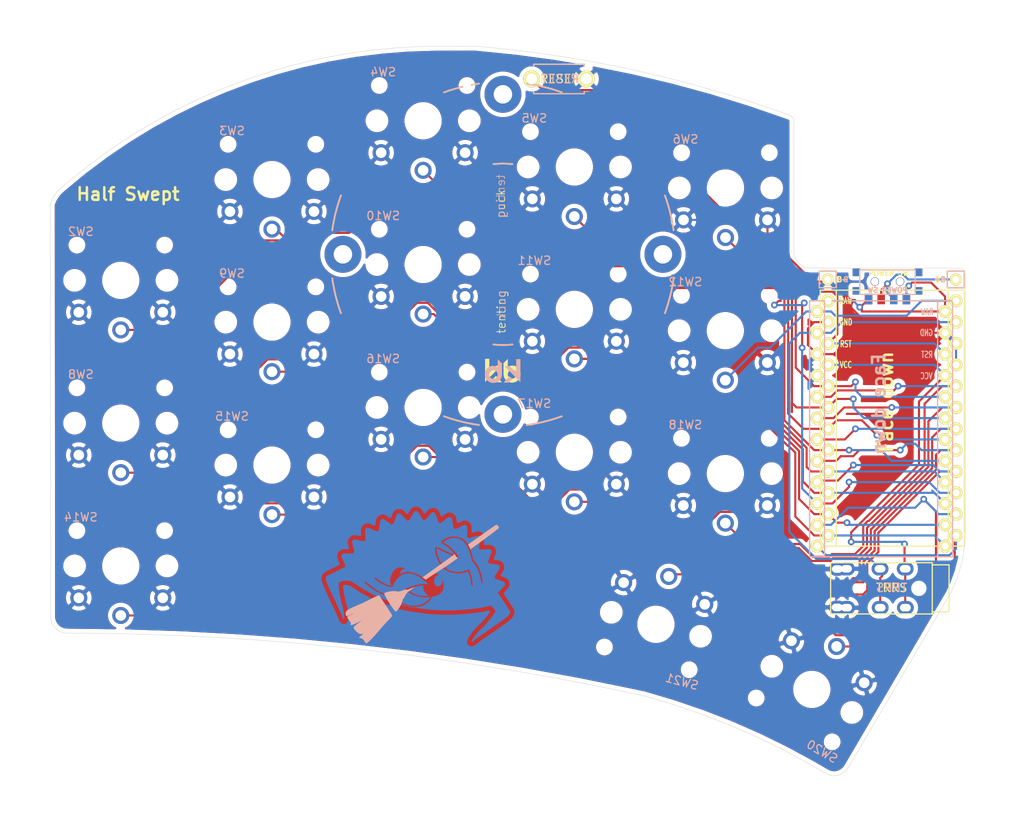
<source format=kicad_pcb>
(kicad_pcb (version 20171130) (host pcbnew "(5.1.4)-1")
  (layers (0 F.Cu signal) (31 B.Cu signal) (34 B.Paste user) (35 F.Paste user) (36 B.SilkS user) (37 F.SilkS user) (38 B.Mask user) (39 F.Mask user) (44 Edge.Cuts user))
  (net 0 "")
  (net 1 gnd)
  (net 2 vcc)
  (net 3 Switch18)
  (net 4 reset)
  (net 5 Switch1)
  (net 6 Switch2)
  (net 7 Switch3)
  (net 8 Switch4)
  (net 9 Switch5)
  (net 10 Switch6)
  (net 11 Switch7)
  (net 12 Switch8)
  (net 13 Switch9)
  (net 14 Switch10)
  (net 15 Switch11)
  (net 16 Switch12)
  (net 17 Switch13)
  (net 18 Switch14)
  (net 19 Switch15)
  (net 20 Switch16)
  (net 21 Switch17)
  (net 22 raw)
  (net 23 BT+_r)
  (net 24 "Net-(SW_POWERR1-Pad1)")
  (module kbd:ProMicro_v2 (layer F.Cu) (at 118.872 62.992)
    (fp_text reference U1 hide)
    (fp_text value ProMicro-kbd hide)
    (fp_text user "" (at -0.5 -17.25) (layer F.SilkS))
    (fp_text user "" (at -1.2065 -16.256) (layer B.SilkS) (effects (justify mirror)))
    (fp_text user RAW (at -5.461 -14.478) (layer F.SilkS) (effects (font (size 0.75 0.5) (thickness 0.125))))
    (fp_text user RST (at -5.461 -9.3345) (layer F.SilkS) (effects (font (size 0.75 0.5) (thickness 0.125))))
    (fp_text user GND (at -5.461 -11.938) (layer F.SilkS) (effects (font (size 0.75 0.5) (thickness 0.125))))
    (fp_text user VCC (at -5.461 -6.858) (layer F.SilkS) (effects (font (size 0.75 0.5) (thickness 0.125))))
    (fp_text user VCC (at 4.1275 -5.5245) (layer B.SilkS) (effects (font (size 0.75 0.5) (thickness 0.125)) (justify mirror)))
    (fp_text user RST (at 4.191 -8.0645) (layer B.SilkS) (effects (font (size 0.75 0.5) (thickness 0.125)) (justify mirror)))
    (fp_text user GND (at 4.1275 -10.668) (layer B.SilkS) (effects (font (size 0.75 0.5) (thickness 0.125)) (justify mirror)))
    (fp_text user RAW (at 4.191 -13.1445) (layer B.SilkS) (effects (font (size 0.75 0.5) (thickness 0.125)) (justify mirror)))
    (pad 24 thru_hole circle (at 6.35 -13.208) (size 1.524 1.524) (drill 0.8128) (layers *.Cu *.Mask F.SilkS) (net 22 raw))
    (pad 23 thru_hole circle (at 6.35 -10.668) (size 1.524 1.524) (drill 0.8128) (layers *.Cu *.Mask F.SilkS) (net 1 gnd))
    (pad 22 thru_hole circle (at 6.35 -8.128) (size 1.524 1.524) (drill 0.8128) (layers *.Cu *.Mask F.SilkS) (net 4 reset))
    (pad 21 thru_hole circle (at 6.35 -5.588) (size 1.524 1.524) (drill 0.8128) (layers *.Cu *.Mask F.SilkS) (net 2 vcc))
    (pad 20 thru_hole circle (at 6.35 -3.048) (size 1.524 1.524) (drill 0.8128) (layers *.Cu *.Mask F.SilkS) (net 9 Switch5))
    (pad 19 thru_hole circle (at 6.35 -0.508) (size 1.524 1.524) (drill 0.8128) (layers *.Cu *.Mask F.SilkS) (net 8 Switch4))
    (pad 18 thru_hole circle (at 6.35 2.032) (size 1.524 1.524) (drill 0.8128) (layers *.Cu *.Mask F.SilkS) (net 7 Switch3))
    (pad 17 thru_hole circle (at 6.35 4.572) (size 1.524 1.524) (drill 0.8128) (layers *.Cu *.Mask F.SilkS) (net 6 Switch2))
    (pad 16 thru_hole circle (at 6.35 7.112) (size 1.524 1.524) (drill 0.8128) (layers *.Cu *.Mask F.SilkS) (net 10 Switch6))
    (pad 15 thru_hole circle (at 6.35 9.652) (size 1.524 1.524) (drill 0.8128) (layers *.Cu *.Mask F.SilkS) (net 11 Switch7))
    (pad 14 thru_hole circle (at 6.35 12.192) (size 1.524 1.524) (drill 0.8128) (layers *.Cu *.Mask F.SilkS) (net 12 Switch8))
    (pad 13 thru_hole circle (at 6.35 14.732) (size 1.524 1.524) (drill 0.8128) (layers *.Cu *.Mask F.SilkS) (net 13 Switch9))
    (pad 12 thru_hole circle (at -8.89 14.732) (size 1.524 1.524) (drill 0.8128) (layers *.Cu *.Mask F.SilkS) (net 21 Switch17))
    (pad 11 thru_hole circle (at -8.89 12.192) (size 1.524 1.524) (drill 0.8128) (layers *.Cu *.Mask F.SilkS) (net 20 Switch16))
    (pad 10 thru_hole circle (at -8.89 9.652) (size 1.524 1.524) (drill 0.8128) (layers *.Cu *.Mask F.SilkS) (net 5 Switch1))
    (pad 9 thru_hole circle (at -8.89 7.112) (size 1.524 1.524) (drill 0.8128) (layers *.Cu *.Mask F.SilkS) (net 19 Switch15))
    (pad 8 thru_hole circle (at -8.89 4.572) (size 1.524 1.524) (drill 0.8128) (layers *.Cu *.Mask F.SilkS) (net 18 Switch14))
    (pad 7 thru_hole circle (at -8.89 2.032) (size 1.524 1.524) (drill 0.8128) (layers *.Cu *.Mask F.SilkS) (net 17 Switch13))
    (pad 6 thru_hole circle (at -8.89 -0.508) (size 1.524 1.524) (drill 0.8128) (layers *.Cu *.Mask F.SilkS) (net 16 Switch12))
    (pad 5 thru_hole circle (at -8.89 -3.048) (size 1.524 1.524) (drill 0.8128) (layers *.Cu *.Mask F.SilkS) (net 15 Switch11))
    (pad 4 thru_hole circle (at -8.89 -5.588) (size 1.524 1.524) (drill 0.8128) (layers *.Cu *.Mask F.SilkS) (net 1 gnd))
    (pad 3 thru_hole circle (at -8.89 -8.128) (size 1.524 1.524) (drill 0.8128) (layers *.Cu *.Mask F.SilkS) (net 1 gnd))
    (pad 2 thru_hole circle (at -8.89 -10.668) (size 1.524 1.524) (drill 0.8128) (layers *.Cu *.Mask F.SilkS) (net 3 Switch18))
    (pad 1 thru_hole circle (at -8.89 -13.208) (size 1.524 1.524) (drill 0.8128) (layers *.Cu *.Mask F.SilkS) (net 14 Switch10))
    (pad 1 thru_hole circle (at 7.6564 -14.478) (size 1.524 1.524) (drill 0.8128) (layers *.Cu *.Mask F.SilkS) (net 14 Switch10))
    (pad 2 thru_hole circle (at 7.6564 -11.938) (size 1.524 1.524) (drill 0.8128) (layers *.Cu *.Mask F.SilkS) (net 3 Switch18))
    (pad 3 thru_hole circle (at 7.6564 -9.398) (size 1.524 1.524) (drill 0.8128) (layers *.Cu *.Mask F.SilkS) (net 1 gnd))
    (pad 4 thru_hole circle (at 7.6564 -6.858) (size 1.524 1.524) (drill 0.8128) (layers *.Cu *.Mask F.SilkS) (net 1 gnd))
    (pad 5 thru_hole circle (at 7.6564 -4.318) (size 1.524 1.524) (drill 0.8128) (layers *.Cu *.Mask F.SilkS) (net 15 Switch11))
    (pad 6 thru_hole circle (at 7.6564 -1.778) (size 1.524 1.524) (drill 0.8128) (layers *.Cu *.Mask F.SilkS) (net 16 Switch12))
    (pad 7 thru_hole circle (at 7.6564 0.762) (size 1.524 1.524) (drill 0.8128) (layers *.Cu *.Mask F.SilkS) (net 17 Switch13))
    (pad 8 thru_hole circle (at 7.6564 3.302) (size 1.524 1.524) (drill 0.8128) (layers *.Cu *.Mask F.SilkS) (net 18 Switch14))
    (pad 9 thru_hole circle (at 7.6564 5.842) (size 1.524 1.524) (drill 0.8128) (layers *.Cu *.Mask F.SilkS) (net 19 Switch15))
    (pad 10 thru_hole circle (at 7.6564 8.382) (size 1.524 1.524) (drill 0.8128) (layers *.Cu *.Mask F.SilkS) (net 5 Switch1))
    (pad 11 thru_hole circle (at 7.6564 10.922) (size 1.524 1.524) (drill 0.8128) (layers *.Cu *.Mask F.SilkS) (net 20 Switch16))
    (pad 12 thru_hole circle (at 7.6564 13.462) (size 1.524 1.524) (drill 0.8128) (layers *.Cu *.Mask F.SilkS) (net 21 Switch17))
    (pad 13 thru_hole circle (at -7.5636 13.462) (size 1.524 1.524) (drill 0.8128) (layers *.Cu *.Mask F.SilkS) (net 13 Switch9))
    (pad 14 thru_hole circle (at -7.5636 10.922) (size 1.524 1.524) (drill 0.8128) (layers *.Cu *.Mask F.SilkS) (net 12 Switch8))
    (pad 15 thru_hole circle (at -7.5636 8.382) (size 1.524 1.524) (drill 0.8128) (layers *.Cu *.Mask F.SilkS) (net 11 Switch7))
    (pad 16 thru_hole circle (at -7.5636 5.842) (size 1.524 1.524) (drill 0.8128) (layers *.Cu *.Mask F.SilkS) (net 10 Switch6))
    (pad 17 thru_hole circle (at -7.5636 3.302) (size 1.524 1.524) (drill 0.8128) (layers *.Cu *.Mask F.SilkS) (net 6 Switch2))
    (pad 18 thru_hole circle (at -7.5636 0.762) (size 1.524 1.524) (drill 0.8128) (layers *.Cu *.Mask F.SilkS) (net 7 Switch3))
    (pad 19 thru_hole circle (at -7.5636 -1.778) (size 1.524 1.524) (drill 0.8128) (layers *.Cu *.Mask F.SilkS) (net 8 Switch4))
    (pad 20 thru_hole circle (at -7.5636 -4.318) (size 1.524 1.524) (drill 0.8128) (layers *.Cu *.Mask F.SilkS) (net 9 Switch5))
    (pad 21 thru_hole circle (at -7.5636 -6.858) (size 1.524 1.524) (drill 0.8128) (layers *.Cu *.Mask F.SilkS) (net 2 vcc))
    (pad 22 thru_hole circle (at -7.5636 -9.398) (size 1.524 1.524) (drill 0.8128) (layers *.Cu *.Mask F.SilkS) (net 4 reset))
    (pad 23 thru_hole circle (at -7.5636 -11.938) (size 1.524 1.524) (drill 0.8128) (layers *.Cu *.Mask F.SilkS) (net 1 gnd))
    (pad 24 thru_hole circle (at -7.5636 -14.478) (size 1.524 1.524) (drill 0.8128) (layers *.Cu *.Mask F.SilkS) (net 22 raw))
  )
  (module Kailh:ferris_broom (layer B.Cu) (at 64.008 82.042 170)
    (fp_text reference G*** hide)
    (fp_text value LOGO hide)
    (fp_poly (pts (xy -0.761144 1.032642) (xy -0.688709 1.008644) (xy -0.619188 0.970622) (xy -0.554768 0.920001) (xy -0.497637 0.858202) (xy -0.453968 0.7937) (xy -0.437483 0.766692) (xy -0.423416 0.746579) (xy -0.414329 0.736954) (xy -0.413252 0.7366) (xy -0.408833 0.731565) (xy -0.409736 0.729585) (xy -0.40904 0.718656) (xy -0.402935 0.697092) (xy -0.39386 0.672435) (xy -0.369521 0.596952) (xy -0.351987 0.510702) (xy -0.341678 0.418605) (xy -0.339017 0.32558) (xy -0.344425 0.236545) (xy -0.352075 0.18519) (xy -0.377889 0.081805) (xy -0.41398 -0.0129) (xy -0.459406 -0.097763) (xy -0.513225 -0.171624) (xy -0.574496 -0.233322) (xy -0.642278 -0.281697) (xy -0.715627 -0.315587) (xy -0.770126 -0.330135) (xy -0.812297 -0.336403) (xy -0.84915 -0.337012) (xy -0.888665 -0.331696) (xy -0.918634 -0.325158) (xy -0.947744 -0.318386) (xy -0.971301 -0.313186) (xy -0.982134 -0.311051) (xy -0.996128 -0.306431) (xy -0.999067 -0.304242) (xy -1.00783 -0.297463) (xy -1.026684 -0.284345) (xy -1.050959 -0.268116) (xy -1.110231 -0.221059) (xy -1.166285 -0.161274) (xy -1.215754 -0.092966) (xy -1.255272 -0.02034) (xy -1.262352 -0.004066) (xy -1.273749 0.020663) (xy -1.283702 0.037495) (xy -1.288991 0.042333) (xy -1.29308 0.047331) (xy -1.292297 0.048972) (xy -1.29238 0.059871) (xy -1.296468 0.082275) (xy -1.303688 0.111476) (xy -1.304231 0.113444) (xy -1.327325 0.227527) (xy -1.335016 0.34511) (xy -1.327592 0.463403) (xy -1.305338 0.579617) (xy -1.268541 0.690962) (xy -1.238078 0.757245) (xy -1.212207 0.803246) (xy -1.184334 0.842806) (xy -1.149579 0.88249) (xy -1.130553 0.901979) (xy -1.06388 0.960545) (xy -0.99682 1.002787) (xy -0.928123 1.029293) (xy -0.856537 1.040651) (xy -0.834305 1.041193) (xy -0.761144 1.032642)) (layer B.Cu) (width 0.01))
    (fp_poly (pts (xy 0.052888 4.087984) (xy 0.067946 4.079375) (xy 0.071756 4.073128) (xy 0.07085 4.059512) (xy 0.064982 4.03481) (xy 0.055664 4.003581) (xy 0.04441 3.970386) (xy 0.03273 3.939783) (xy 0.02214 3.916334) (xy 0.016767 3.907366) (xy 0.010832 3.893836) (xy 0.004762 3.872028) (xy 0.004159 3.869266) (xy -0.003308 3.842764) (xy -0.014528 3.811802) (xy -0.018829 3.801533) (xy -0.03027 3.775245) (xy -0.039771 3.753029) (xy -0.042495 3.7465) (xy -0.04953 3.730048) (xy -0.060889 3.704188) (xy -0.072213 3.678766) (xy -0.086497 3.646732) (xy -0.100004 3.616147) (xy -0.107773 3.598333) (xy -0.137922 3.531005) (xy -0.174157 3.454212) (xy -0.214352 3.372161) (xy -0.256382 3.289058) (xy -0.298121 3.209106) (xy -0.337444 3.136512) (xy -0.370957 3.077633) (xy -0.391222 3.043677) (xy -0.413332 3.007382) (xy -0.435134 2.972196) (xy -0.454476 2.941566) (xy -0.469206 2.918939) (xy -0.476711 2.9083) (xy -0.48595 2.895421) (xy -0.497936 2.877082) (xy -0.513303 2.853756) (xy -0.533916 2.824013) (xy -0.557709 2.79065) (xy -0.582619 2.756464) (xy -0.606581 2.724252) (xy -0.627533 2.696811) (xy -0.643408 2.676938) (xy -0.652144 2.66743) (xy -0.652973 2.667) (xy -0.660355 2.660075) (xy -0.664298 2.651123) (xy -0.673008 2.635835) (xy -0.689343 2.61518) (xy -0.698736 2.604976) (xy -0.715673 2.586607) (xy -0.726298 2.573295) (xy -0.728134 2.56965) (xy -0.733627 2.561506) (xy -0.748032 2.545003) (xy -0.768237 2.523705) (xy -0.76835 2.523589) (xy -0.794189 2.496813) (xy -0.819673 2.469716) (xy -0.835159 2.452748) (xy -0.86175 2.422912) (xy -1.158369 2.724873) (xy -1.219019 2.786647) (xy -1.278002 2.846784) (xy -1.333865 2.903799) (xy -1.385155 2.956205) (xy -1.430418 3.002516) (xy -1.468201 3.041247) (xy -1.49705 3.070911) (xy -1.515514 3.090024) (xy -1.51581 3.090333) (xy -1.56207 3.138555) (xy -1.611662 3.190118) (xy -1.663079 3.243469) (xy -1.714819 3.297056) (xy -1.765376 3.349325) (xy -1.813246 3.398726) (xy -1.856925 3.443704) (xy -1.894908 3.482708) (xy -1.92569 3.514185) (xy -1.947768 3.536582) (xy -1.959637 3.548348) (xy -1.959727 3.548433) (xy -1.9759 3.565761) (xy -1.978192 3.576207) (xy -1.965537 3.581956) (xy -1.942011 3.584799) (xy -1.91354 3.58933) (xy -1.880453 3.597637) (xy -1.868196 3.601528) (xy -1.82972 3.613943) (xy -1.786833 3.626519) (xy -1.744246 3.638004) (xy -1.706667 3.647148) (xy -1.678803 3.652702) (xy -1.672167 3.653571) (xy -1.653829 3.656896) (xy -1.623755 3.664005) (xy -1.58642 3.673788) (xy -1.553634 3.682993) (xy -1.510782 3.695357) (xy -1.479633 3.704135) (xy -1.455635 3.710481) (xy -1.434232 3.715547) (xy -1.410872 3.720485) (xy -1.385129 3.72563) (xy -1.355075 3.732541) (xy -1.317487 3.742489) (xy -1.283529 3.752409) (xy -1.251355 3.761857) (xy -1.223427 3.769199) (xy -1.205497 3.772929) (xy -1.204841 3.773008) (xy -1.181435 3.778879) (xy -1.169414 3.784057) (xy -1.147629 3.79112) (xy -1.130044 3.793066) (xy -1.107168 3.795689) (xy -1.075265 3.802379) (xy -1.041202 3.811367) (xy -1.011848 3.820886) (xy -0.997065 3.827303) (xy -0.975917 3.83424) (xy -0.964759 3.8354) (xy -0.942082 3.839439) (xy -0.931763 3.843637) (xy -0.916052 3.848932) (xy -0.889144 3.855136) (xy -0.856636 3.860974) (xy -0.854003 3.861381) (xy -0.819323 3.867642) (xy -0.787922 3.874987) (xy -0.7665 3.881844) (xy -0.766234 3.881959) (xy -0.743653 3.890216) (xy -0.710769 3.900366) (xy -0.67269 3.911045) (xy -0.634522 3.920888) (xy -0.601371 3.928531) (xy -0.578345 3.93261) (xy -0.575734 3.932855) (xy -0.557083 3.934882) (xy -0.548217 3.936735) (xy -0.535517 3.940906) (xy -0.522538 3.945174) (xy -0.516467 3.947345) (xy -0.502069 3.951826) (xy -0.476921 3.958971) (xy -0.448734 3.966623) (xy -0.416124 3.975439) (xy -0.3866 3.983671) (xy -0.369154 3.988759) (xy -0.341596 3.994399) (xy -0.31793 3.996266) (xy -0.296675 3.998551) (xy -0.283211 4.004005) (xy -0.269512 4.010381) (xy -0.249767 4.014268) (xy -0.228754 4.017909) (xy -0.2159 4.022617) (xy -0.203902 4.027361) (xy -0.180333 4.034346) (xy -0.150148 4.042109) (xy -0.148167 4.042584) (xy -0.116958 4.050284) (xy -0.09127 4.057076) (xy -0.076484 4.061535) (xy -0.0762 4.061643) (xy -0.053269 4.06856) (xy -0.024518 4.072745) (xy -0.009989 4.073958) (xy 0.010378 4.077186) (xy 0.021933 4.082265) (xy 0.02226 4.082704) (xy 0.034915 4.089624) (xy 0.052888 4.087984)) (layer B.Cu) (width 0.01))
    (fp_poly (pts (xy 2.497362 -1.60812) (xy 2.516201 -1.630541) (xy 2.539606 -1.66204) (xy 2.565698 -1.699782) (xy 2.5926 -1.740931) (xy 2.618435 -1.782653) (xy 2.641323 -1.822112) (xy 2.659388 -1.856474) (xy 2.666144 -1.871134) (xy 2.675174 -1.8922) (xy 2.682735 -1.910202) (xy 2.689668 -1.927504) (xy 2.696814 -1.946474) (xy 2.705016 -1.969476) (xy 2.715116 -1.998877) (xy 2.727955 -2.037044) (xy 2.744376 -2.086341) (xy 2.76522 -2.149136) (xy 2.767277 -2.155335) (xy 2.79547 -2.239012) (xy 2.819709 -2.307903) (xy 2.840648 -2.363518) (xy 2.858937 -2.407367) (xy 2.875227 -2.440961) (xy 2.89017 -2.465808) (xy 2.904417 -2.483419) (xy 2.911698 -2.490161) (xy 2.924037 -2.502392) (xy 2.934069 -2.517875) (xy 2.942227 -2.538695) (xy 2.948946 -2.566937) (xy 2.95466 -2.604686) (xy 2.959803 -2.654024) (xy 2.96481 -2.717037) (xy 2.967712 -2.759011) (xy 2.971473 -2.813088) (xy 2.975206 -2.862625) (xy 2.978665 -2.904682) (xy 2.981607 -2.936322) (xy 2.983786 -2.954605) (xy 2.984118 -2.956442) (xy 2.985216 -2.974616) (xy 2.981467 -2.983758) (xy 2.97033 -2.98773) (xy 2.946718 -2.994554) (xy 2.91464 -3.003205) (xy 2.878104 -3.012654) (xy 2.841119 -3.021876) (xy 2.807693 -3.029842) (xy 2.781834 -3.035526) (xy 2.772833 -3.037218) (xy 2.740017 -3.043049) (xy 2.723886 -3.046878) (xy 2.722033 -3.048) (xy 2.719498 -3.049406) (xy 2.709937 -3.051762) (xy 2.690419 -3.055686) (xy 2.658012 -3.061798) (xy 2.645833 -3.064058) (xy 2.614701 -3.069857) (xy 2.587473 -3.074983) (xy 2.574205 -3.077523) (xy 2.535792 -3.084308) (xy 2.495217 -3.090398) (xy 2.461515 -3.094444) (xy 2.459566 -3.094623) (xy 2.441732 -3.096694) (xy 2.434168 -3.098528) (xy 2.434166 -3.098549) (xy 2.428371 -3.100759) (xy 2.410016 -3.103448) (xy 2.377646 -3.106789) (xy 2.330536 -3.110895) (xy 2.295418 -3.114121) (xy 2.26487 -3.117492) (xy 2.244401 -3.120386) (xy 2.241636 -3.120933) (xy 2.228674 -3.122143) (xy 2.20227 -3.123376) (xy 2.165199 -3.124589) (xy 2.120237 -3.125741) (xy 2.070161 -3.126787) (xy 2.017746 -3.127685) (xy 1.965769 -3.128391) (xy 1.917005 -3.128864) (xy 1.874231 -3.129059) (xy 1.840222 -3.128935) (xy 1.817755 -3.128447) (xy 1.80964 -3.127619) (xy 1.80059 -3.125979) (xy 1.778374 -3.123731) (xy 1.746735 -3.12122) (xy 1.722759 -3.119603) (xy 1.686698 -3.117077) (xy 1.657337 -3.114552) (xy 1.638536 -3.112386) (xy 1.633822 -3.111349) (xy 1.623392 -3.108867) (xy 1.601612 -3.105606) (xy 1.582881 -3.103358) (xy 1.546821 -3.098908) (xy 1.506196 -3.093174) (xy 1.485899 -3.090012) (xy 1.46071 -3.085747) (xy 1.438737 -3.081498) (xy 1.415266 -3.076189) (xy 1.385583 -3.068743) (xy 1.344976 -3.058082) (xy 1.337733 -3.056161) (xy 1.310785 -3.049549) (xy 1.288338 -3.04495) (xy 1.282699 -3.044111) (xy 1.268811 -3.040638) (xy 1.242749 -3.032461) (xy 1.207278 -3.020578) (xy 1.165163 -3.00599) (xy 1.119166 -2.989694) (xy 1.072051 -2.972691) (xy 1.026583 -2.95598) (xy 0.985526 -2.940559) (xy 0.951642 -2.927428) (xy 0.927696 -2.917587) (xy 0.916451 -2.912034) (xy 0.915969 -2.911525) (xy 0.906915 -2.904901) (xy 0.887855 -2.896703) (xy 0.882536 -2.894864) (xy 0.856579 -2.884295) (xy 0.826 -2.869128) (xy 0.812405 -2.861501) (xy 0.786428 -2.847093) (xy 0.763679 -2.835999) (xy 0.754822 -2.832509) (xy 0.740471 -2.824911) (xy 0.736599 -2.81883) (xy 0.729994 -2.811342) (xy 0.726931 -2.810934) (xy 0.715304 -2.806599) (xy 0.694376 -2.795414) (xy 0.668528 -2.780109) (xy 0.642141 -2.763411) (xy 0.619594 -2.748049) (xy 0.605269 -2.736753) (xy 0.602544 -2.733446) (xy 0.592812 -2.726882) (xy 0.587727 -2.726267) (xy 0.576921 -2.721463) (xy 0.575733 -2.7178) (xy 0.568927 -2.710172) (xy 0.563738 -2.709334) (xy 0.551083 -2.705332) (xy 0.548922 -2.702629) (xy 0.541052 -2.694877) (xy 0.522821 -2.680502) (xy 0.497894 -2.662369) (xy 0.493183 -2.659069) (xy 0.4679 -2.640575) (xy 0.449192 -2.625202) (xy 0.440501 -2.61582) (xy 0.440266 -2.614973) (xy 0.433535 -2.608275) (xy 0.429435 -2.607734) (xy 0.41654 -2.601481) (xy 0.406399 -2.5908) (xy 0.394653 -2.5778) (xy 0.38761 -2.573867) (xy 0.37716 -2.567735) (xy 0.35603 -2.549803) (xy 0.324968 -2.520768) (xy 0.284721 -2.481324) (xy 0.243269 -2.439543) (xy 0.200625 -2.396038) (xy 0.168553 -2.3631) (xy 0.145693 -2.339286) (xy 0.130682 -2.323149) (xy 0.122159 -2.313245) (xy 0.118763 -2.308128) (xy 0.118533 -2.307167) (xy 0.113341 -2.298552) (xy 0.103716 -2.287517) (xy 0.068061 -2.246664) (xy 0.027102 -2.193418) (xy -0.01726 -2.130707) (xy -0.063123 -2.061461) (xy -0.108585 -1.98861) (xy -0.151744 -1.915084) (xy -0.190698 -1.843812) (xy -0.213309 -1.799167) (xy -0.227323 -1.770672) (xy -0.239308 -1.746713) (xy -0.246044 -1.733665) (xy -0.254676 -1.710404) (xy -0.250171 -1.697466) (xy -0.232965 -1.695051) (xy -0.203494 -1.703358) (xy -0.191057 -1.708529) (xy -0.16592 -1.718676) (xy -0.130742 -1.731634) (xy -0.089245 -1.746166) (xy -0.045154 -1.761038) (xy -0.002192 -1.775015) (xy 0.035916 -1.786862) (xy 0.065447 -1.795346) (xy 0.082368 -1.799191) (xy 0.105754 -1.804583) (xy 0.133385 -1.813948) (xy 0.138498 -1.816027) (xy 0.159574 -1.823658) (xy 0.173255 -1.826288) (xy 0.175247 -1.825708) (xy 0.185013 -1.825688) (xy 0.204421 -1.830614) (xy 0.211666 -1.833034) (xy 0.232914 -1.839241) (xy 0.246536 -1.840829) (xy 0.248276 -1.840169) (xy 0.258089 -1.840286) (xy 0.269603 -1.845022) (xy 0.289423 -1.852355) (xy 0.315497 -1.858293) (xy 0.319012 -1.85884) (xy 0.345005 -1.86279) (xy 0.366233 -1.866313) (xy 0.368299 -1.86669) (xy 0.387676 -1.870099) (xy 0.41382 -1.874466) (xy 0.419099 -1.875324) (xy 0.4454 -1.879667) (xy 0.466971 -1.883378) (xy 0.469899 -1.883907) (xy 0.578494 -1.899685) (xy 0.592666 -1.901216) (xy 0.624265 -1.904568) (xy 0.653064 -1.907712) (xy 0.664633 -1.90902) (xy 0.738092 -1.915835) (xy 0.821895 -1.920746) (xy 0.912209 -1.92375) (xy 1.005203 -1.924846) (xy 1.097047 -1.92403) (xy 1.183908 -1.921302) (xy 1.261954 -1.916658) (xy 1.327355 -1.910096) (xy 1.332521 -1.909407) (xy 1.363658 -1.905282) (xy 1.404638 -1.90003) (xy 1.448491 -1.894538) (xy 1.473199 -1.891507) (xy 1.51003 -1.886694) (xy 1.547579 -1.881227) (xy 1.581788 -1.875764) (xy 1.6086 -1.870962) (xy 1.623959 -1.86748) (xy 1.625778 -1.866761) (xy 1.636135 -1.863985) (xy 1.657116 -1.86013) (xy 1.667933 -1.858434) (xy 1.691797 -1.854382) (xy 1.707867 -1.850745) (xy 1.7108 -1.849637) (xy 1.721917 -1.846141) (xy 1.74216 -1.841855) (xy 1.744459 -1.841443) (xy 1.767325 -1.836627) (xy 1.801107 -1.828566) (xy 1.841425 -1.818409) (xy 1.883898 -1.807306) (xy 1.924146 -1.796408) (xy 1.957788 -1.786865) (xy 1.980444 -1.779825) (xy 1.983894 -1.778585) (xy 2.000008 -1.774158) (xy 2.006599 -1.77567) (xy 2.01129 -1.775791) (xy 2.016759 -1.771227) (xy 2.033216 -1.762793) (xy 2.044982 -1.761067) (xy 2.062222 -1.758569) (xy 2.068933 -1.755177) (xy 2.081869 -1.748744) (xy 2.088182 -1.747327) (xy 2.103303 -1.7433) (xy 2.127646 -1.735091) (xy 2.145087 -1.728621) (xy 2.171173 -1.71865) (xy 2.207754 -1.704745) (xy 2.249475 -1.68894) (xy 2.281766 -1.676741) (xy 2.32495 -1.660031) (xy 2.368146 -1.642607) (xy 2.405518 -1.626857) (xy 2.425699 -1.617821) (xy 2.452829 -1.606183) (xy 2.47426 -1.598931) (xy 2.484966 -1.597611) (xy 2.497362 -1.60812)) (layer B.Cu) (width 0.01))
    (fp_poly (pts (xy 1.18609 8.26694) (xy 1.214188 8.264416) (xy 1.237977 8.258478) (xy 1.263762 8.247824) (xy 1.28018 8.239924) (xy 1.332822 8.207593) (xy 1.373164 8.170943) (xy 1.383832 8.156508) (xy 1.402225 8.12883) (xy 1.427504 8.089272) (xy 1.458829 8.039199) (xy 1.495361 7.979973) (xy 1.536259 7.912958) (xy 1.580683 7.839518) (xy 1.627793 7.761017) (xy 1.676751 7.678817) (xy 1.688673 7.658705) (xy 1.749686 7.555933) (xy 1.802685 7.467207) (xy 1.848074 7.391879) (xy 1.886258 7.329302) (xy 1.917639 7.278828) (xy 1.942624 7.239812) (xy 1.961614 7.211605) (xy 1.975016 7.193561) (xy 1.983232 7.185032) (xy 1.985006 7.184165) (xy 1.99968 7.182101) (xy 2.027464 7.178955) (xy 2.064598 7.175126) (xy 2.107324 7.171015) (xy 2.114947 7.170311) (xy 2.161716 7.166274) (xy 2.194493 7.164243) (xy 2.216106 7.164256) (xy 2.229381 7.166351) (xy 2.237146 7.170565) (xy 2.238569 7.171966) (xy 2.24602 7.180248) (xy 2.26376 7.200056) (xy 2.290799 7.230284) (xy 2.326148 7.269825) (xy 2.368819 7.317574) (xy 2.417823 7.372423) (xy 2.472171 7.433267) (xy 2.530876 7.498999) (xy 2.592947 7.568512) (xy 2.606265 7.583428) (xy 2.669458 7.654042) (xy 2.729997 7.721376) (xy 2.786832 7.784281) (xy 2.838912 7.84161) (xy 2.885185 7.892213) (xy 2.924601 7.934941) (xy 2.956108 7.968647) (xy 2.978657 7.992182) (xy 2.991195 8.004397) (xy 2.99226 8.005268) (xy 3.046465 8.036544) (xy 3.108708 8.055594) (xy 3.17475 8.061852) (xy 3.240349 8.054752) (xy 3.278688 8.043487) (xy 3.335647 8.013629) (xy 3.387009 7.970326) (xy 3.429288 7.916938) (xy 3.45033 7.878233) (xy 3.457965 7.859688) (xy 3.470674 7.826764) (xy 3.487877 7.78104) (xy 3.508994 7.724098) (xy 3.533443 7.657519) (xy 3.560645 7.582884) (xy 3.590019 7.501775) (xy 3.620985 7.415771) (xy 3.652961 7.326455) (xy 3.653977 7.323608) (xy 3.830783 6.828249) (xy 3.957129 6.788924) (xy 4.083474 6.7496) (xy 4.522832 7.079603) (xy 4.599843 7.137265) (xy 4.673782 7.192281) (xy 4.74339 7.243735) (xy 4.807407 7.290713) (xy 4.864574 7.332298) (xy 4.913631 7.367577) (xy 4.953318 7.395635) (xy 4.982376 7.415555) (xy 4.999546 7.426424) (xy 5.002045 7.427717) (xy 5.051638 7.442567) (xy 5.109023 7.447434) (xy 5.168424 7.442465) (xy 5.224067 7.42781) (xy 5.239021 7.421613) (xy 5.291008 7.390283) (xy 5.338536 7.347533) (xy 5.377344 7.297853) (xy 5.401481 7.250429) (xy 5.40705 7.230297) (xy 5.414883 7.193742) (xy 5.424921 7.141113) (xy 5.437101 7.072759) (xy 5.451364 6.98903) (xy 5.467648 6.890276) (xy 5.485893 6.776845) (xy 5.506038 6.649087) (xy 5.506066 6.648906) (xy 5.592534 6.095805) (xy 5.706144 6.032403) (xy 5.74553 6.010535) (xy 5.779427 5.991931) (xy 5.805217 5.978008) (xy 5.820283 5.970187) (xy 5.823042 5.969) (xy 5.831055 5.972538) (xy 5.853067 5.982745) (xy 5.887788 5.999012) (xy 5.933927 6.020731) (xy 5.990193 6.047291) (xy 6.055298 6.078083) (xy 6.127949 6.112498) (xy 6.206858 6.149927) (xy 6.290733 6.189761) (xy 6.315956 6.201749) (xy 6.405535 6.244151) (xy 6.490678 6.284101) (xy 6.570042 6.32099) (xy 6.642284 6.35421) (xy 6.706061 6.383152) (xy 6.76003 6.407205) (xy 6.802848 6.425761) (xy 6.833171 6.438211) (xy 6.849658 6.443945) (xy 6.850123 6.444051) (xy 6.916044 6.449981) (xy 6.980538 6.440513) (xy 7.041451 6.417163) (xy 7.096626 6.381452) (xy 7.143907 6.334896) (xy 7.181138 6.279016) (xy 7.206163 6.215328) (xy 7.212072 6.189133) (xy 7.21374 6.172468) (xy 7.214712 6.144306) (xy 7.214975 6.103965) (xy 7.214516 6.050757) (xy 7.213325 5.983999) (xy 7.211389 5.903004) (xy 7.208695 5.807088) (xy 7.205232 5.695566) (xy 7.201405 5.580011) (xy 7.182328 5.017456) (xy 7.20826 4.995811) (xy 7.225251 4.981431) (xy 7.251215 4.959223) (xy 7.282336 4.932458) (xy 7.308678 4.909707) (xy 7.383165 4.845248) (xy 7.630699 4.906618) (xy 7.763975 4.939661) (xy 7.881838 4.968867) (xy 7.985311 4.994467) (xy 8.075417 5.016692) (xy 8.15318 5.035774) (xy 8.219624 5.051945) (xy 8.275773 5.065434) (xy 8.322649 5.076474) (xy 8.361277 5.085295) (xy 8.39268 5.092129) (xy 8.417882 5.097207) (xy 8.437906 5.100761) (xy 8.453777 5.103021) (xy 8.466517 5.104219) (xy 8.477151 5.104586) (xy 8.486701 5.104353) (xy 8.496192 5.103751) (xy 8.501635 5.103356) (xy 8.568814 5.090472) (xy 8.630181 5.063019) (xy 8.683935 5.022877) (xy 8.728277 4.971929) (xy 8.761406 4.912057) (xy 8.78152 4.845142) (xy 8.786398 4.805777) (xy 8.786878 4.792512) (xy 8.786526 4.777746) (xy 8.785086 4.760185) (xy 8.782302 4.738534) (xy 8.777919 4.711497) (xy 8.771679 4.677779) (xy 8.763328 4.636086) (xy 8.752609 4.585123) (xy 8.739266 4.523594) (xy 8.723044 4.450205) (xy 8.703686 4.363661) (xy 8.680937 4.262667) (xy 8.665967 4.196425) (xy 8.644825 4.102516) (xy 8.624943 4.013351) (xy 8.606618 3.930319) (xy 8.590147 3.854812) (xy 8.575829 3.788222) (xy 8.563962 3.731938) (xy 8.554843 3.687353) (xy 8.548771 3.655858) (xy 8.546044 3.638842) (xy 8.545991 3.636268) (xy 8.552537 3.626005) (xy 8.5677 3.605183) (xy 8.589497 3.576443) (xy 8.615939 3.542428) (xy 8.628283 3.526788) (xy 8.706346 3.428326) (xy 8.808756 3.433426) (xy 8.885198 3.437049) (xy 8.967802 3.440636) (xy 9.054858 3.444138) (xy 9.144657 3.447505) (xy 9.235491 3.450689) (xy 9.325651 3.45364) (xy 9.413427 3.456311) (xy 9.497111 3.458653) (xy 9.574994 3.460615) (xy 9.645367 3.46215) (xy 9.706521 3.463208) (xy 9.756747 3.463741) (xy 9.794335 3.4637) (xy 9.817578 3.463036) (xy 9.823327 3.462447) (xy 9.887625 3.442064) (xy 9.946287 3.406957) (xy 9.996952 3.359018) (xy 10.037258 3.300135) (xy 10.044899 3.285066) (xy 10.056891 3.258492) (xy 10.064547 3.236084) (xy 10.068827 3.212567) (xy 10.070692 3.18267) (xy 10.0711 3.141133) (xy 10.0711 3.052233) (xy 9.842993 2.532114) (xy 9.614887 2.011995) (xy 9.671649 1.901348) (xy 9.692212 1.861424) (xy 9.710353 1.826499) (xy 9.724522 1.799534) (xy 9.733172 1.783488) (xy 9.734753 1.780767) (xy 9.744091 1.777568) (xy 9.768869 1.771868) (xy 9.807815 1.763905) (xy 9.859658 1.753913) (xy 9.923128 1.742129) (xy 9.996952 1.728787) (xy 10.07986 1.714125) (xy 10.17058 1.698378) (xy 10.267841 1.681781) (xy 10.274397 1.680672) (xy 10.391253 1.660812) (xy 10.492382 1.643389) (xy 10.578785 1.62821) (xy 10.651464 1.615087) (xy 10.71142 1.603826) (xy 10.759654 1.594238) (xy 10.797169 1.586132) (xy 10.824964 1.579316) (xy 10.844042 1.573599) (xy 10.852029 1.570478) (xy 10.900007 1.541283) (xy 10.945597 1.499799) (xy 10.984327 1.450543) (xy 11.002944 1.418058) (xy 11.014083 1.39403) (xy 11.021301 1.37321) (xy 11.025438 1.350745) (xy 11.027333 1.32178) (xy 11.027828 1.28146) (xy 11.027833 1.274233) (xy 11.027456 1.231658) (xy 11.0258 1.201283) (xy 11.022072 1.178383) (xy 11.015482 1.158231) (xy 11.005239 1.136101) (xy 11.004454 1.134533) (xy 10.995572 1.119455) (xy 10.977908 1.09181) (xy 10.952358 1.052924) (xy 10.919816 1.004128) (xy 10.881178 0.946748) (xy 10.837339 0.882113) (xy 10.789193 0.811552) (xy 10.737636 0.736392) (xy 10.683564 0.657961) (xy 10.672504 0.641967) (xy 10.363933 0.195968) (xy 10.416997 0.016328) (xy 11.373047 -0.687879) (xy 11.517954 -0.794687) (xy 11.649596 -0.891872) (xy 11.768408 -0.979764) (xy 11.874825 -1.05869) (xy 11.969284 -1.128979) (xy 12.052218 -1.190959) (xy 12.124065 -1.244957) (xy 12.185259 -1.291304) (xy 12.236237 -1.330326) (xy 12.277433 -1.362353) (xy 12.309283 -1.387712) (xy 12.332224 -1.406732) (xy 12.346689 -1.419742) (xy 12.352629 -1.426293) (xy 12.3775 -1.467951) (xy 12.393927 -1.510333) (xy 12.403148 -1.558229) (xy 12.406405 -1.616427) (xy 12.406426 -1.634067) (xy 12.404693 -1.67839) (xy 12.399809 -1.722739) (xy 12.39125 -1.768149) (xy 12.378496 -1.815655) (xy 12.361022 -1.866293) (xy 12.338307 -1.921099) (xy 12.309828 -1.981108) (xy 12.275061 -2.047354) (xy 12.233484 -2.120875) (xy 12.184575 -2.202705) (xy 12.127811 -2.29388) (xy 12.06267 -2.395435) (xy 11.988628 -2.508406) (xy 11.905162 -2.633828) (xy 11.891448 -2.6543) (xy 11.789672 -2.805308) (xy 11.679257 -2.967586) (xy 11.560048 -3.141355) (xy 11.431891 -3.326833) (xy 11.294634 -3.524242) (xy 11.148121 -3.733801) (xy 10.992199 -3.95573) (xy 10.826715 -4.190249) (xy 10.651514 -4.437578) (xy 10.466443 -4.697936) (xy 10.271348 -4.971544) (xy 10.23319 -5.024967) (xy 10.178995 -5.101336) (xy 10.124865 -5.178573) (xy 10.072242 -5.254558) (xy 10.022567 -5.32717) (xy 9.977283 -5.394291) (xy 9.937833 -5.453799) (xy 9.905657 -5.503575) (xy 9.884772 -5.5372) (xy 9.807572 -5.664384) (xy 9.737578 -5.777688) (xy 9.674879 -5.876983) (xy 9.619561 -5.96214) (xy 9.571714 -6.033029) (xy 9.531424 -6.089522) (xy 9.49878 -6.131489) (xy 9.47387 -6.158802) (xy 9.456781 -6.171331) (xy 9.452757 -6.1722) (xy 9.443447 -6.164599) (xy 9.43611 -6.145208) (xy 9.435347 -6.141536) (xy 9.433068 -6.110291) (xy 9.434782 -6.065087) (xy 9.440113 -6.008323) (xy 9.448686 -5.942399) (xy 9.460123 -5.869715) (xy 9.474049 -5.79267) (xy 9.490087 -5.713665) (xy 9.507861 -5.6351) (xy 9.526132 -5.5626) (xy 9.578158 -5.380061) (xy 9.636402 -5.200561) (xy 9.702028 -5.021087) (xy 9.776196 -4.838627) (xy 9.860069 -4.650169) (xy 9.952334 -4.4577) (xy 10.008721 -4.341769) (xy 10.062902 -4.226171) (xy 10.116283 -4.107712) (xy 10.170272 -3.983198) (xy 10.226275 -3.849436) (xy 10.2857 -3.703232) (xy 10.295876 -3.677828) (xy 10.370307 -3.488599) (xy 10.439322 -3.306876) (xy 10.50275 -3.133255) (xy 10.560426 -2.968335) (xy 10.612179 -2.812713) (xy 10.657842 -2.666986) (xy 10.697247 -2.531752) (xy 10.730225 -2.407609) (xy 10.756607 -2.295152) (xy 10.776226 -2.194981) (xy 10.788914 -2.107692) (xy 10.794501 -2.033883) (xy 10.79282 -1.974152) (xy 10.786233 -1.937278) (xy 10.782453 -1.925809) (xy 10.776808 -1.915086) (xy 10.767555 -1.903583) (xy 10.752947 -1.889774) (xy 10.73124 -1.872132) (xy 10.700689 -1.849132) (xy 10.659549 -1.819248) (xy 10.613794 -1.786467) (xy 10.564189 -1.75477) (xy 10.502391 -1.721113) (xy 10.43268 -1.687445) (xy 10.359339 -1.655717) (xy 10.28665 -1.627881) (xy 10.218894 -1.605887) (xy 10.215033 -1.604783) (xy 10.100408 -1.574607) (xy 9.994872 -1.552218) (xy 9.893171 -1.53697) (xy 9.790049 -1.528219) (xy 9.680254 -1.525319) (xy 9.58064 -1.526883) (xy 9.493991 -1.530398) (xy 9.421976 -1.535343) (xy 9.362333 -1.542065) (xy 9.312796 -1.550909) (xy 9.271103 -1.562223) (xy 9.234988 -1.576354) (xy 9.224433 -1.58143) (xy 9.205565 -1.590266) (xy 9.172475 -1.605029) (xy 9.12657 -1.625125) (xy 9.069256 -1.64996) (xy 9.001937 -1.678939) (xy 8.926021 -1.71147) (xy 8.842914 -1.746956) (xy 8.75402 -1.784806) (xy 8.660747 -1.824424) (xy 8.5645 -1.865217) (xy 8.466685 -1.90659) (xy 8.368708 -1.947949) (xy 8.271975 -1.988702) (xy 8.177892 -2.028252) (xy 8.087865 -2.066008) (xy 8.0033 -2.101373) (xy 7.925603 -2.133755) (xy 7.856179 -2.16256) (xy 7.796435 -2.187193) (xy 7.747777 -2.20706) (xy 7.71161 -2.221567) (xy 7.689341 -2.230121) (xy 7.687733 -2.230697) (xy 7.373925 -2.339332) (xy 7.073945 -2.438619) (xy 6.787553 -2.528633) (xy 6.514507 -2.609449) (xy 6.254566 -2.681143) (xy 6.180593 -2.700499) (xy 6.074687 -2.727856) (xy 6.008927 -2.688978) (xy 5.944454 -2.653445) (xy 5.888202 -2.627749) (xy 5.841254 -2.61224) (xy 5.804691 -2.607269) (xy 5.779594 -2.613186) (xy 5.778008 -2.614213) (xy 5.76939 -2.622432) (xy 5.751713 -2.640856) (xy 5.727226 -2.667088) (xy 5.698181 -2.698733) (xy 5.684874 -2.713382) (xy 5.644439 -2.758015) (xy 5.613497 -2.791813) (xy 5.59011 -2.816434) (xy 5.572341 -2.833536) (xy 5.558251 -2.844776) (xy 5.545903 -2.851812) (xy 5.53336 -2.856303) (xy 5.518683 -2.859906) (xy 5.5118 -2.861466) (xy 5.482508 -2.869356) (xy 5.457858 -2.878058) (xy 5.447968 -2.882878) (xy 5.43141 -2.889892) (xy 5.403867 -2.898335) (xy 5.370994 -2.906494) (xy 5.367535 -2.907249) (xy 5.321208 -2.916904) (xy 5.266276 -2.927831) (xy 5.204783 -2.939671) (xy 5.138772 -2.952062) (xy 5.070286 -2.964646) (xy 5.001369 -2.977063) (xy 4.934062 -2.988954) (xy 4.870411 -2.999958) (xy 4.812457 -3.009716) (xy 4.762245 -3.017869) (xy 4.721816 -3.024056) (xy 4.693216 -3.027918) (xy 4.678485 -3.029096) (xy 4.676982 -3.028804) (xy 4.680909 -3.021774) (xy 4.693641 -3.005661) (xy 4.712505 -2.98383) (xy 4.714231 -2.981902) (xy 4.738718 -2.954335) (xy 4.762457 -2.92715) (xy 4.777932 -2.909044) (xy 4.796485 -2.887231) (xy 4.812935 -2.868397) (xy 4.816186 -2.864786) (xy 4.826042 -2.853185) (xy 4.844086 -2.831255) (xy 4.867965 -2.801917) (xy 4.895324 -2.768092) (xy 4.923809 -2.732703) (xy 4.951068 -2.698669) (xy 4.974746 -2.668915) (xy 4.99249 -2.64636) (xy 4.999407 -2.637367) (xy 5.009825 -2.623786) (xy 5.027855 -2.600506) (xy 5.050672 -2.571168) (xy 5.068377 -2.548467) (xy 5.092468 -2.516911) (xy 5.113154 -2.48852) (xy 5.127797 -2.466986) (xy 5.133125 -2.457788) (xy 5.144225 -2.444466) (xy 5.165182 -2.436738) (xy 5.180688 -2.43427) (xy 5.214266 -2.429539) (xy 5.251113 -2.423513) (xy 5.262033 -2.421537) (xy 5.296641 -2.4156) (xy 5.33225 -2.410291) (xy 5.342466 -2.408966) (xy 5.376683 -2.403865) (xy 5.412441 -2.39721) (xy 5.418666 -2.395874) (xy 5.441404 -2.391083) (xy 5.476283 -2.384036) (xy 5.518807 -2.375627) (xy 5.56448 -2.366754) (xy 5.571066 -2.365488) (xy 5.616822 -2.356623) (xy 5.660078 -2.348093) (xy 5.696338 -2.340796) (xy 5.721106 -2.335627) (xy 5.723466 -2.335109) (xy 5.754698 -2.328188) (xy 5.784852 -2.321502) (xy 5.7912 -2.320094) (xy 5.810975 -2.315333) (xy 5.842663 -2.307285) (xy 5.881831 -2.297092) (xy 5.922433 -2.286326) (xy 5.968776 -2.27397) (xy 6.015936 -2.261478) (xy 6.057819 -2.25046) (xy 6.083909 -2.243664) (xy 6.130814 -2.231205) (xy 6.173246 -2.218978) (xy 6.213427 -2.206053) (xy 6.253581 -2.191499) (xy 6.295931 -2.174386) (xy 6.342701 -2.153782) (xy 6.396114 -2.128759) (xy 6.458394 -2.098384) (xy 6.531763 -2.061727) (xy 6.595122 -2.029697) (xy 6.663364 -1.995125) (xy 6.728787 -1.962051) (xy 6.78941 -1.93147) (xy 6.843254 -1.90438) (xy 6.888337 -1.881776) (xy 6.922678 -1.864654) (xy 6.944297 -1.854011) (xy 6.9469 -1.852757) (xy 6.975939 -1.838625) (xy 7.000856 -1.826077) (xy 7.014633 -1.818729) (xy 7.025736 -1.812865) (xy 7.050124 -1.800314) (xy 7.085959 -1.782006) (xy 7.131402 -1.758871) (xy 7.184616 -1.731838) (xy 7.243761 -1.701837) (xy 7.307001 -1.6698) (xy 7.372495 -1.636655) (xy 7.438407 -1.603332) (xy 7.502898 -1.570762) (xy 7.564129 -1.539874) (xy 7.620262 -1.511599) (xy 7.66946 -1.486867) (xy 7.709883 -1.466606) (xy 7.739694 -1.451748) (xy 7.753426 -1.44498) (xy 7.781097 -1.431127) (xy 7.796524 -1.421162) (xy 7.802689 -1.411566) (xy 7.802577 -1.398821) (xy 7.800888 -1.389015) (xy 7.791348 -1.360974) (xy 7.776221 -1.33593) (xy 7.762569 -1.318716) (xy 7.754531 -1.307047) (xy 7.754159 -1.306296) (xy 7.745212 -1.298742) (xy 7.726744 -1.288433) (xy 7.7216 -1.285984) (xy 7.715832 -1.282777) (xy 7.711401 -1.279787) (xy 7.707147 -1.277531) (xy 7.701911 -1.276528) (xy 7.694533 -1.277296) (xy 7.683854 -1.280352) (xy 7.668713 -1.286214) (xy 7.647953 -1.2954) (xy 7.620412 -1.308428) (xy 7.584932 -1.325817) (xy 7.540352 -1.348083) (xy 7.485514 -1.375745) (xy 7.419258 -1.409321) (xy 7.340424 -1.449329) (xy 7.247852 -1.496286) (xy 7.2263 -1.507209) (xy 7.154134 -1.543748) (xy 7.084923 -1.578731) (xy 7.020491 -1.611242) (xy 6.962666 -1.640361) (xy 6.913272 -1.66517) (xy 6.874137 -1.684749) (xy 6.847085 -1.69818) (xy 6.836833 -1.703184) (xy 6.807866 -1.7173) (xy 6.783076 -1.729776) (xy 6.769395 -1.737048) (xy 6.758338 -1.742879) (xy 6.733898 -1.755457) (xy 6.69781 -1.773899) (xy 6.651807 -1.797321) (xy 6.597625 -1.824843) (xy 6.536997 -1.85558) (xy 6.471658 -1.88865) (xy 6.454917 -1.897114) (xy 6.36389 -1.942751) (xy 6.286131 -1.980858) (xy 6.220096 -2.012112) (xy 6.164243 -2.037193) (xy 6.11703 -2.056781) (xy 6.076915 -2.071553) (xy 6.042353 -2.08219) (xy 6.024033 -2.08678) (xy 6.008845 -2.09133) (xy 6.002866 -2.093453) (xy 5.987188 -2.098296) (xy 5.962707 -2.104887) (xy 5.952066 -2.107561) (xy 5.927096 -2.113808) (xy 5.891535 -2.122844) (xy 5.851176 -2.133191) (xy 5.8293 -2.138838) (xy 5.785647 -2.150092) (xy 5.754166 -2.158077) (xy 5.730651 -2.163835) (xy 5.7109 -2.168407) (xy 5.7023 -2.170317) (xy 5.687699 -2.176246) (xy 5.68325 -2.178788) (xy 5.673891 -2.182421) (xy 5.672666 -2.181258) (xy 5.665585 -2.180553) (xy 5.648231 -2.184257) (xy 5.64515 -2.185128) (xy 5.616963 -2.192381) (xy 5.592233 -2.197541) (xy 5.568551 -2.202288) (xy 5.551775 -2.206518) (xy 5.531763 -2.211244) (xy 5.513675 -2.214381) (xy 5.488382 -2.218679) (xy 5.471583 -2.222201) (xy 5.443503 -2.228755) (xy 5.418741 -2.234127) (xy 5.390966 -2.239617) (xy 5.353845 -2.246523) (xy 5.3467 -2.247831) (xy 5.31149 -2.254309) (xy 5.28001 -2.260172) (xy 5.25818 -2.264318) (xy 5.255683 -2.264806) (xy 5.237778 -2.265524) (xy 5.2324 -2.2575) (xy 5.226512 -2.236492) (xy 5.211383 -2.210973) (xy 5.190814 -2.185429) (xy 5.168604 -2.164348) (xy 5.148556 -2.152216) (xy 5.142088 -2.150878) (xy 5.130603 -2.145768) (xy 5.129388 -2.14385) (xy 5.11894 -2.133505) (xy 5.095492 -2.117943) (xy 5.061654 -2.098504) (xy 5.020037 -2.076531) (xy 4.973252 -2.053365) (xy 4.923909 -2.030348) (xy 4.874619 -2.008822) (xy 4.837056 -1.993606) (xy 4.804326 -1.980729) (xy 4.774357 -1.968656) (xy 4.754033 -1.960167) (xy 4.703621 -1.93983) (xy 4.639964 -1.916707) (xy 4.566312 -1.891836) (xy 4.485916 -1.86626) (xy 4.402024 -1.841018) (xy 4.317889 -1.817152) (xy 4.2545 -1.800241) (xy 4.166148 -1.781427) (xy 4.069418 -1.768781) (xy 3.961538 -1.76202) (xy 3.869266 -1.760644) (xy 3.771466 -1.759385) (xy 3.689906 -1.755054) (xy 3.624163 -1.747597) (xy 3.573816 -1.736959) (xy 3.538443 -1.723086) (xy 3.528183 -1.71646) (xy 3.499598 -1.697723) (xy 3.458654 -1.675054) (xy 3.408938 -1.650227) (xy 3.354032 -1.625018) (xy 3.297522 -1.601202) (xy 3.287031 -1.597033) (xy 3.225471 -1.572293) (xy 3.175814 -1.550746) (xy 3.133939 -1.530116) (xy 3.095724 -1.508125) (xy 3.057046 -1.482497) (xy 3.013785 -1.450956) (xy 2.990312 -1.433147) (xy 2.969502 -1.416454) (xy 2.954894 -1.403916) (xy 2.935549 -1.388319) (xy 2.917479 -1.375522) (xy 2.903017 -1.365096) (xy 2.90179 -1.357811) (xy 2.912829 -1.347586) (xy 2.913009 -1.347439) (xy 2.922555 -1.338569) (xy 2.922744 -1.331504) (xy 2.911676 -1.322354) (xy 2.895929 -1.312451) (xy 2.875815 -1.298825) (xy 2.863523 -1.288097) (xy 2.861733 -1.284935) (xy 2.854848 -1.279189) (xy 2.849033 -1.278467) (xy 2.837766 -1.273895) (xy 2.836333 -1.27) (xy 2.829816 -1.261869) (xy 2.827301 -1.261534) (xy 2.815348 -1.256761) (xy 2.79662 -1.244863) (xy 2.790519 -1.240367) (xy 2.771818 -1.227104) (xy 2.758879 -1.219735) (xy 2.75686 -1.2192) (xy 2.745769 -1.214491) (xy 2.740725 -1.210861) (xy 2.707992 -1.184546) (xy 2.68648 -1.168215) (xy 2.674648 -1.160725) (xy 2.672016 -1.159934) (xy 2.663457 -1.155653) (xy 2.643046 -1.143798) (xy 2.613243 -1.125844) (xy 2.576505 -1.103268) (xy 2.545149 -1.083734) (xy 2.504409 -1.058546) (xy 2.468327 -1.036871) (xy 2.439466 -1.020197) (xy 2.420387 -1.010015) (xy 2.414027 -1.007534) (xy 2.404991 -1.002056) (xy 2.404533 -0.999637) (xy 2.397479 -0.991314) (xy 2.385483 -0.985796) (xy 2.368874 -0.979119) (xy 2.362199 -0.974642) (xy 2.355125 -0.968986) (xy 2.338956 -0.959148) (xy 2.311586 -0.943906) (xy 2.277919 -0.92578) (xy 2.255715 -0.912823) (xy 2.238906 -0.901137) (xy 2.237098 -0.899584) (xy 2.221347 -0.890413) (xy 2.214134 -0.889) (xy 2.201806 -0.885023) (xy 2.199922 -0.88265) (xy 2.191527 -0.875899) (xy 2.172014 -0.863994) (xy 2.145401 -0.84937) (xy 2.142066 -0.847624) (xy 2.106859 -0.82928) (xy 2.070446 -0.81031) (xy 2.044699 -0.796899) (xy 2.021035 -0.783758) (xy 2.00446 -0.773021) (xy 1.999544 -0.768426) (xy 1.989838 -0.762116) (xy 1.988173 -0.762) (xy 1.977907 -0.758495) (xy 1.955305 -0.748839) (xy 1.923241 -0.73432) (xy 1.884591 -0.716224) (xy 1.863996 -0.706383) (xy 1.786883 -0.669437) (xy 1.722778 -0.639085) (xy 1.669534 -0.614364) (xy 1.625006 -0.594311) (xy 1.587048 -0.577965) (xy 1.553513 -0.564362) (xy 1.522254 -0.552539) (xy 1.515533 -0.550105) (xy 1.484886 -0.538425) (xy 1.458726 -0.527295) (xy 1.443566 -0.519603) (xy 1.430721 -0.513511) (xy 1.406519 -0.503718) (xy 1.374155 -0.491363) (xy 1.33682 -0.477586) (xy 1.297709 -0.463528) (xy 1.260014 -0.450329) (xy 1.226928 -0.439129) (xy 1.201645 -0.43107) (xy 1.187357 -0.42729) (xy 1.185333 -0.427385) (xy 1.178092 -0.426707) (xy 1.15924 -0.421439) (xy 1.136649 -0.414009) (xy 1.097686 -0.401237) (xy 1.054161 -0.388134) (xy 1.010839 -0.376016) (xy 0.972483 -0.366198) (xy 0.943855 -0.359996) (xy 0.937366 -0.358969) (xy 0.912816 -0.353174) (xy 0.896425 -0.346576) (xy 0.881296 -0.340991) (xy 0.874704 -0.341674) (xy 0.864482 -0.342251) (xy 0.848992 -0.337942) (xy 0.825461 -0.331046) (xy 0.797953 -0.325546) (xy 0.796946 -0.325398) (xy 0.753221 -0.31873) (xy 0.720477 -0.312814) (xy 0.702733 -0.308988) (xy 0.662302 -0.301828) (xy 0.609791 -0.29564) (xy 0.550038 -0.290701) (xy 0.48788 -0.287285) (xy 0.428158 -0.285668) (xy 0.375709 -0.286125) (xy 0.340284 -0.288368) (xy 0.313792 -0.289651) (xy 0.295363 -0.287685) (xy 0.290309 -0.28497) (xy 0.293259 -0.2756) (xy 0.305694 -0.261112) (xy 0.322952 -0.245696) (xy 0.340373 -0.23354) (xy 0.352777 -0.228828) (xy 0.364254 -0.223675) (xy 0.365477 -0.221686) (xy 0.373378 -0.21394) (xy 0.39178 -0.199632) (xy 0.417061 -0.181546) (xy 0.423333 -0.177236) (xy 0.44965 -0.158758) (xy 0.469913 -0.14354) (xy 0.480505 -0.134323) (xy 0.481188 -0.13335) (xy 0.490855 -0.127046) (xy 0.49181 -0.127) (xy 0.502017 -0.122443) (xy 0.52204 -0.110368) (xy 0.547967 -0.093166) (xy 0.554119 -0.0889) (xy 0.582324 -0.070672) (xy 0.607229 -0.057195) (xy 0.624137 -0.050961) (xy 0.62596 -0.0508) (xy 0.640748 -0.046363) (xy 0.665034 -0.034546) (xy 0.694383 -0.017588) (xy 0.704763 -0.011025) (xy 0.792022 0.043313) (xy 0.890972 0.101276) (xy 0.997745 0.160826) (xy 1.108475 0.219926) (xy 1.219293 0.276536) (xy 1.326331 0.328619) (xy 1.425722 0.374136) (xy 1.479338 0.39714) (xy 1.653903 0.464628) (xy 1.826676 0.521302) (xy 1.995561 0.566616) (xy 2.158461 0.600022) (xy 2.31328 0.620975) (xy 2.349499 0.624128) (xy 2.40437 0.627352) (xy 2.464566 0.629192) (xy 2.527024 0.62972) (xy 2.588678 0.629012) (xy 2.646463 0.627142) (xy 2.697314 0.624184) (xy 2.738166 0.620212) (xy 2.765953 0.615302) (xy 2.770585 0.613907) (xy 2.785513 0.61063) (xy 2.809032 0.607198) (xy 2.815166 0.60649) (xy 2.843061 0.602858) (xy 2.86739 0.598749) (xy 2.870199 0.59816) (xy 2.941935 0.581434) (xy 3.003843 0.564588) (xy 3.062927 0.545646) (xy 3.088482 0.536628) (xy 3.237052 0.474677) (xy 3.377458 0.398894) (xy 3.510491 0.308723) (xy 3.63694 0.203608) (xy 3.757593 0.082991) (xy 3.801024 0.034208) (xy 3.917837 -0.113436) (xy 4.025316 -0.275006) (xy 4.123305 -0.4502) (xy 4.211651 -0.638714) (xy 4.290197 -0.840246) (xy 4.358789 -1.054492) (xy 4.359895 -1.058334) (xy 4.373538 -1.107249) (xy 4.386834 -1.15739) (xy 4.398314 -1.203061) (xy 4.406506 -1.23857) (xy 4.406885 -1.240367) (xy 4.415721 -1.282218) (xy 4.422116 -1.310071) (xy 4.427094 -1.326504) (xy 4.431676 -1.334096) (xy 4.436885 -1.335423) (xy 4.443648 -1.333104) (xy 4.454157 -1.330024) (xy 4.468752 -1.328657) (xy 4.490051 -1.329141) (xy 4.520677 -1.331612) (xy 4.563249 -1.336207) (xy 4.6101 -1.341802) (xy 4.631655 -1.344206) (xy 4.663006 -1.347435) (xy 4.694766 -1.350541) (xy 4.728885 -1.353895) (xy 4.759782 -1.357124) (xy 4.779433 -1.359367) (xy 4.858837 -1.368416) (xy 4.923411 -1.373643) (xy 4.974805 -1.375114) (xy 5.01467 -1.3729) (xy 5.033433 -1.369896) (xy 5.051151 -1.365767) (xy 5.058824 -1.363219) (xy 5.058833 -1.363182) (xy 5.065728 -1.360677) (xy 5.072626 -1.359152) (xy 5.086423 -1.35573) (xy 5.112137 -1.348747) (xy 5.145432 -1.339396) (xy 5.165759 -1.333572) (xy 5.201761 -1.323331) (xy 5.232963 -1.314725) (xy 5.25487 -1.308981) (xy 5.261308 -1.30749) (xy 5.279014 -1.303065) (xy 5.304767 -1.295621) (xy 5.316342 -1.292045) (xy 5.335455 -1.286065) (xy 5.367915 -1.275972) (xy 5.410887 -1.262644) (xy 5.461538 -1.246958) (xy 5.517032 -1.229795) (xy 5.5499 -1.21964) (xy 5.630803 -1.194608) (xy 5.697848 -1.173728) (xy 5.753374 -1.156215) (xy 5.799721 -1.141284) (xy 5.839228 -1.12815) (xy 5.874234 -1.116029) (xy 5.90708 -1.104136) (xy 5.940104 -1.091685) (xy 5.975646 -1.077892) (xy 5.9944 -1.070521) (xy 6.121179 -1.019612) (xy 6.236344 -0.971228) (xy 6.34457 -0.923269) (xy 6.450533 -0.873636) (xy 6.558908 -0.820228) (xy 6.612466 -0.792991) (xy 6.658437 -0.769395) (xy 6.691317 -0.752342) (xy 6.713064 -0.740604) (xy 6.725631 -0.732952) (xy 6.730973 -0.728157) (xy 6.731047 -0.724992) (xy 6.727806 -0.722228) (xy 6.726521 -0.721323) (xy 6.717404 -0.708325) (xy 6.715645 -0.702734) (xy 6.709457 -0.687939) (xy 6.697323 -0.66675) (xy 6.693208 -0.6604) (xy 6.679248 -0.637156) (xy 6.669459 -0.616716) (xy 6.668206 -0.613072) (xy 6.654264 -0.591528) (xy 6.631791 -0.580551) (xy 6.606857 -0.582788) (xy 6.602941 -0.584603) (xy 6.586388 -0.594629) (xy 6.5786 -0.601239) (xy 6.569296 -0.607678) (xy 6.547165 -0.620233) (xy 6.514629 -0.637665) (xy 6.474112 -0.658732) (xy 6.428038 -0.682195) (xy 6.378829 -0.706813) (xy 6.328911 -0.731346) (xy 6.280705 -0.754554) (xy 6.258676 -0.764957) (xy 6.185128 -0.798595) (xy 6.104469 -0.834028) (xy 6.020068 -0.869883) (xy 5.935294 -0.904788) (xy 5.853515 -0.93737) (xy 5.7781 -0.966255) (xy 5.712417 -0.99007) (xy 5.6769 -1.002065) (xy 5.644472 -1.012439) (xy 5.600457 -1.026322) (xy 5.547829 -1.042792) (xy 5.489564 -1.06093) (xy 5.428634 -1.079818) (xy 5.368016 -1.098534) (xy 5.310683 -1.11616) (xy 5.25961 -1.131776) (xy 5.217771 -1.144462) (xy 5.188141 -1.153298) (xy 5.1816 -1.155199) (xy 5.153063 -1.163398) (xy 5.114374 -1.174526) (xy 5.071649 -1.186825) (xy 5.047148 -1.193881) (xy 5.009481 -1.20418) (xy 4.976213 -1.211545) (xy 4.944147 -1.216059) (xy 4.910084 -1.217804) (xy 4.870828 -1.216861) (xy 4.82318 -1.213313) (xy 4.763941 -1.207242) (xy 4.720166 -1.202267) (xy 4.672124 -1.196756) (xy 4.629618 -1.191998) (xy 4.595642 -1.188318) (xy 4.573191 -1.186042) (xy 4.56565 -1.185452) (xy 4.556384 -1.181866) (xy 4.558118 -1.170708) (xy 4.571428 -1.15089) (xy 4.596889 -1.121323) (xy 4.603161 -1.114498) (xy 4.675205 -1.025357) (xy 4.734303 -0.927246) (xy 4.780649 -0.819586) (xy 4.814441 -0.701794) (xy 4.835872 -0.573292) (xy 4.845138 -0.433496) (xy 4.845579 -0.3937) (xy 4.844709 -0.34047) (xy 4.842272 -0.284709) (xy 4.838549 -0.22907) (xy 4.833821 -0.176206) (xy 4.828367 -0.12877) (xy 4.82247 -0.089413) (xy 4.81641 -0.06079) (xy 4.810467 -0.045552) (xy 4.808554 -0.043903) (xy 4.804685 -0.035135) (xy 4.805851 -0.030034) (xy 4.806499 -0.01342) (xy 4.801935 0.016855) (xy 4.792806 0.058566) (xy 4.779759 0.109487) (xy 4.763442 0.167393) (xy 4.744501 0.230057) (xy 4.723584 0.295253) (xy 4.701336 0.360757) (xy 4.678407 0.424341) (xy 4.659293 0.474133) (xy 4.630613 0.545653) (xy 4.606339 0.603666) (xy 4.585082 0.650576) (xy 4.565451 0.688786) (xy 4.546057 0.7207) (xy 4.52551 0.748722) (xy 4.50242 0.775254) (xy 4.475396 0.802701) (xy 4.461607 0.815966) (xy 4.35647 0.908633) (xy 4.25201 0.985379) (xy 4.146537 1.047049) (xy 4.038359 1.09449) (xy 3.925787 1.128548) (xy 3.80713 1.150067) (xy 3.789722 1.152151) (xy 3.703228 1.157378) (xy 3.615745 1.153208) (xy 3.524729 1.139184) (xy 3.427635 1.114847) (xy 3.321917 1.079739) (xy 3.263899 1.057556) (xy 3.210476 1.035757) (xy 3.168252 1.016779) (xy 3.132391 0.998002) (xy 3.098054 0.976811) (xy 3.060406 0.950585) (xy 3.043766 0.938417) (xy 3.002781 0.907535) (xy 2.960591 0.874646) (xy 2.922236 0.843741) (xy 2.89345 0.819422) (xy 2.836268 0.769128) (xy 2.520917 0.766856) (xy 2.429741 0.766059) (xy 2.352943 0.764962) (xy 2.287966 0.763368) (xy 2.232256 0.761077) (xy 2.183256 0.757889) (xy 2.138411 0.753606) (xy 2.095165 0.748029) (xy 2.050962 0.740957) (xy 2.003248 0.732193) (xy 1.955799 0.722816) (xy 1.844224 0.698237) (xy 1.734648 0.669638) (xy 1.624296 0.63607) (xy 1.510392 0.596583) (xy 1.390159 0.550228) (xy 1.260821 0.496057) (xy 1.153249 0.448407) (xy 1.091533 0.420517) (xy 0.852683 0.662046) (xy 0.789887 0.725703) (xy 0.721785 0.795015) (xy 0.651421 0.866867) (xy 0.58184 0.938139) (xy 0.516086 1.005716) (xy 0.457204 1.06648) (xy 0.423333 1.1016) (xy 0.372079 1.154698) (xy 0.311759 1.216886) (xy 0.245232 1.285234) (xy 0.175359 1.356812) (xy 0.105 1.42869) (xy 0.037015 1.497936) (xy -0.017848 1.55363) (xy -0.125126 1.6625) (xy -0.221567 1.760738) (xy -0.308395 1.849598) (xy -0.38683 1.930337) (xy -0.458097 2.004207) (xy -0.519943 2.068817) (xy -0.542347 2.092132) (xy -0.572669 2.123427) (xy -0.606941 2.158617) (xy -0.641196 2.193621) (xy -0.641395 2.193824) (xy -0.721272 2.275214) (xy -0.692953 2.306933) (xy -0.671212 2.330638) (xy -0.6443 2.35911) (xy -0.624417 2.379656) (xy -0.60419 2.400969) (xy -0.589748 2.417506) (xy -0.584201 2.425702) (xy -0.5842 2.425716) (xy -0.578795 2.434195) (xy -0.565004 2.450222) (xy -0.554802 2.461043) (xy -0.536435 2.482038) (xy -0.523396 2.500745) (xy -0.520365 2.50719) (xy -0.513467 2.520283) (xy -0.509039 2.523067) (xy -0.502421 2.529532) (xy -0.488144 2.547066) (xy -0.468273 2.572869) (xy -0.444873 2.604146) (xy -0.420007 2.6381) (xy -0.395739 2.671932) (xy -0.374134 2.702847) (xy -0.357255 2.728048) (xy -0.354003 2.733149) (xy -0.341724 2.751919) (xy -0.332778 2.764366) (xy -0.323997 2.776917) (xy -0.308679 2.800553) (xy -0.288975 2.831827) (xy -0.267038 2.867294) (xy -0.245021 2.903504) (xy -0.227024 2.9337) (xy -0.192021 2.99527) (xy -0.152562 3.068237) (xy -0.11077 3.148394) (xy -0.068773 3.231536) (xy -0.028694 3.313458) (xy 0.007339 3.389954) (xy 0.03616 3.4544) (xy 0.046646 3.478391) (xy 0.06062 3.509966) (xy 0.071721 3.534833) (xy 0.08469 3.563975) (xy 0.095632 3.588942) (xy 0.101439 3.602566) (xy 0.108977 3.620414) (xy 0.119971 3.645859) (xy 0.125104 3.6576) (xy 0.136784 3.687512) (xy 0.14604 3.716884) (xy 0.148092 3.725333) (xy 0.153993 3.747567) (xy 0.16009 3.762529) (xy 0.1607 3.763433) (xy 0.166438 3.774788) (xy 0.176302 3.797823) (xy 0.188524 3.828343) (xy 0.193589 3.841477) (xy 0.203095 3.866909) (xy 0.210006 3.888134) (xy 0.214733 3.908574) (xy 0.217686 3.931653) (xy 0.219276 3.960794) (xy 0.219914 3.999419) (xy 0.220011 4.050952) (xy 0.220003 4.06161) (xy 0.219581 4.110959) (xy 0.218488 4.154792) (xy 0.216857 4.190151) (xy 0.214819 4.214079) (xy 0.212841 4.223255) (xy 0.206889 4.227131) (xy 0.193442 4.229814) (xy 0.170552 4.231384) (xy 0.136269 4.231921) (xy 0.088647 4.231506) (xy 0.037287 4.230488) (xy -0.033588 4.228585) (xy -0.089698 4.226362) (xy -0.133207 4.223624) (xy -0.166283 4.220181) (xy -0.191092 4.215838) (xy -0.2098 4.210404) (xy -0.2159 4.207951) (xy -0.232756 4.202122) (xy -0.259889 4.19427) (xy -0.287867 4.186992) (xy -0.341274 4.173637) (xy -0.380116 4.163425) (xy -0.406351 4.155788) (xy -0.421938 4.150159) (xy -0.428568 4.146255) (xy -0.440619 4.141885) (xy -0.460728 4.139953) (xy -0.482122 4.137548) (xy -0.51297 4.131484) (xy -0.5461 4.123206) (xy -0.58651 4.112275) (xy -0.630394 4.100885) (xy -0.6604 4.093419) (xy -0.733891 4.075362) (xy -0.797053 4.0592) (xy -0.848355 4.045347) (xy -0.886265 4.034217) (xy -0.909252 4.026226) (xy -0.910167 4.025836) (xy -0.931335 4.019031) (xy -0.962608 4.011702) (xy -0.997288 4.005413) (xy -0.997936 4.005314) (xy -1.030647 3.999559) (xy -1.058199 3.993337) (xy -1.074995 3.987924) (xy -1.075696 3.98757) (xy -1.096819 3.980834) (xy -1.111117 3.979333) (xy -1.130149 3.976464) (xy -1.13919 3.972018) (xy -1.152913 3.965285) (xy -1.17922 3.956861) (xy -1.213998 3.947866) (xy -1.253133 3.939426) (xy -1.27 3.936295) (xy -1.297123 3.931168) (xy -1.325527 3.924923) (xy -1.359019 3.916619) (xy -1.401406 3.905314) (xy -1.452034 3.891316) (xy -1.493333 3.88007) (xy -1.535578 3.869035) (xy -1.57122 3.860169) (xy -1.579034 3.858332) (xy -1.609058 3.851224) (xy -1.649374 3.841423) (xy -1.693868 3.830426) (xy -1.722967 3.823134) (xy -1.766854 3.812068) (xy -1.810658 3.801029) (xy -1.848258 3.791558) (xy -1.8669 3.786867) (xy -1.90181 3.777636) (xy -1.943563 3.765956) (xy -1.9812 3.754927) (xy -2.018865 3.744595) (xy -2.056873 3.735838) (xy -2.087073 3.73053) (xy -2.087377 3.730493) (xy -2.112812 3.728181) (xy -2.129672 3.730897) (xy -2.14498 3.741236) (xy -2.162185 3.758126) (xy -2.194317 3.791032) (xy -2.149523 3.832266) (xy -2.122335 3.857395) (xy -2.095898 3.881994) (xy -2.077886 3.8989) (xy -2.021049 3.951104) (xy -1.959134 4.004734) (xy -1.888309 4.063075) (xy -1.858434 4.087027) (xy -1.833818 4.10714) (xy -1.814945 4.123503) (xy -1.805304 4.133071) (xy -1.804812 4.13385) (xy -1.795061 4.139776) (xy -1.790901 4.1402) (xy -1.778467 4.147016) (xy -1.774939 4.1529) (xy -1.763624 4.164163) (xy -1.7571 4.1656) (xy -1.745663 4.17009) (xy -1.744134 4.174066) (xy -1.737691 4.182287) (xy -1.735667 4.182533) (xy -1.723459 4.187634) (xy -1.710267 4.19735) (xy -1.689712 4.215335) (xy -1.6764 4.226983) (xy -1.661333 4.238099) (xy -1.65253 4.2418) (xy -1.642675 4.246524) (xy -1.623604 4.25889) (xy -1.6002 4.275667) (xy -1.575508 4.292958) (xy -1.555183 4.305162) (xy -1.544059 4.309533) (xy -1.530179 4.315855) (xy -1.526538 4.320117) (xy -1.514181 4.332283) (xy -1.500717 4.341283) (xy -1.477197 4.35435) (xy -1.462617 4.36245) (xy -1.446615 4.37201) (xy -1.439334 4.37728) (xy -1.429494 4.383652) (xy -1.411304 4.393396) (xy -1.4097 4.3942) (xy -1.391142 4.404046) (xy -1.380383 4.410841) (xy -1.380067 4.411133) (xy -1.370227 4.417515) (xy -1.352036 4.427263) (xy -1.350434 4.428067) (xy -1.331872 4.437944) (xy -1.321114 4.444811) (xy -1.3208 4.445108) (xy -1.312061 4.450196) (xy -1.290903 4.461221) (xy -1.26015 4.476747) (xy -1.222628 4.495339) (xy -1.2065 4.503241) (xy -1.16515 4.523491) (xy -1.127547 4.541999) (xy -1.097152 4.557057) (xy -1.077426 4.566953) (xy -1.073961 4.568736) (xy -1.053659 4.577302) (xy -1.039273 4.580467) (xy -1.024472 4.585677) (xy -1.007534 4.5974) (xy -0.986807 4.609823) (xy -0.968138 4.614333) (xy -0.952854 4.617161) (xy -0.948267 4.622127) (xy -0.940931 4.629021) (xy -0.92304 4.635427) (xy -0.92075 4.635956) (xy -0.894042 4.644331) (xy -0.86597 4.656617) (xy -0.863726 4.657795) (xy -0.840547 4.668139) (xy -0.821144 4.673423) (xy -0.818466 4.6736) (xy -0.799556 4.677513) (xy -0.78024 4.68563) (xy -0.763098 4.692842) (xy -0.733996 4.703102) (xy -0.697294 4.714932) (xy -0.664634 4.724756) (xy -0.617526 4.738616) (xy -0.567174 4.753679) (xy -0.521154 4.767669) (xy -0.499534 4.774363) (xy -0.427567 4.796873) (xy -0.425153 4.940553) (xy -0.424609 4.989437) (xy -0.424637 5.033441) (xy -0.425195 5.069326) (xy -0.426242 5.093851) (xy -0.427271 5.102646) (xy -0.43584 5.117747) (xy -0.455144 5.141552) (xy -0.482969 5.171854) (xy -0.517102 5.206442) (xy -0.555331 5.243107) (xy -0.595442 5.279641) (xy -0.635223 5.313835) (xy -0.654802 5.329766) (xy -0.682319 5.352261) (xy -0.711202 5.376739) (xy -0.718014 5.382677) (xy -0.738332 5.398773) (xy -0.754715 5.408681) (xy -0.759884 5.410193) (xy -0.769728 5.414836) (xy -0.770467 5.417515) (xy -0.776909 5.426049) (xy -0.793387 5.439877) (xy -0.80645 5.449241) (xy -0.827784 5.463969) (xy -0.842763 5.474781) (xy -0.846667 5.477933) (xy -0.859698 5.488119) (xy -0.881824 5.502963) (xy -0.907348 5.518873) (xy -0.930576 5.532261) (xy -0.941917 5.537986) (xy -0.958396 5.54725) (xy -0.965201 5.554834) (xy -0.972238 5.561066) (xy -0.991422 5.57333) (xy -1.019859 5.589878) (xy -1.054653 5.608964) (xy -1.056217 5.609798) (xy -1.093753 5.630074) (xy -1.127607 5.648849) (xy -1.153934 5.66396) (xy -1.1684 5.672903) (xy -1.192625 5.685457) (xy -1.217084 5.693453) (xy -1.235725 5.699014) (xy -1.244501 5.704631) (xy -1.2446 5.705139) (xy -1.251605 5.711809) (xy -1.268799 5.720712) (xy -1.272117 5.722109) (xy -1.298016 5.732764) (xy -1.3208 5.742242) (xy -1.343821 5.75161) (xy -1.3589 5.757452) (xy -1.377485 5.764663) (xy -1.402706 5.77476) (xy -1.4097 5.777605) (xy -1.439373 5.788477) (xy -1.473775 5.799396) (xy -1.4859 5.802818) (xy -1.516052 5.810941) (xy -1.554227 5.821249) (xy -1.591734 5.831394) (xy -1.633657 5.842003) (xy -1.677765 5.851489) (xy -1.728231 5.860638) (xy -1.789226 5.870239) (xy -1.826198 5.87563) (xy -1.851893 5.878069) (xy -1.891329 5.880244) (xy -1.941316 5.882053) (xy -1.998663 5.883395) (xy -2.060179 5.884171) (xy -2.101365 5.884323) (xy -2.226368 5.88286) (xy -2.335892 5.878412) (xy -2.431145 5.870867) (xy -2.513335 5.860115) (xy -2.583668 5.846047) (xy -2.6162 5.837312) (xy -2.678392 5.818783) (xy -2.726041 5.804258) (xy -2.760906 5.793148) (xy -2.784743 5.784865) (xy -2.799308 5.77882) (xy -2.80636 5.774425) (xy -2.807312 5.773278) (xy -2.818512 5.76739) (xy -2.831563 5.7658) (xy -2.851668 5.760614) (xy -2.861734 5.7531) (xy -2.878173 5.742244) (xy -2.887671 5.7404) (xy -2.903218 5.736598) (xy -2.907898 5.732585) (xy -2.918928 5.72535) (xy -2.938031 5.719212) (xy -2.955764 5.713069) (xy -2.96333 5.705988) (xy -2.963334 5.70586) (xy -2.970201 5.698943) (xy -2.976034 5.698066) (xy -2.987313 5.694336) (xy -2.988734 5.69118) (xy -2.995818 5.683945) (xy -3.013351 5.674734) (xy -3.018367 5.672666) (xy -3.037541 5.663497) (xy -3.047573 5.655486) (xy -3.048 5.654153) (xy -3.054723 5.647692) (xy -3.058584 5.647184) (xy -3.070662 5.642186) (xy -3.090549 5.629403) (xy -3.106342 5.617551) (xy -3.128844 5.601202) (xy -3.147324 5.59047) (xy -3.155025 5.588) (xy -3.165519 5.584077) (xy -3.166534 5.581359) (xy -3.173104 5.573041) (xy -3.189205 5.561367) (xy -3.192054 5.559642) (xy -3.211459 5.546276) (xy -3.239056 5.524704) (xy -3.272719 5.496841) (xy -3.310321 5.464602) (xy -3.349735 5.429905) (xy -3.388835 5.394665) (xy -3.425495 5.360797) (xy -3.457586 5.330217) (xy -3.482984 5.304841) (xy -3.49956 5.286585) (xy -3.5052 5.277548) (xy -3.510659 5.270151) (xy -3.524773 5.254634) (xy -3.539203 5.239729) (xy -3.573205 5.205385) (xy -3.850353 5.487348) (xy -3.92023 5.558396) (xy -3.998723 5.638128) (xy -4.082533 5.723196) (xy -4.168359 5.810255) (xy -4.252901 5.895957) (xy -4.33286 5.976954) (xy -4.404936 6.0499) (xy -4.411134 6.056169) (xy -4.469375 6.115072) (xy -4.524974 6.171303) (xy -4.57659 6.223506) (xy -4.622886 6.270327) (xy -4.66252 6.310413) (xy -4.694154 6.342407) (xy -4.71645 6.364956) (xy -4.727538 6.37617) (xy -4.760309 6.409316) (xy -4.719589 6.427328) (xy -4.65856 6.445506) (xy -4.593615 6.449137) (xy -4.5299 6.437974) (xy -4.525434 6.436572) (xy -4.508797 6.430027) (xy -4.478379 6.416843) (xy -4.435664 6.397706) (xy -4.382139 6.373302) (xy -4.319289 6.344316) (xy -4.248601 6.311434) (xy -4.171559 6.275341) (xy -4.08965 6.236722) (xy -4.004359 6.196263) (xy -3.999059 6.193741) (xy -3.523485 5.967374) (xy -3.40913 6.031922) (xy -3.364226 6.057666) (xy -3.332186 6.077191) (xy -3.310849 6.092089) (xy -3.298054 6.103949) (xy -3.291641 6.114363) (xy -3.290154 6.119518) (xy -3.288059 6.131805) (xy -3.283603 6.159318) (xy -3.277025 6.200555) (xy -3.268561 6.254008) (xy -3.258449 6.318174) (xy -3.246925 6.391546) (xy -3.234227 6.47262) (xy -3.220591 6.55989) (xy -3.206256 6.651851) (xy -3.204518 6.663019) (xy -3.19 6.755926) (xy -3.176021 6.844695) (xy -3.162833 6.927768) (xy -3.150689 7.00359) (xy -3.13984 7.070602) (xy -3.130539 7.127248) (xy -3.123037 7.171972) (xy -3.117588 7.203215) (xy -3.114444 7.219422) (xy -3.11428 7.220099) (xy -3.104631 7.246737) (xy -3.088751 7.2794) (xy -3.072743 7.306723) (xy -3.028603 7.360673) (xy -2.975183 7.402384) (xy -2.915009 7.43108) (xy -2.850607 7.445986) (xy -2.784503 7.446326) (xy -2.719223 7.431325) (xy -2.696746 7.422174) (xy -2.682399 7.413644) (xy -2.655829 7.395823) (xy -2.618318 7.369637) (xy -2.571146 7.336012) (xy -2.515594 7.295876) (xy -2.452943 7.250154) (xy -2.384474 7.199774) (xy -2.311467 7.145662) (xy -2.235203 7.088744) (xy -2.217502 7.075478) (xy -1.781934 6.748778) (xy -1.659317 6.787793) (xy -1.616619 6.801458) (xy -1.580016 6.813322) (xy -1.552368 6.822447) (xy -1.536532 6.827894) (xy -1.533918 6.828959) (xy -1.530655 6.837088) (xy -1.522168 6.859828) (xy -1.508941 6.895849) (xy -1.491456 6.94382) (xy -1.470195 7.002409) (xy -1.445642 7.070285) (xy -1.418279 7.146118) (xy -1.38859 7.228576) (xy -1.357055 7.316327) (xy -1.345254 7.349208) (xy -1.31277 7.439546) (xy -1.281604 7.525823) (xy -1.252283 7.606607) (xy -1.225333 7.680467) (xy -1.201281 7.74597) (xy -1.180652 7.801686) (xy -1.163974 7.846181) (xy -1.151772 7.878025) (xy -1.144573 7.895786) (xy -1.143459 7.89817) (xy -1.104963 7.955461) (xy -1.055897 8.001154) (xy -0.998678 8.034517) (xy -0.935724 8.054815) (xy -0.869453 8.061318) (xy -0.802282 8.05329) (xy -0.73663 8.03) (xy -0.726185 8.024678) (xy -0.715191 8.018219) (xy -0.703036 8.009632) (xy -0.688821 7.997975) (xy -0.671652 7.982307) (xy -0.650632 7.961687) (xy -0.624863 7.935172) (xy -0.59345 7.901821) (xy -0.555496 7.860693) (xy -0.510104 7.810845) (xy -0.456379 7.751336) (xy -0.393422 7.681224) (xy -0.320339 7.599568) (xy -0.303339 7.580551) (xy -0.2276 7.495903) (xy -0.162261 7.42312) (xy -0.106528 7.361363) (xy -0.059606 7.309792) (xy -0.020701 7.267568) (xy 0.010983 7.233853) (xy 0.03624 7.207806) (xy 0.055865 7.188589) (xy 0.070653 7.175363) (xy 0.081399 7.167288) (xy 0.088898 7.163525) (xy 0.09216 7.162988) (xy 0.110442 7.163941) (xy 0.139383 7.166332) (xy 0.175307 7.169762) (xy 0.214539 7.17383) (xy 0.253401 7.178136) (xy 0.288218 7.182278) (xy 0.315312 7.185856) (xy 0.331007 7.18847) (xy 0.333418 7.189272) (xy 0.338047 7.19691) (xy 0.35058 7.217905) (xy 0.370296 7.251041) (xy 0.396473 7.295103) (xy 0.428391 7.348875) (xy 0.465328 7.411143) (xy 0.506562 7.48069) (xy 0.551374 7.556302) (xy 0.59904 7.636763) (xy 0.618801 7.67013) (xy 0.687436 7.785609) (xy 0.747974 7.886591) (xy 0.800391 7.973032) (xy 0.844662 8.044894) (xy 0.88076 8.102133) (xy 0.90866 8.144709) (xy 0.928336 8.17258) (xy 0.937784 8.183913) (xy 0.966697 8.208417) (xy 1.001668 8.23209) (xy 1.022451 8.243501) (xy 1.049488 8.255391) (xy 1.074123 8.262541) (xy 1.102498 8.266123) (xy 1.140755 8.267309) (xy 1.147382 8.267352) (xy 1.18609 8.26694)) (layer B.Cu) (width 0.01))
    (fp_poly (pts (xy 0.876959 -0.512614) (xy 0.879912 -0.513257) (xy 0.909731 -0.520829) (xy 0.950577 -0.532551) (xy 0.999376 -0.547409) (xy 1.053055 -0.564389) (xy 1.108539 -0.582475) (xy 1.162754 -0.600654) (xy 1.212625 -0.617911) (xy 1.25508 -0.633232) (xy 1.287043 -0.645603) (xy 1.303866 -0.653146) (xy 1.327085 -0.664074) (xy 1.359259 -0.677603) (xy 1.392766 -0.690556) (xy 1.41799 -0.70002) (xy 1.442859 -0.709847) (xy 1.469644 -0.721054) (xy 1.500622 -0.734654) (xy 1.538066 -0.751664) (xy 1.584249 -0.773098) (xy 1.641445 -0.799972) (xy 1.701799 -0.828502) (xy 1.790699 -0.870597) (xy 1.990634 -1.072415) (xy 2.069517 -1.152176) (xy 2.137023 -1.220741) (xy 2.193816 -1.278817) (xy 2.240566 -1.327109) (xy 2.277937 -1.366325) (xy 2.306597 -1.39717) (xy 2.327213 -1.420351) (xy 2.340451 -1.436574) (xy 2.346978 -1.446545) (xy 2.347727 -1.450669) (xy 2.337133 -1.458448) (xy 2.313359 -1.470926) (xy 2.279096 -1.486898) (xy 2.237036 -1.50516) (xy 2.189869 -1.524506) (xy 2.140286 -1.543732) (xy 2.137833 -1.544653) (xy 2.097444 -1.559856) (xy 2.058067 -1.574784) (xy 2.025451 -1.587254) (xy 2.01182 -1.592529) (xy 1.986019 -1.601772) (xy 1.965641 -1.607611) (xy 1.958789 -1.608667) (xy 1.941554 -1.61242) (xy 1.932401 -1.616333) (xy 1.916696 -1.622488) (xy 1.888261 -1.631781) (xy 1.850774 -1.643153) (xy 1.807909 -1.655543) (xy 1.763342 -1.667892) (xy 1.720749 -1.679138) (xy 1.683806 -1.688221) (xy 1.680633 -1.688954) (xy 1.64504 -1.697141) (xy 1.610788 -1.705064) (xy 1.587499 -1.710491) (xy 1.510641 -1.726839) (xy 1.427179 -1.741738) (xy 1.350433 -1.752959) (xy 1.307609 -1.758468) (xy 1.263139 -1.764289) (xy 1.225385 -1.769324) (xy 1.219199 -1.770165) (xy 1.156081 -1.776576) (xy 1.0818 -1.780579) (xy 1.001959 -1.782131) (xy 0.922164 -1.781187) (xy 0.848018 -1.777702) (xy 0.800099 -1.773465) (xy 0.751827 -1.767563) (xy 0.696348 -1.759999) (xy 0.637115 -1.751324) (xy 0.57758 -1.742086) (xy 0.521197 -1.732835) (xy 0.471419 -1.724123) (xy 0.431698 -1.716498) (xy 0.406399 -1.710756) (xy 0.379671 -1.703999) (xy 0.347122 -1.696235) (xy 0.334433 -1.69333) (xy 0.286755 -1.6819) (xy 0.237291 -1.668513) (xy 0.181713 -1.65192) (xy 0.115695 -1.630872) (xy 0.097366 -1.624871) (xy 0.057153 -1.612043) (xy 0.021585 -1.601424) (xy -0.005616 -1.594076) (xy -0.02073 -1.59106) (xy -0.021167 -1.59104) (xy -0.020533 -1.588533) (xy -0.006195 -1.582029) (xy 0.01937 -1.572526) (xy 0.052427 -1.561425) (xy 0.090109 -1.548565) (xy 0.12247 -1.536207) (xy 0.145654 -1.525903) (xy 0.155135 -1.520055) (xy 0.166798 -1.512017) (xy 0.171701 -1.512258) (xy 0.180836 -1.510909) (xy 0.200781 -1.50325) (xy 0.227383 -1.490895) (xy 0.229859 -1.489659) (xy 0.348134 -1.421013) (xy 0.455886 -1.339375) (xy 0.55229 -1.245632) (xy 0.636521 -1.140672) (xy 0.707755 -1.025383) (xy 0.75626 -0.922867) (xy 0.771785 -0.882802) (xy 0.78707 -0.838997) (xy 0.80115 -0.794778) (xy 0.813059 -0.753473) (xy 0.821834 -0.718408) (xy 0.826508 -0.692911) (xy 0.826433 -0.680945) (xy 0.826989 -0.669474) (xy 0.829813 -0.667297) (xy 0.834165 -0.658281) (xy 0.839539 -0.636304) (xy 0.845077 -0.605234) (xy 0.847767 -0.586531) (xy 0.852768 -0.550086) (xy 0.85688 -0.527452) (xy 0.861412 -0.515648) (xy 0.867669 -0.511696) (xy 0.876959 -0.512614)) (layer B.Cu) (width 0.01))
    (fp_poly (pts (xy 3.338859 1.039943) (xy 3.381528 1.037073) (xy 3.414098 1.031849) (xy 3.443386 1.022761) (xy 3.471333 1.010616) (xy 3.542832 0.967875) (xy 3.607733 0.911121) (xy 3.664984 0.842341) (xy 3.713532 0.763523) (xy 3.752325 0.676654) (xy 3.780309 0.58372) (xy 3.796432 0.486708) (xy 3.799747 0.390693) (xy 3.797299 0.313779) (xy 3.759199 0.350196) (xy 3.673719 0.423651) (xy 3.575263 0.494102) (xy 3.467764 0.559419) (xy 3.355157 0.617476) (xy 3.241376 0.666145) (xy 3.130355 0.703298) (xy 3.084249 0.715249) (xy 3.049708 0.723486) (xy 3.017103 0.731513) (xy 2.996217 0.736878) (xy 2.969051 0.742504) (xy 2.944627 0.745053) (xy 2.943301 0.745067) (xy 2.926849 0.747477) (xy 2.920999 0.752447) (xy 2.926114 0.766195) (xy 2.939823 0.789421) (xy 2.959677 0.818764) (xy 2.983225 0.850868) (xy 3.008019 0.882372) (xy 3.031607 0.90992) (xy 3.04881 0.92765) (xy 3.109678 0.977639) (xy 3.170468 1.012259) (xy 3.234392 1.032756) (xy 3.304661 1.040371) (xy 3.338859 1.039943)) (layer B.Cu) (width 0.01))
    (fp_poly (pts (xy -2.070755 5.735079) (xy -2.013767 5.733193) (xy -1.962647 5.729706) (xy -1.947334 5.728157) (xy -1.91579 5.72403) (xy -1.878997 5.7183) (xy -1.841135 5.711737) (xy -1.806387 5.705109) (xy -1.778935 5.699187) (xy -1.762962 5.694739) (xy -1.761197 5.693913) (xy -1.749383 5.689933) (xy -1.733913 5.686542) (xy -1.69976 5.678685) (xy -1.654944 5.666018) (xy -1.604482 5.650132) (xy -1.553391 5.632615) (xy -1.506685 5.615056) (xy -1.500717 5.612659) (xy -1.452864 5.593201) (xy -1.41605 5.578176) (xy -1.397757 5.569244) (xy -1.388734 5.561978) (xy -1.388534 5.561206) (xy -1.381213 5.555741) (xy -1.363354 5.550046) (xy -1.361017 5.54952) (xy -1.334178 5.540519) (xy -1.312334 5.52897) (xy -1.296618 5.519291) (xy -1.269751 5.503909) (xy -1.235579 5.484988) (xy -1.20015 5.465865) (xy -1.165151 5.446711) (xy -1.136388 5.43002) (xy -1.116756 5.41754) (xy -1.109147 5.411019) (xy -1.109134 5.410901) (xy -1.10226 5.403266) (xy -1.08585 5.394053) (xy -1.067279 5.384314) (xy -1.042639 5.369673) (xy -1.017625 5.353721) (xy -0.997933 5.340048) (xy -0.9906 5.334) (xy -0.981678 5.327142) (xy -0.963529 5.314319) (xy -0.950384 5.305308) (xy -0.929902 5.290103) (xy -0.916869 5.277912) (xy -0.9144 5.273582) (xy -0.907692 5.266773) (xy -0.903817 5.26626) (xy -0.891672 5.261021) (xy -0.87273 5.247713) (xy -0.861947 5.238743) (xy -0.83469 5.215391) (xy -0.805662 5.191395) (xy -0.798736 5.185833) (xy -0.783298 5.173272) (xy -0.766052 5.158572) (xy -0.744798 5.139762) (xy -0.717335 5.114874) (xy -0.681463 5.08194) (xy -0.645536 5.048757) (xy -0.620612 5.023913) (xy -0.5975 4.997804) (xy -0.57919 4.974145) (xy -0.568671 4.956653) (xy -0.567267 4.951469) (xy -0.574481 4.944193) (xy -0.592494 4.934555) (xy -0.615857 4.924975) (xy -0.639126 4.917873) (xy -0.646085 4.916446) (xy -0.66792 4.910824) (xy -0.688468 4.903524) (xy -0.709079 4.896441) (xy -0.723126 4.893733) (xy -0.736557 4.891119) (xy -0.760155 4.884352) (xy -0.781842 4.877256) (xy -0.807062 4.869305) (xy -0.824412 4.865225) (xy -0.829734 4.865593) (xy -0.834929 4.865546) (xy -0.840317 4.861881) (xy -0.855473 4.854392) (xy -0.878215 4.847573) (xy -0.880534 4.847062) (xy -0.905832 4.839411) (xy -0.926267 4.82956) (xy -0.926868 4.829151) (xy -0.94749 4.819766) (xy -0.96086 4.817533) (xy -0.979529 4.813619) (xy -1.003289 4.803975) (xy -1.007659 4.801729) (xy -1.035188 4.789332) (xy -1.062581 4.780376) (xy -1.064684 4.779889) (xy -1.083341 4.77372) (xy -1.092105 4.76673) (xy -1.0922 4.76606) (xy -1.099409 4.760066) (xy -1.112072 4.758267) (xy -1.132942 4.75281) (xy -1.151467 4.741333) (xy -1.169281 4.729143) (xy -1.183206 4.7244) (xy -1.199285 4.720663) (xy -1.217894 4.712669) (xy -1.23352 4.704764) (xy -1.26091 4.691156) (xy -1.296604 4.673555) (xy -1.337143 4.653672) (xy -1.350434 4.647174) (xy -1.389858 4.627766) (xy -1.423633 4.610852) (xy -1.448933 4.59787) (xy -1.462935 4.590257) (xy -1.464734 4.589042) (xy -1.474577 4.582584) (xy -1.492773 4.5728) (xy -1.494367 4.572) (xy -1.512926 4.562153) (xy -1.523685 4.555359) (xy -1.524 4.555067) (xy -1.533841 4.548685) (xy -1.552032 4.538937) (xy -1.553634 4.538133) (xy -1.572192 4.528291) (xy -1.582951 4.521505) (xy -1.583267 4.521213) (xy -1.593061 4.514343) (xy -1.615209 4.501387) (xy -1.646767 4.483895) (xy -1.66297 4.472895) (xy -1.669742 4.466167) (xy -1.681018 4.458082) (xy -1.68361 4.4577) (xy -1.694208 4.453086) (xy -1.71368 4.441126) (xy -1.732602 4.428096) (xy -1.755478 4.412672) (xy -1.77295 4.40277) (xy -1.780117 4.40058) (xy -1.786238 4.396375) (xy -1.786467 4.3942) (xy -1.79291 4.385979) (xy -1.794934 4.385733) (xy -1.807142 4.380633) (xy -1.820334 4.370917) (xy -1.840889 4.352931) (xy -1.8542 4.341283) (xy -1.869873 4.33012) (xy -1.8796 4.326467) (xy -1.887821 4.320024) (xy -1.888067 4.318) (xy -1.894943 4.310532) (xy -1.901033 4.309533) (xy -1.91516 4.302683) (xy -1.918872 4.296833) (xy -1.929139 4.285588) (xy -1.934834 4.284133) (xy -1.946994 4.280058) (xy -1.948745 4.277783) (xy -1.956307 4.269799) (xy -1.973742 4.254458) (xy -1.997562 4.234807) (xy -2.002367 4.23096) (xy -2.05897 4.185366) (xy -2.107345 4.145084) (xy -2.152571 4.105695) (xy -2.199724 4.062784) (xy -2.25082 4.014837) (xy -2.282144 3.986602) (xy -2.31506 3.959258) (xy -2.343577 3.937729) (xy -2.3495 3.933712) (xy -2.382716 3.908023) (xy -2.422294 3.871176) (xy -2.465482 3.826283) (xy -2.509527 3.776456) (xy -2.551678 3.724809) (xy -2.589183 3.674454) (xy -2.619144 3.628746) (xy -2.632928 3.60764) (xy -2.652372 3.580174) (xy -2.668043 3.559171) (xy -2.690166 3.527118) (xy -2.712998 3.489087) (xy -2.727361 3.461805) (xy -2.741979 3.433921) (xy -2.755504 3.412175) (xy -2.765069 3.401168) (xy -2.765246 3.401062) (xy -2.776185 3.389869) (xy -2.772838 3.38069) (xy -2.761979 3.3782) (xy -2.745394 3.38026) (xy -2.719645 3.385523) (xy -2.703126 3.389552) (xy -2.659361 3.400905) (xy -2.296252 3.040302) (xy -2.179516 2.924591) (xy -2.064878 2.811389) (xy -1.953713 2.702039) (xy -1.847395 2.597883) (xy -1.747298 2.500265) (xy -1.654795 2.410526) (xy -1.57126 2.33001) (xy -1.498069 2.260059) (xy -1.490134 2.252522) (xy -1.435936 2.201049) (xy -1.392906 2.159989) (xy -1.359926 2.1281) (xy -1.335881 2.104141) (xy -1.319654 2.086869) (xy -1.310128 2.075042) (xy -1.306187 2.067418) (xy -1.306715 2.062755) (xy -1.310595 2.05981) (xy -1.31522 2.057912) (xy -1.335836 2.04737) (xy -1.347003 2.039052) (xy -1.360058 2.029955) (xy -1.383666 2.016257) (xy -1.413109 2.000674) (xy -1.418167 1.998126) (xy -1.449636 1.981792) (xy -1.47753 1.966258) (xy -1.496319 1.954618) (xy -1.497626 1.953683) (xy -1.517702 1.942744) (xy -1.533609 1.938867) (xy -1.546724 1.934474) (xy -1.5494 1.928989) (xy -1.552509 1.92298) (xy -1.554445 1.924155) (xy -1.564266 1.92363) (xy -1.582504 1.916106) (xy -1.588569 1.912866) (xy -1.609834 1.902294) (xy -1.625786 1.896729) (xy -1.627975 1.896481) (xy -1.642532 1.89276) (xy -1.660765 1.884708) (xy -1.69831 1.868494) (xy -1.74143 1.854734) (xy -1.766179 1.849081) (xy -1.786701 1.844) (xy -1.798574 1.839186) (xy -1.814186 1.832973) (xy -1.824567 1.830496) (xy -1.846536 1.826373) (xy -1.858182 1.823299) (xy -1.865883 1.819529) (xy -1.8669 1.818913) (xy -1.880912 1.813315) (xy -1.90606 1.80559) (xy -1.936925 1.797166) (xy -1.96809 1.789471) (xy -1.994134 1.783934) (xy -2.0066 1.782091) (xy -2.028804 1.778781) (xy -2.056421 1.772863) (xy -2.061634 1.771551) (xy -2.086245 1.765782) (xy -2.10518 1.762402) (xy -2.1082 1.762121) (xy -2.124082 1.760743) (xy -2.148861 1.758045) (xy -2.159 1.756841) (xy -2.305927 1.744119) (xy -2.460366 1.740238) (xy -2.616413 1.745054) (xy -2.768162 1.758421) (xy -2.878667 1.774503) (xy -2.906407 1.779029) (xy -2.931223 1.782618) (xy -2.955197 1.786837) (xy -2.983266 1.793214) (xy -2.986257 1.793986) (xy -3.042283 1.808501) (xy -3.082076 1.818429) (xy -3.105611 1.823765) (xy -3.1115 1.82473) (xy -3.127667 1.82777) (xy -3.151485 1.833749) (xy -3.174475 1.840449) (xy -3.183467 1.843551) (xy -3.198545 1.847117) (xy -3.202785 1.846988) (xy -3.21378 1.849392) (xy -3.234258 1.85712) (xy -3.246771 1.862577) (xy -3.270943 1.872644) (xy -3.289611 1.878752) (xy -3.294782 1.8796) (xy -3.308606 1.882445) (xy -3.333658 1.889919) (xy -3.365418 1.900426) (xy -3.399364 1.912375) (xy -3.430976 1.924171) (xy -3.455733 1.934221) (xy -3.469115 1.94093) (xy -3.469422 1.941163) (xy -3.481387 1.946064) (xy -3.485257 1.944699) (xy -3.494781 1.945644) (xy -3.514807 1.953018) (xy -3.540037 1.964756) (xy -3.566417 1.977743) (xy -3.586726 1.987136) (xy -3.596168 1.990774) (xy -3.608624 1.995179) (xy -3.633452 2.005979) (xy -3.667953 2.021854) (xy -3.709424 2.041482) (xy -3.755166 2.063543) (xy -3.802478 2.086715) (xy -3.848659 2.109679) (xy -3.891009 2.131112) (xy -3.926827 2.149694) (xy -3.953413 2.164103) (xy -3.966429 2.171879) (xy -3.98478 2.183619) (xy -4.013092 2.201131) (xy -4.046745 2.221575) (xy -4.066578 2.233469) (xy -4.141123 2.277946) (xy -4.166062 2.263214) (xy -4.182833 2.25204) (xy -4.190878 2.244189) (xy -4.191 2.243637) (xy -4.196453 2.235762) (xy -4.211055 2.218735) (xy -4.232176 2.195567) (xy -4.243917 2.183086) (xy -4.282792 2.141536) (xy -4.311807 2.108922) (xy -4.333329 2.08247) (xy -4.349727 2.059403) (xy -4.350795 2.057765) (xy -4.365502 2.03706) (xy -4.377267 2.022726) (xy -4.388135 2.008492) (xy -4.403941 1.984977) (xy -4.419601 1.959976) (xy -4.436055 1.933584) (xy -4.450101 1.912459) (xy -4.458294 1.901656) (xy -4.465894 1.890317) (xy -4.478754 1.867674) (xy -4.494699 1.837636) (xy -4.503518 1.820333) (xy -4.521058 1.785565) (xy -4.537267 1.753678) (xy -4.549583 1.7297) (xy -4.553101 1.722967) (xy -4.56451 1.701134) (xy -4.573819 1.682438) (xy -4.583879 1.660939) (xy -4.59754 1.630694) (xy -4.599823 1.6256) (xy -4.615489 1.590924) (xy -4.633411 1.55167) (xy -4.644207 1.528233) (xy -4.655959 1.502202) (xy -4.663982 1.48317) (xy -4.666521 1.475356) (xy -4.669029 1.467185) (xy -4.676768 1.447947) (xy -4.686716 1.424881) (xy -4.698389 1.397194) (xy -4.706961 1.374454) (xy -4.710155 1.363458) (xy -4.716227 1.344645) (xy -4.718775 1.339882) (xy -4.726507 1.322361) (xy -4.728771 1.314482) (xy -4.733021 1.299758) (xy -4.741585 1.272692) (xy -4.753239 1.236938) (xy -4.766757 1.196147) (xy -4.780914 1.153976) (xy -4.794486 1.114076) (xy -4.806248 1.080102) (xy -4.814974 1.055707) (xy -4.818906 1.045633) (xy -4.825384 1.028109) (xy -4.833854 1.00132) (xy -4.83939 0.982133) (xy -4.848012 0.951076) (xy -4.853486 0.931763) (xy -4.857161 0.919616) (xy -4.860389 0.910054) (xy -4.861855 0.905933) (xy -4.868436 0.885379) (xy -4.876284 0.858025) (xy -4.883583 0.830562) (xy -4.888513 0.809679) (xy -4.88946 0.804333) (xy -4.892803 0.788878) (xy -4.899338 0.764723) (xy -4.902643 0.753533) (xy -4.909664 0.729081) (xy -4.914085 0.711191) (xy -4.914775 0.706967) (xy -4.91934 0.691914) (xy -4.920362 0.690033) (xy -4.92499 0.67698) (xy -4.930473 0.655055) (xy -4.935276 0.631437) (xy -4.937859 0.613305) (xy -4.937828 0.608491) (xy -4.942569 0.599489) (xy -4.953337 0.588129) (xy -4.966151 0.569374) (xy -4.969934 0.553568) (xy -4.972994 0.534634) (xy -4.980814 0.507721) (xy -4.986867 0.491066) (xy -4.996249 0.466605) (xy -5.002398 0.449303) (xy -5.003801 0.444186) (xy -4.995894 0.442635) (xy -4.974416 0.441374) (xy -4.942725 0.44054) (xy -4.907471 0.440267) (xy -4.858575 0.441078) (xy -4.825375 0.443592) (xy -4.806709 0.447925) (xy -4.80243 0.45085) (xy -4.796046 0.465159) (xy -4.789915 0.489191) (xy -4.787716 0.501754) (xy -4.782751 0.526331) (xy -4.776939 0.543089) (xy -4.774224 0.546704) (xy -4.767907 0.558099) (xy -4.766734 0.56747) (xy -4.764223 0.585366) (xy -4.757934 0.610759) (xy -4.755175 0.619887) (xy -4.746726 0.64924) (xy -4.73758 0.685216) (xy -4.732587 0.706967) (xy -4.725807 0.735286) (xy -4.719432 0.757098) (xy -4.715622 0.766233) (xy -4.710566 0.778721) (xy -4.703841 0.801902) (xy -4.699102 0.821267) (xy -4.691063 0.852638) (xy -4.682224 0.881313) (xy -4.677762 0.893233) (xy -4.670016 0.913835) (xy -4.65964 0.944425) (xy -4.648752 0.978736) (xy -4.647716 0.982133) (xy -4.635131 1.02196) (xy -4.620636 1.065324) (xy -4.60563 1.108299) (xy -4.591515 1.146961) (xy -4.57969 1.177386) (xy -4.571557 1.195648) (xy -4.571474 1.195802) (xy -4.564695 1.213623) (xy -4.563534 1.221459) (xy -4.560378 1.233487) (xy -4.551874 1.257388) (xy -4.539464 1.289521) (xy -4.524594 1.326249) (xy -4.508708 1.363931) (xy -4.493249 1.398928) (xy -4.492197 1.401233) (xy -4.482454 1.422676) (xy -4.469047 1.45235) (xy -4.457757 1.477433) (xy -4.443475 1.508535) (xy -4.429785 1.537226) (xy -4.421541 1.553633) (xy -4.410349 1.575105) (xy -4.402 1.591531) (xy -4.401901 1.591733) (xy -4.374228 1.647385) (xy -4.350719 1.693428) (xy -4.332188 1.728318) (xy -4.319447 1.750514) (xy -4.314361 1.757723) (xy -4.305518 1.76946) (xy -4.29126 1.790995) (xy -4.275667 1.816043) (xy -4.258319 1.843548) (xy -4.242421 1.866792) (xy -4.232387 1.8796) (xy -4.218581 1.897092) (xy -4.203775 1.919536) (xy -4.203045 1.920764) (xy -4.191271 1.938205) (xy -4.182417 1.947057) (xy -4.181399 1.947333) (xy -4.173653 1.953863) (xy -4.16148 1.970196) (xy -4.157068 1.977074) (xy -4.144845 1.995788) (xy -4.133378 2.008295) (xy -4.120158 2.014366) (xy -4.102676 2.013769) (xy -4.078424 2.006275) (xy -4.044891 1.991654) (xy -3.999569 1.969676) (xy -3.98215 1.961044) (xy -3.920601 1.930654) (xy -3.866749 1.904492) (xy -3.814863 1.879834) (xy -3.759208 1.853957) (xy -3.69405 1.824138) (xy -3.690595 1.822566) (xy -3.667203 1.812833) (xy -3.634343 1.800351) (xy -3.595568 1.786334) (xy -3.554424 1.771994) (xy -3.514464 1.758544) (xy -3.479234 1.747199) (xy -3.452286 1.739171) (xy -3.437169 1.735673) (xy -3.436214 1.735614) (xy -3.421173 1.731869) (xy -3.400437 1.722871) (xy -3.399381 1.722326) (xy -3.372649 1.711464) (xy -3.331096 1.698701) (xy -3.276661 1.684554) (xy -3.211282 1.669542) (xy -3.167996 1.660415) (xy -3.141615 1.654541) (xy -3.122273 1.649356) (xy -3.116167 1.647034) (xy -3.103222 1.643128) (xy -3.076296 1.637864) (xy -3.038248 1.631654) (xy -2.991935 1.624909) (xy -2.940217 1.618041) (xy -2.885953 1.611462) (xy -2.832001 1.605582) (xy -2.8194 1.604319) (xy -2.761684 1.599843) (xy -2.691766 1.596355) (xy -2.612836 1.593855) (xy -2.528081 1.592342) (xy -2.440689 1.591815) (xy -2.353849 1.592273) (xy -2.270747 1.593714) (xy -2.194573 1.596138) (xy -2.128513 1.599544) (xy -2.075757 1.603929) (xy -2.070049 1.604571) (xy -1.991895 1.614353) (xy -1.92762 1.623948) (xy -1.874184 1.633871) (xy -1.828547 1.644635) (xy -1.820334 1.646866) (xy -1.790994 1.654912) (xy -1.754472 1.664791) (xy -1.7272 1.672091) (xy -1.69622 1.680641) (xy -1.669898 1.68844) (xy -1.655234 1.693336) (xy -1.636713 1.699579) (xy -1.610391 1.707391) (xy -1.6002 1.710203) (xy -1.566846 1.720761) (xy -1.532795 1.733816) (xy -1.526582 1.736536) (xy -1.502363 1.746301) (xy -1.483152 1.751999) (xy -1.478398 1.7526) (xy -1.464053 1.757175) (xy -1.460903 1.760415) (xy -1.449873 1.767649) (xy -1.43077 1.773788) (xy -1.413037 1.77993) (xy -1.405471 1.787011) (xy -1.405467 1.787139) (xy -1.398422 1.79362) (xy -1.389676 1.794933) (xy -1.371408 1.799783) (xy -1.353692 1.80975) (xy -1.336277 1.820751) (xy -1.309127 1.835985) (xy -1.277778 1.852359) (xy -1.274234 1.854136) (xy -1.245659 1.86879) (xy -1.223428 1.880938) (xy -1.21155 1.888367) (xy -1.210734 1.889138) (xy -1.201253 1.896357) (xy -1.18268 1.90782) (xy -1.175471 1.911936) (xy -1.144442 1.929301) (xy -1.112596 1.902334) (xy -1.088531 1.880917) (xy -1.060275 1.854312) (xy -1.042025 1.836363) (xy -1.025702 1.820447) (xy -0.998926 1.794961) (xy -0.963711 1.761794) (xy -0.922072 1.722834) (xy -0.876021 1.679972) (xy -0.827573 1.635096) (xy -0.821267 1.62927) (xy -0.758406 1.571118) (xy -0.693392 1.510779) (xy -0.628105 1.450013) (xy -0.564426 1.39058) (xy -0.504238 1.334242) (xy -0.44942 1.282756) (xy -0.401854 1.237885) (xy -0.36342 1.201388) (xy -0.341395 1.180254) (xy -0.305485 1.145541) (xy -0.420701 1.139759) (xy -0.463656 1.137225) (xy -0.500768 1.134325) (xy -0.528627 1.131378) (xy -0.543824 1.128703) (xy -0.545242 1.128116) (xy -0.561252 1.124209) (xy -0.569084 1.124643) (xy -0.583235 1.124223) (xy -0.608998 1.121125) (xy -0.642426 1.116058) (xy -0.679575 1.109732) (xy -0.716499 1.102856) (xy -0.74925 1.096139) (xy -0.773883 1.09029) (xy -0.786453 1.086019) (xy -0.787151 1.085444) (xy -0.797928 1.08073) (xy -0.817879 1.077463) (xy -0.819 1.077371) (xy -0.836751 1.074004) (xy -0.866821 1.066208) (xy -0.905506 1.055025) (xy -0.949098 1.041497) (xy -0.965303 1.036245) (xy -1.012778 1.020346) (xy -1.046641 1.007985) (xy -1.069526 0.997914) (xy -1.084063 0.988883) (xy -1.092884 0.979642) (xy -1.096214 0.974091) (xy -1.10685 0.957332) (xy -1.125236 0.931971) (xy -1.148181 0.902334) (xy -1.159584 0.888217) (xy -1.192382 0.843994) (xy -1.225498 0.792074) (xy -1.255957 0.737724) (xy -1.280781 0.686208) (xy -1.29551 0.6477) (xy -1.306217 0.618567) (xy -1.320309 0.586012) (xy -1.325393 0.575471) (xy -1.337269 0.549663) (xy -1.345601 0.52771) (xy -1.34752 0.520437) (xy -1.354654 0.50122) (xy -1.359971 0.493624) (xy -1.366894 0.482099) (xy -1.378513 0.458431) (xy -1.393159 0.426168) (xy -1.407835 0.392024) (xy -1.473801 0.219116) (xy -1.524288 0.052216) (xy -1.559283 -0.108567) (xy -1.578773 -0.263125) (xy -1.582746 -0.411347) (xy -1.571188 -0.553125) (xy -1.544087 -0.68835) (xy -1.536763 -0.714729) (xy -1.522625 -0.76045) (xy -1.508301 -0.801795) (xy -1.49491 -0.835961) (xy -1.483571 -0.860144) (xy -1.475403 -0.871543) (xy -1.47396 -0.872067) (xy -1.468704 -0.879132) (xy -1.467179 -0.887449) (xy -1.462511 -0.902042) (xy -1.451301 -0.926091) (xy -1.435883 -0.954633) (xy -1.434341 -0.957299) (xy -1.357519 -1.072624) (xy -1.265833 -1.18015) (xy -1.159586 -1.279612) (xy -1.039079 -1.370748) (xy -0.904613 -1.453292) (xy -0.814617 -1.499918) (xy -0.773639 -1.518889) (xy -0.72857 -1.538253) (xy -0.682266 -1.556952) (xy -0.637585 -1.573932) (xy -0.597387 -1.588137) (xy -0.564528 -1.598512) (xy -0.541866 -1.604) (xy -0.532748 -1.60403) (xy -0.525402 -1.604743) (xy -0.524934 -1.607162) (xy -0.517545 -1.613712) (xy -0.499407 -1.620868) (xy -0.476559 -1.62704) (xy -0.455041 -1.630639) (xy -0.440893 -1.630074) (xy -0.439833 -1.629565) (xy -0.432348 -1.63066) (xy -0.4318 -1.633567) (xy -0.424558 -1.640306) (xy -0.410634 -1.642534) (xy -0.389467 -1.642534) (xy -0.389467 -1.748482) (xy -0.388853 -1.790316) (xy -0.38718 -1.826869) (xy -0.384698 -1.854316) (xy -0.381661 -1.868834) (xy -0.381511 -1.869132) (xy -0.373766 -1.884174) (xy -0.361457 -1.908828) (xy -0.348776 -1.934634) (xy -0.313665 -2.00279) (xy -0.273086 -2.075146) (xy -0.228941 -2.148772) (xy -0.183132 -2.220739) (xy -0.137562 -2.288116) (xy -0.094131 -2.347974) (xy -0.054741 -2.397383) (xy -0.03175 -2.422984) (xy -0.020508 -2.436165) (xy -0.016934 -2.442634) (xy -0.011132 -2.451404) (xy 0.004838 -2.46966) (xy 0.028827 -2.495271) (xy 0.058685 -2.526104) (xy 0.09226 -2.56003) (xy 0.127403 -2.594915) (xy 0.161962 -2.628629) (xy 0.193787 -2.659039) (xy 0.220729 -2.684016) (xy 0.240635 -2.701426) (xy 0.251357 -2.709139) (xy 0.252143 -2.709334) (xy 0.261604 -2.715446) (xy 0.270933 -2.726267) (xy 0.284385 -2.739382) (xy 0.293969 -2.7432) (xy 0.303989 -2.7477) (xy 0.3048 -2.75044) (xy 0.311272 -2.758407) (xy 0.328396 -2.772893) (xy 0.352727 -2.791029) (xy 0.357716 -2.794536) (xy 0.383427 -2.813027) (xy 0.403076 -2.828255) (xy 0.412996 -2.837355) (xy 0.413455 -2.838096) (xy 0.423196 -2.844228) (xy 0.428272 -2.8448) (xy 0.439078 -2.849604) (xy 0.440266 -2.853267) (xy 0.447072 -2.860895) (xy 0.452261 -2.861734) (xy 0.464911 -2.866014) (xy 0.467077 -2.868912) (xy 0.47555 -2.877099) (xy 0.494468 -2.890737) (xy 0.519452 -2.907097) (xy 0.546122 -2.923451) (xy 0.570095 -2.93707) (xy 0.586994 -2.945224) (xy 0.591464 -2.9464) (xy 0.600633 -2.951795) (xy 0.601133 -2.954296) (xy 0.608157 -2.962744) (xy 0.619355 -2.967976) (xy 0.637046 -2.975554) (xy 0.662036 -2.988495) (xy 0.676939 -2.996968) (xy 0.706305 -3.012717) (xy 0.735698 -3.026081) (xy 0.74707 -3.030331) (xy 0.767587 -3.038442) (xy 0.779589 -3.045721) (xy 0.780503 -3.046987) (xy 0.789178 -3.052009) (xy 0.811367 -3.061336) (xy 0.844468 -3.074065) (xy 0.885882 -3.089294) (xy 0.933008 -3.106119) (xy 0.983246 -3.12364) (xy 1.033995 -3.140952) (xy 1.082657 -3.157154) (xy 1.12663 -3.171344) (xy 1.163315 -3.182618) (xy 1.190111 -3.190075) (xy 1.198033 -3.191901) (xy 1.229229 -3.19867) (xy 1.256604 -3.205355) (xy 1.269999 -3.209185) (xy 1.28907 -3.214091) (xy 1.318413 -3.220158) (xy 1.350433 -3.225859) (xy 1.408824 -3.235135) (xy 1.461418 -3.242723) (xy 1.511054 -3.248826) (xy 1.560571 -3.253646) (xy 1.612806 -3.257387) (xy 1.6706 -3.260253) (xy 1.73679 -3.262445) (xy 1.814216 -3.264168) (xy 1.905716 -3.265623) (xy 1.90643 -3.265633) (xy 2.030388 -3.266781) (xy 2.140474 -3.266389) (xy 2.2397 -3.264223) (xy 2.331077 -3.260051) (xy 2.417617 -3.25364) (xy 2.50233 -3.244757) (xy 2.588228 -3.233168) (xy 2.678323 -3.218641) (xy 2.775625 -3.200942) (xy 2.798233 -3.196612) (xy 2.856562 -3.185156) (xy 2.90134 -3.175862) (xy 2.935709 -3.168038) (xy 2.962807 -3.160992) (xy 2.971744 -3.158408) (xy 2.998319 -3.151599) (xy 3.015691 -3.152138) (xy 3.027605 -3.162505) (xy 3.037809 -3.185179) (xy 3.045055 -3.206931) (xy 3.053774 -3.235226) (xy 3.059625 -3.256257) (xy 3.061439 -3.265787) (xy 3.061374 -3.265926) (xy 3.052766 -3.266895) (xy 3.029432 -3.26861) (xy 2.993554 -3.270936) (xy 2.947318 -3.273737) (xy 2.892906 -3.276877) (xy 2.832501 -3.28022) (xy 2.827251 -3.280505) (xy 2.762658 -3.284095) (xy 2.700432 -3.287736) (xy 2.643534 -3.291242) (xy 2.594924 -3.294424) (xy 2.557561 -3.297097) (xy 2.535766 -3.298934) (xy 2.495883 -3.302294) (xy 2.44946 -3.30534) (xy 2.408766 -3.30732) (xy 2.376175 -3.308145) (xy 2.329871 -3.308787) (xy 2.272824 -3.30925) (xy 2.208005 -3.309538) (xy 2.138384 -3.309654) (xy 2.066933 -3.3096) (xy 1.996623 -3.309381) (xy 1.930423 -3.309) (xy 1.871306 -3.30846) (xy 1.822241 -3.307764) (xy 1.7862 -3.306916) (xy 1.777999 -3.306617) (xy 1.754905 -3.305833) (xy 1.71691 -3.304758) (xy 1.666045 -3.303441) (xy 1.604339 -3.30193) (xy 1.533822 -3.300274) (xy 1.456524 -3.298522) (xy 1.374475 -3.296722) (xy 1.295399 -3.295042) (xy 1.001519 -3.287945) (xy 0.722297 -3.279161) (xy 0.455526 -3.268519) (xy 0.199 -3.255844) (xy -0.04949 -3.240964) (xy -0.29215 -3.223706) (xy -0.531187 -3.203896) (xy -0.768808 -3.181363) (xy -1.007221 -3.155933) (xy -1.248632 -3.127432) (xy -1.495249 -3.095689) (xy -1.74928 -3.06053) (xy -1.811867 -3.051525) (xy -2.208085 -2.990355) (xy -2.608847 -2.921136) (xy -3.012582 -2.844292) (xy -3.417717 -2.760252) (xy -3.822682 -2.669439) (xy -4.225904 -2.572282) (xy -4.625812 -2.469205) (xy -5.020834 -2.360634) (xy -5.409398 -2.246997) (xy -5.789932 -2.128719) (xy -6.160866 -2.006226) (xy -6.520627 -1.879944) (xy -6.867643 -1.7503) (xy -7.200342 -1.617719) (xy -7.382337 -1.54127) (xy -7.504507 -1.488932) (xy -7.53897 -1.503934) (xy -7.647014 -1.557772) (xy -7.758215 -1.626224) (xy -7.870468 -1.707811) (xy -7.981664 -1.801055) (xy -8.042167 -1.857308) (xy -8.081687 -1.896583) (xy -8.109862 -1.928055) (xy -8.128475 -1.954615) (xy -8.139311 -1.979151) (xy -8.144153 -2.004554) (xy -8.144934 -2.023718) (xy -8.141031 -2.075149) (xy -8.129157 -2.135964) (xy -8.109061 -2.206842) (xy -8.080493 -2.288462) (xy -8.043201 -2.381503) (xy -7.996937 -2.486643) (xy -7.941449 -2.604561) (xy -7.898316 -2.6924) (xy -7.823081 -2.839647) (xy -7.740389 -2.994671) (xy -7.651577 -3.155278) (xy -7.557981 -3.319274) (xy -7.460938 -3.484463) (xy -7.361784 -3.648651) (xy -7.261857 -3.809643) (xy -7.162493 -3.965244) (xy -7.065028 -4.11326) (xy -6.9708 -4.251496) (xy -6.881145 -4.377757) (xy -6.828313 -4.449234) (xy -6.704379 -4.619897) (xy -6.58618 -4.794474) (xy -6.47474 -4.971103) (xy -6.371083 -5.147925) (xy -6.276233 -5.32308) (xy -6.191216 -5.494707) (xy -6.117055 -5.660945) (xy -6.054775 -5.819936) (xy -6.02397 -5.909733) (xy -6.005617 -5.970327) (xy -5.991295 -6.025477) (xy -5.98131 -6.073271) (xy -5.975967 -6.111796) (xy -5.975572 -6.139139) (xy -5.98043 -6.153387) (xy -5.984805 -6.155009) (xy -5.995667 -6.151072) (xy -6.007101 -6.145199) (xy -6.033907 -6.126357) (xy -6.071113 -6.094226) (xy -6.118677 -6.048848) (xy -6.176559 -5.990265) (xy -6.244718 -5.91852) (xy -6.323113 -5.833655) (xy -6.411703 -5.735712) (xy -6.510448 -5.624734) (xy -6.542842 -5.588) (xy -6.598388 -5.526413) (xy -6.663871 -5.456393) (xy -6.736569 -5.380754) (xy -6.813759 -5.30231) (xy -6.892721 -5.223873) (xy -6.935554 -5.182108) (xy -7.023286 -5.096994) (xy -7.118664 -5.004157) (xy -7.220607 -4.904664) (xy -7.328034 -4.799584) (xy -7.439863 -4.689983) (xy -7.555015 -4.57693) (xy -7.672407 -4.461493) (xy -7.79096 -4.34474) (xy -7.909591 -4.227739) (xy -8.027221 -4.111556) (xy -8.142768 -3.997261) (xy -8.255151 -3.885922) (xy -8.36329 -3.778605) (xy -8.466103 -3.676379) (xy -8.562509 -3.580312) (xy -8.651428 -3.491472) (xy -8.731778 -3.410926) (xy -8.802478 -3.339743) (xy -8.862449 -3.27899) (xy -8.877975 -3.263174) (xy -8.999074 -3.139426) (xy -9.108801 -3.026855) (xy -9.207809 -2.924719) (xy -9.296752 -2.832274) (xy -9.376285 -2.748778) (xy -9.447061 -2.673488) (xy -9.509735 -2.605661) (xy -9.564961 -2.544555) (xy -9.613393 -2.489426) (xy -9.655684 -2.439531) (xy -9.69249 -2.394129) (xy -9.724464 -2.352475) (xy -9.75226 -2.313828) (xy -9.776533 -2.277444) (xy -9.797936 -2.24258) (xy -9.817124 -2.208494) (xy -9.832228 -2.179483) (xy -9.869379 -2.093136) (xy -9.892885 -2.009656) (xy -9.90265 -1.930443) (xy -9.898581 -1.856903) (xy -9.880581 -1.790437) (xy -9.861201 -1.751419) (xy -9.853029 -1.740922) (xy -9.834833 -1.719935) (xy -9.806501 -1.688339) (xy -9.767924 -1.646017) (xy -9.718991 -1.592849) (xy -9.659592 -1.528717) (xy -9.589615 -1.453504) (xy -9.50895 -1.367091) (xy -9.417487 -1.269359) (xy -9.315115 -1.160191) (xy -9.201724 -1.039468) (xy -9.077202 -0.907071) (xy -8.941441 -0.762884) (xy -8.794328 -0.606787) (xy -8.635754 -0.438661) (xy -8.4709 -0.263997) (xy -8.392445 -0.180857) (xy -8.324845 -0.109104) (xy -8.267301 -0.047841) (xy -8.219011 0.003826) (xy -8.179175 0.046794) (xy -8.146993 0.081959) (xy -8.121663 0.110216) (xy -8.102386 0.132462) (xy -8.088361 0.149592) (xy -8.078786 0.162503) (xy -8.072862 0.172089) (xy -8.069788 0.179248) (xy -8.068764 0.184875) (xy -8.068734 0.18605) (xy -8.073433 0.195317) (xy -8.086997 0.217295) (xy -8.108628 0.250791) (xy -8.137528 0.294613) (xy -8.172897 0.347567) (xy -8.213937 0.408461) (xy -8.25985 0.4761) (xy -8.309837 0.549292) (xy -8.363099 0.626844) (xy -8.385824 0.659805) (xy -8.458165 0.764969) (xy -8.522122 0.858675) (xy -8.57748 0.940601) (xy -8.624026 1.010423) (xy -8.661547 1.067817) (xy -8.689828 1.112459) (xy -8.708656 1.144026) (xy -8.717816 1.162195) (xy -8.718058 1.162863) (xy -8.729786 1.21456) (xy -8.733484 1.273968) (xy -8.729298 1.334052) (xy -8.717373 1.387779) (xy -8.713193 1.399409) (xy -8.686223 1.449877) (xy -8.647879 1.498002) (xy -8.602653 1.539014) (xy -8.555038 1.568142) (xy -8.553722 1.568737) (xy -8.53999 1.573969) (xy -8.520486 1.579766) (xy -8.494039 1.586353) (xy -8.459477 1.593959) (xy -8.415626 1.602809) (xy -8.361316 1.613131) (xy -8.295375 1.62515) (xy -8.216629 1.639094) (xy -8.123907 1.65519) (xy -8.016038 1.673663) (xy -7.9756 1.680543) (xy -7.883117 1.696335) (xy -7.795612 1.711425) (xy -7.714508 1.72556) (xy -7.641228 1.738484) (xy -7.577193 1.749942) (xy -7.523828 1.759679) (xy -7.482554 1.76744) (xy -7.454794 1.772969) (xy -7.44197 1.776013) (xy -7.441274 1.776345) (xy -7.435728 1.785552) (xy -7.423863 1.807026) (xy -7.407168 1.838012) (xy -7.387137 1.875754) (xy -7.376128 1.896694) (xy -7.316143 2.011156) (xy -7.536499 2.514761) (xy -7.575079 2.603255) (xy -7.611912 2.688361) (xy -7.646382 2.768614) (xy -7.677872 2.842551) (xy -7.705765 2.908708) (xy -7.729445 2.965618) (xy -7.748295 3.011819) (xy -7.761699 3.045845) (xy -7.769041 3.066232) (xy -7.769889 3.069152) (xy -7.779328 3.138016) (xy -7.773365 3.20586) (xy -7.753418 3.270448) (xy -7.720908 3.32954) (xy -7.677252 3.380899) (xy -7.623872 3.422288) (xy -7.562185 3.451469) (xy -7.520451 3.462437) (xy -7.503442 3.46366) (xy -7.47035 3.464095) (xy -7.422006 3.46376) (xy -7.359241 3.462672) (xy -7.282884 3.460851) (xy -7.193768 3.458314) (xy -7.092723 3.455079) (xy -6.980581 3.451165) (xy -6.943584 3.449813) (xy -6.849854 3.446378) (xy -6.761281 3.443181) (xy -6.679289 3.440271) (xy -6.605302 3.437696) (xy -6.540743 3.435505) (xy -6.487035 3.433745) (xy -6.445602 3.432464) (xy -6.417867 3.431711) (xy -6.405254 3.431533) (xy -6.404627 3.431588) (xy -6.399359 3.438438) (xy -6.385403 3.456254) (xy -6.364575 3.482724) (xy -6.338696 3.515534) (xy -6.322857 3.535584) (xy -6.241962 3.637935) (xy -6.359396 4.157884) (xy -6.385338 4.272724) (xy -6.407801 4.372262) (xy -6.427011 4.457716) (xy -6.443195 4.530307) (xy -6.456582 4.591253) (xy -6.467398 4.641776) (xy -6.475871 4.683094) (xy -6.482227 4.716427) (xy -6.486693 4.742995) (xy -6.489498 4.764018) (xy -6.490868 4.780715) (xy -6.49103 4.794306) (xy -6.490211 4.806011) (xy -6.488639 4.817049) (xy -6.486541 4.82864) (xy -6.485443 4.834598) (xy -6.464751 4.906432) (xy -6.431211 4.96927) (xy -6.386359 5.021701) (xy -6.331729 5.062312) (xy -6.268858 5.089691) (xy -6.199279 5.102427) (xy -6.19383 5.102753) (xy -6.180466 5.103085) (xy -6.165697 5.102545) (xy -6.148201 5.100848) (xy -6.126657 5.097706) (xy -6.099742 5.092835) (xy -6.066136 5.085948) (xy -6.024517 5.076759) (xy -5.973562 5.064982) (xy -5.911951 5.050331) (xy -5.838361 5.03252) (xy -5.751472 5.011262) (xy -5.649961 4.986272) (xy -5.609167 4.976204) (xy -5.084234 4.846591) (xy -4.984751 4.931194) (xy -4.946907 4.963556) (xy -4.920121 4.987307) (xy -4.902484 5.004727) (xy -4.892085 5.018095) (xy -4.887017 5.029692) (xy -4.885368 5.041797) (xy -4.885227 5.050016) (xy -4.885517 5.067072) (xy -4.88636 5.098594) (xy -4.887676 5.142127) (xy -4.889388 5.195216) (xy -4.891418 5.255406) (xy -4.89369 5.32024) (xy -4.894335 5.338233) (xy -4.896579 5.404602) (xy -4.898436 5.467623) (xy -4.899849 5.524704) (xy -4.900765 5.573255) (xy -4.901127 5.610685) (xy -4.90088 5.634404) (xy -4.900725 5.63775) (xy -4.897967 5.683267) (xy -4.821767 5.604324) (xy -4.706123 5.484674) (xy -4.598246 5.373404) (xy -4.494294 5.266568) (xy -4.390426 5.160216) (xy -4.282801 5.0504) (xy -4.2799 5.047446) (xy -4.209234 4.975434) (xy -4.149474 4.914473) (xy -4.099639 4.863555) (xy -4.058748 4.821671) (xy -4.025819 4.787813) (xy -3.999871 4.760973) (xy -3.979924 4.740142) (xy -3.964995 4.724312) (xy -3.955867 4.714417) (xy -3.943396 4.699332) (xy -3.941868 4.688809) (xy -3.950621 4.675081) (xy -3.952324 4.672859) (xy -3.965858 4.652938) (xy -3.981869 4.626276) (xy -3.988491 4.614333) (xy -4.001214 4.591716) (xy -4.011127 4.575966) (xy -4.014361 4.572) (xy -4.019445 4.563576) (xy -4.030899 4.542185) (xy -4.047607 4.510046) (xy -4.068451 4.469382) (xy -4.092316 4.422413) (xy -4.118085 4.371359) (xy -4.144643 4.318443) (xy -4.170872 4.265885) (xy -4.195657 4.215906) (xy -4.217881 4.170726) (xy -4.236428 4.132568) (xy -4.250182 4.103652) (xy -4.254786 4.093633) (xy -4.27113 4.057213) (xy -4.288546 4.018193) (xy -4.298282 3.996266) (xy -4.311837 3.965952) (xy -4.324613 3.937881) (xy -4.330935 3.9243) (xy -4.344918 3.893675) (xy -4.360127 3.858573) (xy -4.375022 3.822787) (xy -4.388065 3.790109) (xy -4.397716 3.764332) (xy -4.402437 3.749248) (xy -4.402667 3.74754) (xy -4.406285 3.734031) (xy -4.415301 3.712829) (xy -4.418678 3.705977) (xy -4.4306 3.679738) (xy -4.43941 3.655426) (xy -4.440394 3.65184) (xy -4.447875 3.62928) (xy -4.459169 3.602211) (xy -4.46189 3.596424) (xy -4.473709 3.568315) (xy -4.482601 3.540918) (xy -4.483645 3.536587) (xy -4.489703 3.518649) (xy -4.501035 3.503529) (xy -4.520715 3.488528) (xy -4.55182 3.470949) (xy -4.567767 3.462783) (xy -4.588279 3.451052) (xy -4.616396 3.433123) (xy -4.648966 3.411229) (xy -4.68284 3.387602) (xy -4.714866 3.364474) (xy -4.741892 3.344079) (xy -4.760766 3.328649) (xy -4.768215 3.320776) (xy -4.775936 3.312544) (xy -4.792979 3.297796) (xy -4.808936 3.285004) (xy -4.832276 3.265623) (xy -4.859419 3.241264) (xy -4.887524 3.214722) (xy -4.91375 3.188793) (xy -4.935255 3.166272) (xy -4.949199 3.149954) (xy -4.953001 3.14325) (xy -4.959575 3.134724) (xy -4.975676 3.122962) (xy -4.978401 3.121313) (xy -4.995398 3.109579) (xy -5.003652 3.100555) (xy -5.003801 3.099757) (xy -5.009201 3.090821) (xy -5.023456 3.073272) (xy -5.043651 3.050669) (xy -5.046772 3.047319) (xy -5.07423 3.016804) (xy -5.102413 2.983605) (xy -5.121962 2.9591) (xy -5.143535 2.93146) (xy -5.164957 2.905127) (xy -5.176714 2.891366) (xy -5.196327 2.866375) (xy -5.215056 2.83819) (xy -5.217383 2.834217) (xy -5.229758 2.814798) (xy -5.239395 2.803573) (xy -5.241622 2.802466) (xy -5.249005 2.795784) (xy -5.261239 2.778681) (xy -5.269702 2.764965) (xy -5.285342 2.740178) (xy -5.300063 2.719879) (xy -5.305591 2.713552) (xy -5.320221 2.696591) (xy -5.336265 2.674708) (xy -5.350189 2.653165) (xy -5.358461 2.637224) (xy -5.359401 2.633407) (xy -5.364395 2.622551) (xy -5.376692 2.605416) (xy -5.379469 2.602033) (xy -5.397652 2.577412) (xy -5.414536 2.55015) (xy -5.415452 2.548465) (xy -5.431557 2.521404) (xy -5.450521 2.493293) (xy -5.453531 2.489198) (xy -5.467447 2.468119) (xy -5.485624 2.437214) (xy -5.50493 2.401892) (xy -5.512337 2.3876) (xy -5.53119 2.351387) (xy -5.549962 2.316689) (xy -5.565535 2.289226) (xy -5.570034 2.281766) (xy -5.584239 2.257618) (xy -5.603186 2.223532) (xy -5.625633 2.181929) (xy -5.65034 2.135225) (xy -5.676068 2.085839) (xy -5.701577 2.03619) (xy -5.725626 1.988695) (xy -5.746975 1.945773) (xy -5.764385 1.909843) (xy -5.776615 1.883321) (xy -5.782426 1.868627) (xy -5.782734 1.866964) (xy -5.786108 1.858387) (xy -5.795269 1.837696) (xy -5.808778 1.808089) (xy -5.823535 1.776313) (xy -5.843183 1.733514) (xy -5.863006 1.688983) (xy -5.880143 1.649212) (xy -5.888145 1.629833) (xy -5.903393 1.59264) (xy -5.919609 1.554265) (xy -5.93201 1.525885) (xy -5.94293 1.500169) (xy -5.950214 1.480347) (xy -5.952067 1.472631) (xy -5.955656 1.460251) (xy -5.964633 1.43966) (xy -5.96841 1.432024) (xy -5.977994 1.410551) (xy -5.990916 1.377974) (xy -6.005246 1.339284) (xy -6.015182 1.310946) (xy -6.045612 1.221901) (xy -6.04329 1.074618) (xy -6.040967 0.927335) (xy -6.004767 0.908388) (xy -5.968566 0.889441) (xy -5.952432 0.925204) (xy -5.9439 0.946623) (xy -5.931927 0.980024) (xy -5.917975 1.021182) (xy -5.903505 1.065871) (xy -5.90055 1.075267) (xy -5.887331 1.117063) (xy -5.875612 1.15325) (xy -5.86644 1.180652) (xy -5.860863 1.196097) (xy -5.859989 1.198033) (xy -5.854064 1.214345) (xy -5.853632 1.21667) (xy -5.849456 1.229274) (xy -5.840127 1.251932) (xy -5.829398 1.275937) (xy -5.817056 1.303744) (xy -5.807771 1.326701) (xy -5.803982 1.338254) (xy -5.79906 1.353601) (xy -5.789747 1.377213) (xy -5.784661 1.389054) (xy -5.772829 1.416598) (xy -5.758057 1.452003) (xy -5.744235 1.4859) (xy -5.730185 1.519477) (xy -5.711677 1.561831) (xy -5.691577 1.606467) (xy -5.679602 1.632379) (xy -5.663401 1.667293) (xy -5.650246 1.696183) (xy -5.641577 1.715852) (xy -5.638801 1.723031) (xy -5.635004 1.733989) (xy -5.624442 1.757451) (xy -5.608354 1.790997) (xy -5.58798 1.83221) (xy -5.56456 1.878671) (xy -5.539335 1.927962) (xy -5.513543 1.977664) (xy -5.488426 2.025361) (xy -5.465223 2.068632) (xy -5.445174 2.105061) (xy -5.429519 2.132228) (xy -5.4261 2.137833) (xy -5.412601 2.160964) (xy -5.394696 2.193543) (xy -5.375505 2.229849) (xy -5.368404 2.243666) (xy -5.34953 2.279238) (xy -5.330521 2.312579) (xy -5.314506 2.338279) (xy -5.309597 2.345265) (xy -5.290931 2.372324) (xy -5.273771 2.400437) (xy -5.271519 2.404531) (xy -5.255047 2.431502) (xy -5.236677 2.456722) (xy -5.235536 2.458099) (xy -5.222323 2.475708) (xy -5.21566 2.488214) (xy -5.215467 2.489473) (xy -5.210705 2.501396) (xy -5.198774 2.521179) (xy -5.183207 2.543561) (xy -5.167538 2.563279) (xy -5.161658 2.569619) (xy -5.149211 2.585067) (xy -5.13343 2.608465) (xy -5.125769 2.621032) (xy -5.112197 2.642334) (xy -5.101451 2.655921) (xy -5.097688 2.658533) (xy -5.090143 2.665208) (xy -5.078401 2.681987) (xy -5.073449 2.690283) (xy -5.05564 2.71788) (xy -5.035601 2.744173) (xy -5.032781 2.747433) (xy -5.014935 2.768557) (xy -4.992852 2.796045) (xy -4.978029 2.815166) (xy -4.954608 2.844348) (xy -4.92611 2.877651) (xy -4.902839 2.903386) (xy -4.882048 2.92641) (xy -4.866789 2.944877) (xy -4.85998 2.955227) (xy -4.859867 2.955824) (xy -4.853301 2.964087) (xy -4.837218 2.975717) (xy -4.834467 2.97738) (xy -4.81746 2.989221) (xy -4.809213 2.998487) (xy -4.809067 2.999317) (xy -4.803205 3.008671) (xy -4.787511 3.026461) (xy -4.764828 3.049893) (xy -4.737996 3.07617) (xy -4.709856 3.102497) (xy -4.68325 3.126079) (xy -4.665002 3.14107) (xy -4.643797 3.15825) (xy -4.628843 3.171611) (xy -4.624282 3.176842) (xy -4.615639 3.185766) (xy -4.595958 3.201699) (xy -4.568391 3.22241) (xy -4.536089 3.245665) (xy -4.502203 3.269232) (xy -4.469885 3.290879) (xy -4.442286 3.308373) (xy -4.423834 3.31885) (xy -4.387421 3.338173) (xy -4.363637 3.353861) (xy -4.349406 3.368613) (xy -4.34165 3.385127) (xy -4.339712 3.392654) (xy -4.331913 3.418501) (xy -4.320334 3.44741) (xy -4.317957 3.452491) (xy -4.30636 3.479112) (xy -4.297637 3.503645) (xy -4.29646 3.507907) (xy -4.288756 3.530597) (xy -4.2771 3.557303) (xy -4.274744 3.562043) (xy -4.264637 3.584164) (xy -4.259095 3.600756) (xy -4.258734 3.603606) (xy -4.255555 3.615272) (xy -4.247043 3.638621) (xy -4.234737 3.669862) (xy -4.220178 3.705202) (xy -4.204902 3.740848) (xy -4.190451 3.773009) (xy -4.187002 3.780366) (xy -4.176761 3.802498) (xy -4.163328 3.832191) (xy -4.154349 3.852333) (xy -4.138804 3.88695) (xy -4.120884 3.926147) (xy -4.109952 3.9497) (xy -4.098216 3.975323) (xy -4.090351 3.993579) (xy -4.088063 4.0005) (xy -4.085141 4.007637) (xy -4.075616 4.027513) (xy -4.060659 4.057824) (xy -4.041445 4.096266) (xy -4.019145 4.140536) (xy -3.994933 4.188331) (xy -3.96998 4.237346) (xy -3.94546 4.285279) (xy -3.922545 4.329825) (xy -3.902408 4.368681) (xy -3.886221 4.399544) (xy -3.875158 4.420109) (xy -3.870401 4.428067) (xy -3.863598 4.437426) (xy -3.852142 4.456661) (xy -3.844558 4.4704) (xy -3.829167 4.497296) (xy -3.813984 4.521149) (xy -3.808574 4.528692) (xy -3.797228 4.54836) (xy -3.793067 4.564175) (xy -3.789181 4.579717) (xy -3.785138 4.584368) (xy -3.77526 4.594481) (xy -3.759928 4.614337) (xy -3.741994 4.639704) (xy -3.724312 4.666349) (xy -3.709735 4.69004) (xy -3.701117 4.706546) (xy -3.699934 4.710742) (xy -3.694093 4.726495) (xy -3.677538 4.752041) (xy -3.651723 4.785395) (xy -3.618101 4.824573) (xy -3.610107 4.83344) (xy -3.582713 4.865234) (xy -3.554611 4.900464) (xy -3.534658 4.9276) (xy -3.494217 4.982042) (xy -3.446963 5.039263) (xy -3.399341 5.09151) (xy -3.393017 5.097981) (xy -3.375305 5.116516) (xy -3.36378 5.129718) (xy -3.361267 5.133614) (xy -3.35513 5.143258) (xy -3.338135 5.161855) (xy -3.31241 5.187491) (xy -3.280081 5.21825) (xy -3.243274 5.252215) (xy -3.204117 5.287472) (xy -3.164737 5.322103) (xy -3.127259 5.354194) (xy -3.093811 5.381829) (xy -3.066518 5.403092) (xy -3.048121 5.415709) (xy -3.031073 5.427489) (xy -3.02276 5.43659) (xy -3.0226 5.437425) (xy -3.015803 5.443481) (xy -3.011092 5.444067) (xy -2.998475 5.449035) (xy -2.978209 5.461823) (xy -2.962409 5.473618) (xy -2.940096 5.489958) (xy -2.922028 5.500726) (xy -2.91465 5.503251) (xy -2.904801 5.507701) (xy -2.904067 5.51022) (xy -2.896983 5.517455) (xy -2.87945 5.526666) (xy -2.874434 5.528733) (xy -2.85526 5.537903) (xy -2.845228 5.545913) (xy -2.8448 5.547247) (xy -2.837921 5.553363) (xy -2.8321 5.554133) (xy -2.820828 5.558348) (xy -2.8194 5.561927) (xy -2.812103 5.568992) (xy -2.79451 5.575187) (xy -2.794098 5.575279) (xy -2.774624 5.581581) (xy -2.763965 5.588651) (xy -2.752334 5.59535) (xy -2.743738 5.596466) (xy -2.725457 5.602595) (xy -2.717878 5.609073) (xy -2.706551 5.617818) (xy -2.701266 5.617879) (xy -2.69049 5.618964) (xy -2.671495 5.626423) (xy -2.666242 5.629031) (xy -2.64111 5.640219) (xy -2.608908 5.652231) (xy -2.5908 5.658121) (xy -2.528812 5.67687) (xy -2.480969 5.691143) (xy -2.445242 5.701484) (xy -2.419607 5.708442) (xy -2.402037 5.712563) (xy -2.390504 5.714393) (xy -2.382982 5.714479) (xy -2.382201 5.714392) (xy -2.361722 5.715323) (xy -2.353734 5.717529) (xy -2.329853 5.723465) (xy -2.292322 5.728311) (xy -2.244394 5.73198) (xy -2.189321 5.734388) (xy -2.130357 5.735449) (xy -2.070755 5.735079)) (layer B.Cu) (width 0.01))
  )
  (module Kailh:SPDT_C128955r (layer F.Cu) (at 118.364 46.228)
    (fp_text reference SW2 hide)
    (fp_text value SW_SPDT)
    (pad 2 smd rect (at -0.75 2.075) (size 0.9 1.25) (layers F.Cu F.Paste F.Mask) (net 23 BT+_r))
    (pad 3 smd rect (at -2.25 2.075) (size 0.9 1.25) (layers F.Cu F.Paste F.Mask) (net 22 raw))
    (pad 1 smd rect (at 2.25 2.075) (size 0.9 1.25) (layers F.Cu F.Paste F.Mask))
    (pad 0 smd rect (at 3.7 -1.1) (size 0.9 0.9) (layers F.Cu F.Paste F.Mask))
    (pad 0 smd rect (at 3.7 1.1) (size 0.9 0.9) (layers F.Cu F.Paste F.Mask))
    (pad 0 smd rect (at -3.7 1.1) (size 0.9 0.9) (layers F.Cu F.Paste F.Mask))
    (pad 0 smd rect (at -3.7 -1.1) (size 0.9 0.9) (layers F.Cu F.Paste F.Mask))
  )
  (module Kailh:TRRS-PJ-DPB2 (layer F.Cu) (at 123.698 82.75 270)
    (fp_text reference J2)
    (fp_text value AudioJack4dpb hide)
    (fp_text user TRRS (at -0.073 4.826 180) (layer B.SilkS) (effects (justify mirror)))
    (pad R1 thru_hole oval (at -2.33 6.22 90) (size 1.6 2) (drill oval 0.9 1.3) (layers *.Cu *.Mask) (net 3 Switch18))
    (pad R2 thru_hole oval (at -2.33 3.22 90) (size 1.6 2) (drill oval 0.9 1.3) (layers *.Cu *.Mask) (net 2 vcc))
    (pad T thru_hole oval (at -2.33 10.22 90) (size 1.6 2) (drill oval 0.9 1.3) (layers *.Cu *.Mask) (net 1 gnd))
    (pad S thru_hole oval (at 2.27 11.32 90) (size 1.6 2) (drill oval 0.9 1.3) (layers *.Cu *.Mask) (net 1 gnd))
    (pad S thru_hole oval (at -2.3 11.3 270) (size 1.6 2) (drill oval 0.9 1.3) (layers *.Cu *.Mask) (net 1 gnd))
    (pad T thru_hole oval (at 2.3 10.2 270) (size 1.6 2) (drill oval 0.9 1.3) (layers *.Cu *.Mask) (net 1 gnd))
    (pad R2 thru_hole oval (at 2.3 3.2 270) (size 1.6 2) (drill oval 0.9 1.3) (layers *.Cu *.Mask) (net 2 vcc))
    (pad "" np_thru_hole circle (at 0 8.6 270) (size 0.8 0.8) (drill 0.8) (layers *.Cu *.Mask))
    (pad "" np_thru_hole circle (at 0 1.6 270) (size 0.8 0.8) (drill 0.8) (layers *.Cu *.Mask))
    (pad R1 thru_hole oval (at 2.3 6.2 270) (size 1.6 2) (drill oval 0.9 1.3) (layers *.Cu *.Mask) (net 3 Switch18))
  )
  (module kbd:ResetSW (layer F.Cu) (at 79.248 22.098)
    (fp_text reference RSW1 hide)
    (fp_text value SW_Push)
    (fp_text user RESET (at 0 0) (layer F.SilkS))
    (fp_text user RESET (at 0.127 0) (layer B.SilkS) (effects (justify mirror)))
    (pad 2 thru_hole circle (at -3.25 0) (size 2 2) (drill 1.3) (layers *.Cu *.Mask F.SilkS) (net 4 reset))
    (pad 1 thru_hole circle (at 3.25 0) (size 2 2) (drill 1.3) (layers *.Cu *.Mask F.SilkS) (net 1 gnd))
  )
  (module Kailh:SW_PG1350_rev_DPB (layer F.Cu) (at 27.08 46.08)
    (fp_text reference SW2 hide)
    (fp_text value SW_Push hide)
    (fp_text user %R (at -4.76 -5.8) (layer B.SilkS) (effects (justify mirror)))
    (pad "" np_thru_hole circle (at -5.5 0) (size 1.7018 1.7018) (drill 1.7018) (layers *.Cu *.Mask))
    (pad "" np_thru_hole circle (at 5.5 0) (size 1.7018 1.7018) (drill 1.7018) (layers *.Cu *.Mask))
    (pad "" np_thru_hole circle (at 5.22 -4.2) (size 0.9906 0.9906) (drill 0.9906) (layers *.Cu *.Mask))
    (pad 1 thru_hole circle (at 0 5.9) (size 2.032 2.032) (drill 1.27) (layers *.Cu *.Mask) (net 5 Switch1))
    (pad 2 thru_hole circle (at -5 3.8) (size 2.032 2.032) (drill 1.27) (layers *.Cu *.Mask) (net 1 gnd))
    (pad "" np_thru_hole circle (at 0 0) (size 3.429 3.429) (drill 3.429) (layers *.Cu *.Mask))
    (pad 2 thru_hole circle (at 5 3.8) (size 2.032 2.032) (drill 1.27) (layers *.Cu *.Mask) (net 1 gnd))
    (pad "" np_thru_hole circle (at -5.22 -4.2) (size 0.9906 0.9906) (drill 0.9906) (layers *.Cu *.Mask))
  )
  (module Kailh:SW_PG1350_rev_DPB (layer F.Cu) (at 45.08 34.08)
    (fp_text reference SW3 hide)
    (fp_text value SW_Push hide)
    (fp_text user %R (at -4.76 -5.8) (layer B.SilkS) (effects (justify mirror)))
    (pad "" np_thru_hole circle (at -5.5 0) (size 1.7018 1.7018) (drill 1.7018) (layers *.Cu *.Mask))
    (pad "" np_thru_hole circle (at 5.5 0) (size 1.7018 1.7018) (drill 1.7018) (layers *.Cu *.Mask))
    (pad "" np_thru_hole circle (at 5.22 -4.2) (size 0.9906 0.9906) (drill 0.9906) (layers *.Cu *.Mask))
    (pad 1 thru_hole circle (at 0 5.9) (size 2.032 2.032) (drill 1.27) (layers *.Cu *.Mask) (net 6 Switch2))
    (pad 2 thru_hole circle (at -5 3.8) (size 2.032 2.032) (drill 1.27) (layers *.Cu *.Mask) (net 1 gnd))
    (pad "" np_thru_hole circle (at 0 0) (size 3.429 3.429) (drill 3.429) (layers *.Cu *.Mask))
    (pad 2 thru_hole circle (at 5 3.8) (size 2.032 2.032) (drill 1.27) (layers *.Cu *.Mask) (net 1 gnd))
    (pad "" np_thru_hole circle (at -5.22 -4.2) (size 0.9906 0.9906) (drill 0.9906) (layers *.Cu *.Mask))
  )
  (module Kailh:SW_PG1350_rev_DPB (layer F.Cu) (at 63.08 27.08)
    (fp_text reference SW4 hide)
    (fp_text value SW_Push hide)
    (fp_text user %R (at -4.76 -5.8) (layer B.SilkS) (effects (justify mirror)))
    (pad "" np_thru_hole circle (at -5.5 0) (size 1.7018 1.7018) (drill 1.7018) (layers *.Cu *.Mask))
    (pad "" np_thru_hole circle (at 5.5 0) (size 1.7018 1.7018) (drill 1.7018) (layers *.Cu *.Mask))
    (pad "" np_thru_hole circle (at 5.22 -4.2) (size 0.9906 0.9906) (drill 0.9906) (layers *.Cu *.Mask))
    (pad 1 thru_hole circle (at 0 5.9) (size 2.032 2.032) (drill 1.27) (layers *.Cu *.Mask) (net 7 Switch3))
    (pad 2 thru_hole circle (at -5 3.8) (size 2.032 2.032) (drill 1.27) (layers *.Cu *.Mask) (net 1 gnd))
    (pad "" np_thru_hole circle (at 0 0) (size 3.429 3.429) (drill 3.429) (layers *.Cu *.Mask))
    (pad 2 thru_hole circle (at 5 3.8) (size 2.032 2.032) (drill 1.27) (layers *.Cu *.Mask) (net 1 gnd))
    (pad "" np_thru_hole circle (at -5.22 -4.2) (size 0.9906 0.9906) (drill 0.9906) (layers *.Cu *.Mask))
  )
  (module Kailh:SW_PG1350_rev_DPB (layer F.Cu) (at 81.08 32.58)
    (fp_text reference SW5 hide)
    (fp_text value SW_Push hide)
    (fp_text user %R (at -4.76 -5.8) (layer B.SilkS) (effects (justify mirror)))
    (pad "" np_thru_hole circle (at -5.5 0) (size 1.7018 1.7018) (drill 1.7018) (layers *.Cu *.Mask))
    (pad "" np_thru_hole circle (at 5.5 0) (size 1.7018 1.7018) (drill 1.7018) (layers *.Cu *.Mask))
    (pad "" np_thru_hole circle (at 5.22 -4.2) (size 0.9906 0.9906) (drill 0.9906) (layers *.Cu *.Mask))
    (pad 1 thru_hole circle (at 0 5.9) (size 2.032 2.032) (drill 1.27) (layers *.Cu *.Mask) (net 8 Switch4))
    (pad 2 thru_hole circle (at -5 3.8) (size 2.032 2.032) (drill 1.27) (layers *.Cu *.Mask) (net 1 gnd))
    (pad "" np_thru_hole circle (at 0 0) (size 3.429 3.429) (drill 3.429) (layers *.Cu *.Mask))
    (pad 2 thru_hole circle (at 5 3.8) (size 2.032 2.032) (drill 1.27) (layers *.Cu *.Mask) (net 1 gnd))
    (pad "" np_thru_hole circle (at -5.22 -4.2) (size 0.9906 0.9906) (drill 0.9906) (layers *.Cu *.Mask))
  )
  (module Kailh:SW_PG1350_rev_DPB (layer F.Cu) (at 99.08 35.08)
    (fp_text reference SW6 hide)
    (fp_text value SW_Push hide)
    (fp_text user %R (at -4.76 -5.8) (layer B.SilkS) (effects (justify mirror)))
    (pad "" np_thru_hole circle (at -5.5 0) (size 1.7018 1.7018) (drill 1.7018) (layers *.Cu *.Mask))
    (pad "" np_thru_hole circle (at 5.5 0) (size 1.7018 1.7018) (drill 1.7018) (layers *.Cu *.Mask))
    (pad "" np_thru_hole circle (at 5.22 -4.2) (size 0.9906 0.9906) (drill 0.9906) (layers *.Cu *.Mask))
    (pad 1 thru_hole circle (at 0 5.9) (size 2.032 2.032) (drill 1.27) (layers *.Cu *.Mask) (net 9 Switch5))
    (pad 2 thru_hole circle (at -5 3.8) (size 2.032 2.032) (drill 1.27) (layers *.Cu *.Mask) (net 1 gnd))
    (pad "" np_thru_hole circle (at 0 0) (size 3.429 3.429) (drill 3.429) (layers *.Cu *.Mask))
    (pad 2 thru_hole circle (at 5 3.8) (size 2.032 2.032) (drill 1.27) (layers *.Cu *.Mask) (net 1 gnd))
    (pad "" np_thru_hole circle (at -5.22 -4.2) (size 0.9906 0.9906) (drill 0.9906) (layers *.Cu *.Mask))
  )
  (module Kailh:SW_PG1350_rev_DPB (layer F.Cu) (at 27.08 63.08)
    (fp_text reference SW8 hide)
    (fp_text value SW_Push hide)
    (fp_text user %R (at -4.76 -5.8) (layer B.SilkS) (effects (justify mirror)))
    (pad "" np_thru_hole circle (at -5.5 0) (size 1.7018 1.7018) (drill 1.7018) (layers *.Cu *.Mask))
    (pad "" np_thru_hole circle (at 5.5 0) (size 1.7018 1.7018) (drill 1.7018) (layers *.Cu *.Mask))
    (pad "" np_thru_hole circle (at 5.22 -4.2) (size 0.9906 0.9906) (drill 0.9906) (layers *.Cu *.Mask))
    (pad 1 thru_hole circle (at 0 5.9) (size 2.032 2.032) (drill 1.27) (layers *.Cu *.Mask) (net 10 Switch6))
    (pad 2 thru_hole circle (at -5 3.8) (size 2.032 2.032) (drill 1.27) (layers *.Cu *.Mask) (net 1 gnd))
    (pad "" np_thru_hole circle (at 0 0) (size 3.429 3.429) (drill 3.429) (layers *.Cu *.Mask))
    (pad 2 thru_hole circle (at 5 3.8) (size 2.032 2.032) (drill 1.27) (layers *.Cu *.Mask) (net 1 gnd))
    (pad "" np_thru_hole circle (at -5.22 -4.2) (size 0.9906 0.9906) (drill 0.9906) (layers *.Cu *.Mask))
  )
  (module Kailh:SW_PG1350_rev_DPB (layer F.Cu) (at 45.08 51.054)
    (fp_text reference SW9 hide)
    (fp_text value SW_Push hide)
    (fp_text user %R (at -4.76 -5.8) (layer B.SilkS) (effects (justify mirror)))
    (pad "" np_thru_hole circle (at -5.5 0) (size 1.7018 1.7018) (drill 1.7018) (layers *.Cu *.Mask))
    (pad "" np_thru_hole circle (at 5.5 0) (size 1.7018 1.7018) (drill 1.7018) (layers *.Cu *.Mask))
    (pad "" np_thru_hole circle (at 5.22 -4.2) (size 0.9906 0.9906) (drill 0.9906) (layers *.Cu *.Mask))
    (pad 1 thru_hole circle (at 0 5.9) (size 2.032 2.032) (drill 1.27) (layers *.Cu *.Mask) (net 11 Switch7))
    (pad 2 thru_hole circle (at -5 3.8) (size 2.032 2.032) (drill 1.27) (layers *.Cu *.Mask) (net 1 gnd))
    (pad "" np_thru_hole circle (at 0 0) (size 3.429 3.429) (drill 3.429) (layers *.Cu *.Mask))
    (pad 2 thru_hole circle (at 5 3.8) (size 2.032 2.032) (drill 1.27) (layers *.Cu *.Mask) (net 1 gnd))
    (pad "" np_thru_hole circle (at -5.22 -4.2) (size 0.9906 0.9906) (drill 0.9906) (layers *.Cu *.Mask))
  )
  (module Kailh:SW_PG1350_rev_DPB (layer F.Cu) (at 81.08 49.53)
    (fp_text reference SW11 hide)
    (fp_text value SW_Push hide)
    (fp_text user %R (at -4.76 -5.8) (layer B.SilkS) (effects (justify mirror)))
    (pad "" np_thru_hole circle (at -5.5 0) (size 1.7018 1.7018) (drill 1.7018) (layers *.Cu *.Mask))
    (pad "" np_thru_hole circle (at 5.5 0) (size 1.7018 1.7018) (drill 1.7018) (layers *.Cu *.Mask))
    (pad "" np_thru_hole circle (at 5.22 -4.2) (size 0.9906 0.9906) (drill 0.9906) (layers *.Cu *.Mask))
    (pad 1 thru_hole circle (at 0 5.9) (size 2.032 2.032) (drill 1.27) (layers *.Cu *.Mask) (net 13 Switch9))
    (pad 2 thru_hole circle (at -5 3.8) (size 2.032 2.032) (drill 1.27) (layers *.Cu *.Mask) (net 1 gnd))
    (pad "" np_thru_hole circle (at 0 0) (size 3.429 3.429) (drill 3.429) (layers *.Cu *.Mask))
    (pad 2 thru_hole circle (at 5 3.8) (size 2.032 2.032) (drill 1.27) (layers *.Cu *.Mask) (net 1 gnd))
    (pad "" np_thru_hole circle (at -5.22 -4.2) (size 0.9906 0.9906) (drill 0.9906) (layers *.Cu *.Mask))
  )
  (module Kailh:SW_PG1350_rev_DPB (layer F.Cu) (at 99.06 52.07)
    (fp_text reference SW12 hide)
    (fp_text value SW_Push hide)
    (fp_text user %R (at -4.76 -5.8) (layer B.SilkS) (effects (justify mirror)))
    (pad "" np_thru_hole circle (at -5.5 0) (size 1.7018 1.7018) (drill 1.7018) (layers *.Cu *.Mask))
    (pad "" np_thru_hole circle (at 5.5 0) (size 1.7018 1.7018) (drill 1.7018) (layers *.Cu *.Mask))
    (pad "" np_thru_hole circle (at 5.22 -4.2) (size 0.9906 0.9906) (drill 0.9906) (layers *.Cu *.Mask))
    (pad 1 thru_hole circle (at 0 5.9) (size 2.032 2.032) (drill 1.27) (layers *.Cu *.Mask) (net 14 Switch10))
    (pad 2 thru_hole circle (at -5 3.8) (size 2.032 2.032) (drill 1.27) (layers *.Cu *.Mask) (net 1 gnd))
    (pad "" np_thru_hole circle (at 0 0) (size 3.429 3.429) (drill 3.429) (layers *.Cu *.Mask))
    (pad 2 thru_hole circle (at 5 3.8) (size 2.032 2.032) (drill 1.27) (layers *.Cu *.Mask) (net 1 gnd))
    (pad "" np_thru_hole circle (at -5.22 -4.2) (size 0.9906 0.9906) (drill 0.9906) (layers *.Cu *.Mask))
  )
  (module Kailh:SW_PG1350_rev_DPB (layer F.Cu) (at 27.08 80.08)
    (fp_text reference SW14 hide)
    (fp_text value SW_Push hide)
    (fp_text user %R (at -4.76 -5.8) (layer B.SilkS) (effects (justify mirror)))
    (pad "" np_thru_hole circle (at -5.5 0) (size 1.7018 1.7018) (drill 1.7018) (layers *.Cu *.Mask))
    (pad "" np_thru_hole circle (at 5.5 0) (size 1.7018 1.7018) (drill 1.7018) (layers *.Cu *.Mask))
    (pad "" np_thru_hole circle (at 5.22 -4.2) (size 0.9906 0.9906) (drill 0.9906) (layers *.Cu *.Mask))
    (pad 1 thru_hole circle (at 0 5.9) (size 2.032 2.032) (drill 1.27) (layers *.Cu *.Mask) (net 15 Switch11))
    (pad 2 thru_hole circle (at -5 3.8) (size 2.032 2.032) (drill 1.27) (layers *.Cu *.Mask) (net 1 gnd))
    (pad "" np_thru_hole circle (at 0 0) (size 3.429 3.429) (drill 3.429) (layers *.Cu *.Mask))
    (pad 2 thru_hole circle (at 5 3.8) (size 2.032 2.032) (drill 1.27) (layers *.Cu *.Mask) (net 1 gnd))
    (pad "" np_thru_hole circle (at -5.22 -4.2) (size 0.9906 0.9906) (drill 0.9906) (layers *.Cu *.Mask))
  )
  (module Kailh:SW_PG1350_rev_DPB (layer F.Cu) (at 45.08 68.072)
    (fp_text reference SW15 hide)
    (fp_text value SW_Push hide)
    (fp_text user %R (at -4.76 -5.8) (layer B.SilkS) (effects (justify mirror)))
    (pad "" np_thru_hole circle (at -5.5 0) (size 1.7018 1.7018) (drill 1.7018) (layers *.Cu *.Mask))
    (pad "" np_thru_hole circle (at 5.5 0) (size 1.7018 1.7018) (drill 1.7018) (layers *.Cu *.Mask))
    (pad "" np_thru_hole circle (at 5.22 -4.2) (size 0.9906 0.9906) (drill 0.9906) (layers *.Cu *.Mask))
    (pad 1 thru_hole circle (at 0 5.9) (size 2.032 2.032) (drill 1.27) (layers *.Cu *.Mask) (net 16 Switch12))
    (pad 2 thru_hole circle (at -5 3.8) (size 2.032 2.032) (drill 1.27) (layers *.Cu *.Mask) (net 1 gnd))
    (pad "" np_thru_hole circle (at 0 0) (size 3.429 3.429) (drill 3.429) (layers *.Cu *.Mask))
    (pad 2 thru_hole circle (at 5 3.8) (size 2.032 2.032) (drill 1.27) (layers *.Cu *.Mask) (net 1 gnd))
    (pad "" np_thru_hole circle (at -5.22 -4.2) (size 0.9906 0.9906) (drill 0.9906) (layers *.Cu *.Mask))
  )
  (module Kailh:SW_PG1350_rev_DPB (layer F.Cu) (at 63.08 61.214)
    (fp_text reference SW16 hide)
    (fp_text value SW_Push hide)
    (fp_text user %R (at -4.76 -5.8) (layer B.SilkS) (effects (justify mirror)))
    (pad "" np_thru_hole circle (at -5.5 0) (size 1.7018 1.7018) (drill 1.7018) (layers *.Cu *.Mask))
    (pad "" np_thru_hole circle (at 5.5 0) (size 1.7018 1.7018) (drill 1.7018) (layers *.Cu *.Mask))
    (pad "" np_thru_hole circle (at 5.22 -4.2) (size 0.9906 0.9906) (drill 0.9906) (layers *.Cu *.Mask))
    (pad 1 thru_hole circle (at 0 5.9) (size 2.032 2.032) (drill 1.27) (layers *.Cu *.Mask) (net 17 Switch13))
    (pad 2 thru_hole circle (at -5 3.8) (size 2.032 2.032) (drill 1.27) (layers *.Cu *.Mask) (net 1 gnd))
    (pad "" np_thru_hole circle (at 0 0) (size 3.429 3.429) (drill 3.429) (layers *.Cu *.Mask))
    (pad 2 thru_hole circle (at 5 3.8) (size 2.032 2.032) (drill 1.27) (layers *.Cu *.Mask) (net 1 gnd))
    (pad "" np_thru_hole circle (at -5.22 -4.2) (size 0.9906 0.9906) (drill 0.9906) (layers *.Cu *.Mask))
  )
  (module Kailh:SW_PG1350_rev_DPB (layer F.Cu) (at 81.08 66.548)
    (fp_text reference SW17 hide)
    (fp_text value SW_Push hide)
    (fp_text user %R (at -4.76 -5.8) (layer B.SilkS) (effects (justify mirror)))
    (pad "" np_thru_hole circle (at -5.5 0) (size 1.7018 1.7018) (drill 1.7018) (layers *.Cu *.Mask))
    (pad "" np_thru_hole circle (at 5.5 0) (size 1.7018 1.7018) (drill 1.7018) (layers *.Cu *.Mask))
    (pad "" np_thru_hole circle (at 5.22 -4.2) (size 0.9906 0.9906) (drill 0.9906) (layers *.Cu *.Mask))
    (pad 1 thru_hole circle (at 0 5.9) (size 2.032 2.032) (drill 1.27) (layers *.Cu *.Mask) (net 18 Switch14))
    (pad 2 thru_hole circle (at -5 3.8) (size 2.032 2.032) (drill 1.27) (layers *.Cu *.Mask) (net 1 gnd))
    (pad "" np_thru_hole circle (at 0 0) (size 3.429 3.429) (drill 3.429) (layers *.Cu *.Mask))
    (pad 2 thru_hole circle (at 5 3.8) (size 2.032 2.032) (drill 1.27) (layers *.Cu *.Mask) (net 1 gnd))
    (pad "" np_thru_hole circle (at -5.22 -4.2) (size 0.9906 0.9906) (drill 0.9906) (layers *.Cu *.Mask))
  )
  (module Kailh:SW_PG1350_rev_DPB (layer F.Cu) (at 109.356 94.78 150)
    (fp_text reference SW20 hide)
    (fp_text value SW_Push hide)
    (fp_text user %R (at -4.76 -5.8 150) (layer B.SilkS) (effects (justify mirror)))
    (pad "" np_thru_hole circle (at -5.5 0 150) (size 1.7018 1.7018) (drill 1.7018) (layers *.Cu *.Mask))
    (pad "" np_thru_hole circle (at 5.5 0 150) (size 1.7018 1.7018) (drill 1.7018) (layers *.Cu *.Mask))
    (pad "" np_thru_hole circle (at 5.22 -4.2 150) (size 0.9906 0.9906) (drill 0.9906) (layers *.Cu *.Mask))
    (pad 1 thru_hole circle (at 0 5.9 150) (size 2.032 2.032) (drill 1.27) (layers *.Cu *.Mask) (net 21 Switch17))
    (pad 2 thru_hole circle (at -5 3.8 150) (size 2.032 2.032) (drill 1.27) (layers *.Cu *.Mask) (net 1 gnd))
    (pad "" np_thru_hole circle (at 0 0 150) (size 3.429 3.429) (drill 3.429) (layers *.Cu *.Mask))
    (pad 2 thru_hole circle (at 5 3.8 150) (size 2.032 2.032) (drill 1.27) (layers *.Cu *.Mask) (net 1 gnd))
    (pad "" np_thru_hole circle (at -5.22 -4.2 150) (size 0.9906 0.9906) (drill 0.9906) (layers *.Cu *.Mask))
  )
  (module Kailh:SW_PG1350_rev_DPB (layer F.Cu) (at 90.796 87.03 165)
    (fp_text reference SW21 hide)
    (fp_text value SW_Push hide)
    (fp_text user %R (at -4.759999 -5.8 165) (layer B.SilkS) (effects (justify mirror)))
    (pad "" np_thru_hole circle (at -5.5 0 165) (size 1.7018 1.7018) (drill 1.7018) (layers *.Cu *.Mask))
    (pad "" np_thru_hole circle (at 5.5 0 165) (size 1.7018 1.7018) (drill 1.7018) (layers *.Cu *.Mask))
    (pad "" np_thru_hole circle (at 5.22 -4.2 165) (size 0.9906 0.9906) (drill 0.9906) (layers *.Cu *.Mask))
    (pad 1 thru_hole circle (at 0 5.9 165) (size 2.032 2.032) (drill 1.27) (layers *.Cu *.Mask) (net 20 Switch16))
    (pad 2 thru_hole circle (at -5 3.8 165) (size 2.032 2.032) (drill 1.27) (layers *.Cu *.Mask) (net 1 gnd))
    (pad "" np_thru_hole circle (at 0 0 165) (size 3.429 3.429) (drill 3.429) (layers *.Cu *.Mask))
    (pad 2 thru_hole circle (at 5 3.8 165) (size 2.032 2.032) (drill 1.27) (layers *.Cu *.Mask) (net 1 gnd))
    (pad "" np_thru_hole circle (at -5.22 -4.2 165) (size 0.9906 0.9906) (drill 0.9906) (layers *.Cu *.Mask))
  )
  (module Kailh:SW_PG1350_rev_DPB (layer F.Cu) (at 99.06 69.088)
    (fp_text reference SW18 hide)
    (fp_text value SW_Push hide)
    (fp_text user %R (at -4.76 -5.8) (layer B.SilkS) (effects (justify mirror)))
    (pad "" np_thru_hole circle (at -5.5 0) (size 1.7018 1.7018) (drill 1.7018) (layers *.Cu *.Mask))
    (pad "" np_thru_hole circle (at 5.5 0) (size 1.7018 1.7018) (drill 1.7018) (layers *.Cu *.Mask))
    (pad "" np_thru_hole circle (at 5.22 -4.2) (size 0.9906 0.9906) (drill 0.9906) (layers *.Cu *.Mask))
    (pad 1 thru_hole circle (at 0 5.9) (size 2.032 2.032) (drill 1.27) (layers *.Cu *.Mask) (net 19 Switch15))
    (pad 2 thru_hole circle (at -5 3.8) (size 2.032 2.032) (drill 1.27) (layers *.Cu *.Mask) (net 1 gnd))
    (pad "" np_thru_hole circle (at 0 0) (size 3.429 3.429) (drill 3.429) (layers *.Cu *.Mask))
    (pad 2 thru_hole circle (at 5 3.8) (size 2.032 2.032) (drill 1.27) (layers *.Cu *.Mask) (net 1 gnd))
    (pad "" np_thru_hole circle (at -5.22 -4.2) (size 0.9906 0.9906) (drill 0.9906) (layers *.Cu *.Mask))
  )
  (module Kailh:SPDT_C128955 (layer B.Cu) (at 118.364 46.228 180)
    (fp_text reference "POWER SW" (at 0 -1.016) (layer B.SilkS) (effects (font (size 0.6 0.6)) (justify mirror)))
    (fp_text value SW_SPDT)
    (pad 0 smd rect (at -3.7 1.1 180) (size 0.9 0.9) (layers B.Cu B.Paste B.Mask))
    (pad 0 smd rect (at -3.7 -1.1 180) (size 0.9 0.9) (layers B.Cu B.Paste B.Mask))
    (pad 0 smd rect (at 3.7 -1.1 180) (size 0.9 0.9) (layers B.Cu B.Paste B.Mask))
    (pad 0 smd rect (at 3.7 1.1 180) (size 0.9 0.9) (layers B.Cu B.Paste B.Mask))
    (pad 1 smd rect (at 2.25 -2.075 180) (size 0.9 1.25) (layers B.Cu B.Paste B.Mask) (net 24 "Net-(SW_POWERR1-Pad1)"))
    (pad 3 smd rect (at -2.25 -2.075 180) (size 0.9 1.25) (layers B.Cu B.Paste B.Mask) (net 22 raw))
    (pad 2 smd rect (at -0.75 -2.075 180) (size 0.9 1.25) (layers B.Cu B.Paste B.Mask) (net 23 BT+_r))
    (pad "" np_thru_hole circle (at -1.5 0 180) (size 1 1) (drill 0.9) (layers *.Cu *.Mask))
    (pad "" np_thru_hole circle (at 1.5 0 180) (size 1 1) (drill 0.9) (layers *.Cu *.Mask))
  )
  (module Kailh:SW_PG1350_rev_DPB (layer F.Cu) (at 63.08 44.196)
    (fp_text reference SW10 hide)
    (fp_text value SW_Push hide)
    (fp_text user %R (at -4.76 -5.8) (layer B.SilkS) (effects (justify mirror)))
    (pad "" np_thru_hole circle (at -5.5 0) (size 1.7018 1.7018) (drill 1.7018) (layers *.Cu *.Mask))
    (pad "" np_thru_hole circle (at 5.5 0) (size 1.7018 1.7018) (drill 1.7018) (layers *.Cu *.Mask))
    (pad "" np_thru_hole circle (at 5.22 -4.2) (size 0.9906 0.9906) (drill 0.9906) (layers *.Cu *.Mask))
    (pad 1 thru_hole circle (at 0 5.9) (size 2.032 2.032) (drill 1.27) (layers *.Cu *.Mask) (net 12 Switch8))
    (pad 2 thru_hole circle (at -5 3.8) (size 2.032 2.032) (drill 1.27) (layers *.Cu *.Mask) (net 1 gnd))
    (pad "" np_thru_hole circle (at 0 0) (size 3.429 3.429) (drill 3.429) (layers *.Cu *.Mask))
    (pad 2 thru_hole circle (at 5 3.8) (size 2.032 2.032) (drill 1.27) (layers *.Cu *.Mask) (net 1 gnd))
    (pad "" np_thru_hole circle (at -5.22 -4.2) (size 0.9906 0.9906) (drill 0.9906) (layers *.Cu *.Mask))
  )
  (module kbd:Tenting_Puck2 (layer F.Cu) (at 72.58 42.98)
    (fp_text reference REF**)
    (fp_text value "Tenting Puck")
    (fp_text user tenting (at -0.1905 6.858 90) (layer F.SilkS) (effects (font (thickness 0.1))))
    (fp_text user puck (at -0.254 -6.0325 90) (layer F.SilkS) (effects (font (thickness 0.1))))
    (fp_text user tenting (at -0.254 -6.9215 90) (layer B.SilkS) (effects (font (thickness 0.1)) (justify mirror)))
    (fp_text user puck (at -0.1905 6.0325 90 unlocked) (layer B.SilkS) (effects (font (thickness 0.1)) (justify mirror)))
    (pad 1 thru_hole circle (at 0 -19.05) (size 4.4 4.4) (drill 2.2) (layers *.Cu *.Mask))
    (pad 1 thru_hole circle (at 19.05 0) (size 4.4 4.4) (drill 2.2) (layers *.Cu *.Mask))
    (pad 1 thru_hole circle (at 0 19.05) (size 4.4 4.4) (drill 2.2) (layers *.Cu *.Mask))
    (pad 1 thru_hole circle (at -19.05 0) (size 4.4 4.4) (drill 2.2) (layers *.Cu *.Mask))
  )
  (module kbd:1pin_conn (layer F.Cu) (at 111.252 45.974)
    (fp_text reference B- (at 1.778 0) (layer F.SilkS) (effects (font (size 0.6 0.6))))
    (fp_text value MountingHole_Pad hide)
    (pad 1 thru_hole circle (at 0 0) (size 1.397 1.397) (drill 0.8128) (layers *.Cu *.Mask F.SilkS) (net 1 gnd))
  )
  (module kbd:1pin_conn (layer F.Cu) (at 126.492 45.974)
    (fp_text reference B+ (at -1.778 0) (layer F.SilkS) (effects (font (size 0.6 0.6))))
    (fp_text value MountingHole_Pad hide)
    (pad 1 thru_hole circle (at 0 0) (size 1.397 1.397) (drill 0.8128) (layers *.Cu *.Mask F.SilkS) (net 23 BT+_r))
  )
  (gr_text TRRS (at 118.872 82.677) (layer F.SilkS) (effects (font (size 1 1))))
  (gr_text B- (at 113.03 45.974) (layer B.SilkS) (effects (font (size 0.6 0.6)) (justify mirror)))
  (gr_text B+ (at 124.587 45.974) (layer B.SilkS) (effects (font (size 0.6 0.6)) (justify mirror)))
  (gr_text "POWER SW" (at 118.491 45.212) (layer F.SilkS) (effects (font (size 0.6 0.6))))
  (gr_line (start 115.062 47.752) (end 115.062 44.831) (layer F.SilkS) (width 0.12))
  (gr_line (start 121.666 47.752) (end 115.062 47.752) (layer F.SilkS) (width 0.12))
  (gr_line (start 121.666 44.831) (end 121.666 47.752) (layer F.SilkS) (width 0.12))
  (gr_line (start 115.062 44.831) (end 121.666 44.831) (layer F.SilkS) (width 0.12))
  (gr_line (start 115.062 47.752) (end 115.062 44.831) (layer B.SilkS) (width 0.12))
  (gr_line (start 121.666 47.752) (end 115.062 47.752) (layer B.SilkS) (width 0.12))
  (gr_line (start 121.666 44.831) (end 121.666 47.752) (layer B.SilkS) (width 0.12))
  (gr_line (start 115.062 44.831) (end 121.666 44.831) (layer B.SilkS) (width 0.12))
  (gr_text "Face down" (at 117.348 60.833 90) (layer B.SilkS) (effects (font (size 1.5 1.5) (thickness 0.3)) (justify mirror)))
  (gr_text "Half Swept" (at 27.94 35.814) (layer F.SilkS) (effects (font (size 1.5 1.5) (thickness 0.3))))
  (gr_text "Face down" (at 118.237 60.579 90) (layer F.SilkS) (effects (font (size 1.5 1.5) (thickness 0.3))))
  (gr_line (start 127.647 69.85) (end 127.635 75.98785) (layer Edge.Cuts) (width 0.05))
  (gr_line (start 127.635 62.484) (end 127.647 69.85) (layer Edge.Cuts) (width 0.05))
  (gr_line (start 69.291777 18.200679) (end 65.090389 18.206139) (layer Edge.Cuts) (width 0.05))
  (gr_arc (start 110.861148 75.857901) (end 125.888304 83.312) (angle -25.93946986) (layer Edge.Cuts) (width 0.05))
  (gr_line (start 125.888304 83.312) (end 113.67 104.149265) (layer Edge.Cuts) (width 0.05))
  (gr_arc (start 65.090389 86.936139) (end 65.090389 18.206139) (angle -40.87028694) (layer Edge.Cuts) (width 0.05))
  (gr_line (start 109.257002 44.614917) (end 126.885 44.612) (layer Edge.Cuts) (width 0.05))
  (gr_line (start 107.222001 42.683999) (end 107.222045 27.137419) (layer Edge.Cuts) (width 0.05))
  (gr_line (start 127.635 45.362) (end 127.635 62.484) (layer Edge.Cuts) (width 0.05))
  (gr_arc (start 20.708253 86.098608) (end 18.730254 86.245024) (angle -87.49275882) (layer Edge.Cuts) (width 0.05))
  (gr_arc (start 20.189962 412.037453) (end 89.409134 95.561946) (angle -12.23515303) (layer Edge.Cuts) (width 0.05))
  (gr_arc (start 112.008 103.098) (end 110.938 104.748) (angle -90.64821197) (layer Edge.Cuts) (width 0.05))
  (gr_arc (start 57.344442 161.730303) (end 106.78729 26.456889) (angle -15.31921041) (layer Edge.Cuts) (width 0.05))
  (gr_arc (start 109.222 42.614) (end 107.222001 42.683999) (angle -88.99765458) (layer Edge.Cuts) (width 0.05))
  (gr_arc (start 22.562 38.208) (end 20.117 34.963) (angle -35.36225308) (layer Edge.Cuts) (width 0.05))
  (gr_arc (start 66.622 178.788) (end 110.938 104.748) (angle -15.59005573) (layer Edge.Cuts) (width 0.05))
  (gr_arc (start 106.472045 27.137419) (end 107.222045 27.137419) (angle -65.14479855) (layer Edge.Cuts) (width 0.05))
  (gr_line (start 18.690055 36.976702) (end 18.730254 86.245024) (layer Edge.Cuts) (width 0.05))
  (gr_arc (start 126.885 45.362) (end 127.635 45.362) (angle -90) (layer Edge.Cuts) (width 0.05))
  (segment (start 112.428 80.22) (end 112.398 80.25) (width 0.25) (layer F.Cu) (net 1))
  (segment (start 100.383159 38.88) (end 94.08 38.88) (width 0.25) (layer B.Cu) (net 1))
  (segment (start 109.001159 47.498) (end 100.383159 38.88) (width 0.25) (layer B.Cu) (net 1))
  (segment (start 113.478 85.03) (end 113.498 85.05) (width 0.25) (layer B.Cu) (net 1))
  (segment (start 113.468 85.02) (end 113.498 85.05) (width 0.25) (layer B.Cu) (net 1))
  (segment (start 109.728 47.498) (end 111.252 45.974) (width 0.25) (layer B.Cu) (net 1))
  (segment (start 109.001159 47.498) (end 109.728 47.498) (width 0.25) (layer B.Cu) (net 1))
  (segment (start 108.894999 53.776999) (end 109.982 54.864) (width 0.25) (layer F.Cu) (net 1))
  (segment (start 108.894999 51.802239) (end 108.894999 53.776999) (width 0.25) (layer F.Cu) (net 1))
  (segment (start 109.643238 51.054) (end 108.894999 51.802239) (width 0.25) (layer F.Cu) (net 1))
  (segment (start 111.3084 51.054) (end 109.643238 51.054) (width 0.25) (layer F.Cu) (net 1))
  (segment (start 104.08 40.80522) (end 109.50278 46.228) (width 0.25) (layer F.Cu) (net 1))
  (segment (start 104.08 38.88) (end 104.08 40.80522) (width 0.25) (layer F.Cu) (net 1))
  (segment (start 110.998 46.228) (end 111.252 45.974) (width 0.25) (layer F.Cu) (net 1))
  (segment (start 109.50278 46.228) (end 110.998 46.228) (width 0.25) (layer F.Cu) (net 1))
  (segment (start 111.252 45.974) (end 114.046 48.768) (width 0.25) (layer F.Cu) (net 1))
  (segment (start 117.036998 52.324) (end 125.222 52.324) (width 0.25) (layer F.Cu) (net 1))
  (segment (start 114.046 49.333002) (end 117.036998 52.324) (width 0.25) (layer F.Cu) (net 1))
  (segment (start 114.046 48.768) (end 114.046 49.333002) (width 0.25) (layer F.Cu) (net 1))
  (segment (start 125.2584 52.324) (end 126.5284 53.594) (width 0.25) (layer F.Cu) (net 1))
  (segment (start 125.222 52.324) (end 125.2584 52.324) (width 0.25) (layer F.Cu) (net 1))
  (segment (start 114.496998 54.864) (end 109.982 54.864) (width 0.25) (layer F.Cu) (net 1))
  (segment (start 117.036998 52.324) (end 114.496998 54.864) (width 0.25) (layer F.Cu) (net 1))
  (segment (start 126.5284 53.594) (end 126.5284 56.134) (width 0.25) (layer B.Cu) (net 1))
  (segment (start 120.478 85.03) (end 120.498 85.05) (width 0.25) (layer B.Cu) (net 2))
  (segment (start 123.952 56.134) (end 125.222 57.404) (width 0.25) (layer B.Cu) (net 2))
  (segment (start 111.3084 56.134) (end 123.952 56.134) (width 0.25) (layer B.Cu) (net 2))
  (segment (start 122.11601 68.00158) (end 114.046 76.07159) (width 0.25) (layer F.Cu) (net 2))
  (segment (start 122.11601 60.50999) (end 122.11601 68.00158) (width 0.25) (layer F.Cu) (net 2))
  (segment (start 125.222 57.404) (end 122.11601 60.50999) (width 0.25) (layer F.Cu) (net 2))
  (segment (start 114.046 76.07159) (end 114.046 76.962) (width 0.25) (layer F.Cu) (net 2))
  (segment (start 114.046 76.962) (end 114.046 77.216) (width 0.25) (layer F.Cu) (net 2))
  (segment (start 114.046 77.216) (end 114.046 77.216) (width 0.25) (layer F.Cu) (net 2))
  (via (at 114.046 77.216) (size 0.8) (drill 0.4) (layers F.Cu B.Cu) (net 2))
  (segment (start 114.046 77.216) (end 120.142 77.216) (width 0.25) (layer B.Cu) (net 2))
  (segment (start 120.142 77.216) (end 120.396 77.47) (width 0.25) (layer B.Cu) (net 2))
  (segment (start 120.396 77.47) (end 120.396 77.47) (width 0.25) (layer B.Cu) (net 2))
  (via (at 120.396 77.47) (size 0.8) (drill 0.4) (layers F.Cu B.Cu) (net 2))
  (segment (start 120.396 80.338) (end 120.478 80.42) (width 0.25) (layer F.Cu) (net 2))
  (segment (start 120.396 77.47) (end 120.396 80.338) (width 0.25) (layer F.Cu) (net 2))
  (segment (start 120.478 85.03) (end 120.498 85.05) (width 0.25) (layer F.Cu) (net 2))
  (segment (start 120.478 80.42) (end 120.478 85.03) (width 0.25) (layer F.Cu) (net 2))
  (segment (start 117.730915 81.279495) (end 117.730915 80.42) (width 0.25) (layer F.Cu) (net 3))
  (segment (start 117.498 81.51241) (end 117.730915 81.279495) (width 0.25) (layer F.Cu) (net 3))
  (segment (start 117.498 85.05) (end 117.498 81.51241) (width 0.25) (layer F.Cu) (net 3))
  (segment (start 111.647162 52.324) (end 109.982 52.324) (width 0.25) (layer B.Cu) (net 3))
  (segment (start 112.917162 51.054) (end 111.647162 52.324) (width 0.25) (layer B.Cu) (net 3))
  (segment (start 126.5284 51.054) (end 112.917162 51.054) (width 0.25) (layer B.Cu) (net 3))
  (segment (start 109.910249 79.261011) (end 106.68 76.030762) (width 0.25) (layer B.Cu) (net 3))
  (segment (start 116.319011 79.261011) (end 109.910249 79.261011) (width 0.25) (layer B.Cu) (net 3))
  (segment (start 117.478 80.42) (end 116.319011 79.261011) (width 0.25) (layer B.Cu) (net 3))
  (segment (start 106.68 76.030762) (end 106.68 73.152) (width 0.25) (layer B.Cu) (net 3))
  (segment (start 106.68 73.152) (end 106.68 72.898) (width 0.25) (layer B.Cu) (net 3))
  (segment (start 107.95 52.324) (end 106.68 53.594) (width 0.25) (layer B.Cu) (net 3))
  (segment (start 109.982 52.324) (end 107.95 52.324) (width 0.25) (layer B.Cu) (net 3))
  (segment (start 106.68 73.152) (end 106.68 53.594) (width 0.25) (layer B.Cu) (net 3))
  (segment (start 125.2134 54.864) (end 125.671007 54.864) (width 0.25) (layer F.Cu) (net 4))
  (segment (start 123.952 53.594) (end 111.3084 53.594) (width 0.25) (layer B.Cu) (net 4))
  (segment (start 125.222 54.864) (end 123.952 53.594) (width 0.25) (layer B.Cu) (net 4))
  (segment (start 77.323001 23.423001) (end 75.998 22.098) (width 0.25) (layer F.Cu) (net 4))
  (segment (start 106.718772 44.614362) (end 105.5959 44.614362) (width 0.25) (layer F.Cu) (net 4))
  (segment (start 109.531409 47.426999) (end 106.718772 44.614362) (width 0.25) (layer F.Cu) (net 4))
  (segment (start 105.5959 44.614362) (end 84.404539 23.423001) (width 0.25) (layer F.Cu) (net 4))
  (segment (start 111.830161 47.426999) (end 109.531409 47.426999) (width 0.25) (layer F.Cu) (net 4))
  (segment (start 112.395401 47.992239) (end 111.830161 47.426999) (width 0.25) (layer F.Cu) (net 4))
  (segment (start 84.404539 23.423001) (end 77.323001 23.423001) (width 0.25) (layer F.Cu) (net 4))
  (segment (start 112.395401 52.506999) (end 112.395401 47.992239) (width 0.25) (layer F.Cu) (net 4))
  (segment (start 111.3084 53.594) (end 112.395401 52.506999) (width 0.25) (layer F.Cu) (net 4))
  (via (at 108.458 48.768) (size 0.8) (drill 0.4) (layers F.Cu B.Cu) (net 5))
  (segment (start 92.71 47.498) (end 93.218 46.99) (width 0.25) (layer F.Cu) (net 5))
  (segment (start 27.08 51.98) (end 33.519954 51.98) (width 0.25) (layer F.Cu) (net 5))
  (segment (start 75.8272 43.06402) (end 83.75479 43.06402) (width 0.25) (layer F.Cu) (net 5))
  (segment (start 90.17 47.498) (end 92.71 47.498) (width 0.25) (layer F.Cu) (net 5))
  (segment (start 33.519954 51.98) (end 44.178953 41.321001) (width 0.25) (layer F.Cu) (net 5))
  (segment (start 50.372999 41.321001) (end 51.26399 40.43001) (width 0.25) (layer F.Cu) (net 5))
  (segment (start 51.26399 40.43001) (end 54.281719 40.430009) (width 0.25) (layer F.Cu) (net 5))
  (segment (start 54.281719 40.430009) (end 56.865728 37.846) (width 0.25) (layer F.Cu) (net 5))
  (segment (start 44.178953 41.321001) (end 50.372999 41.321001) (width 0.25) (layer F.Cu) (net 5))
  (segment (start 83.75479 43.06402) (end 85.08278 44.39201) (width 0.25) (layer F.Cu) (net 5))
  (segment (start 56.865728 37.846) (end 70.60918 37.846) (width 0.25) (layer F.Cu) (net 5))
  (segment (start 70.60918 37.846) (end 75.8272 43.06402) (width 0.25) (layer F.Cu) (net 5))
  (segment (start 87.06401 44.39201) (end 90.17 47.498) (width 0.25) (layer F.Cu) (net 5))
  (segment (start 85.08278 44.39201) (end 87.06401 44.39201) (width 0.25) (layer F.Cu) (net 5))
  (segment (start 105.64196 47.72996) (end 105.64196 48.53604) (width 0.25) (layer F.Cu) (net 5))
  (segment (start 104.902 46.99) (end 105.64196 47.72996) (width 0.25) (layer F.Cu) (net 5))
  (segment (start 93.218 46.99) (end 104.902 46.99) (width 0.25) (layer F.Cu) (net 5))
  (segment (start 124.58841 71.374) (end 123.31841 70.104) (width 0.25) (layer B.Cu) (net 5))
  (segment (start 126.5284 71.374) (end 124.58841 71.374) (width 0.25) (layer B.Cu) (net 5))
  (segment (start 123.31841 70.104) (end 113.792 70.104) (width 0.25) (layer B.Cu) (net 5))
  (segment (start 113.792 70.104) (end 113.792 70.104) (width 0.25) (layer B.Cu) (net 5))
  (via (at 113.792 70.104) (size 0.8) (drill 0.4) (layers F.Cu B.Cu) (net 5))
  (segment (start 111.817685 72.644) (end 109.982 72.644) (width 0.25) (layer F.Cu) (net 5))
  (segment (start 113.792 70.669685) (end 111.817685 72.644) (width 0.25) (layer F.Cu) (net 5))
  (segment (start 113.792 70.104) (end 113.792 70.669685) (width 0.25) (layer F.Cu) (net 5))
  (segment (start 108.204 70.866) (end 108.458 71.12) (width 0.25) (layer B.Cu) (net 5))
  (segment (start 108.458 71.12) (end 109.982 72.644) (width 0.25) (layer B.Cu) (net 5))
  (segment (start 108.204 54.102) (end 108.204 70.866) (width 0.25) (layer B.Cu) (net 5))
  (via (at 108.204 54.102) (size 0.8) (drill 0.4) (layers F.Cu B.Cu) (net 5))
  (segment (start 108.204 54.102) (end 108.204 49.022) (width 0.25) (layer F.Cu) (net 5))
  (segment (start 108.204 49.022) (end 108.458 48.768) (width 0.25) (layer F.Cu) (net 5))
  (via (at 104.902 49.022) (size 0.8) (drill 0.4) (layers F.Cu B.Cu) (net 5))
  (segment (start 105.38796 48.53604) (end 105.64196 48.53604) (width 0.25) (layer F.Cu) (net 5))
  (segment (start 104.902 49.022) (end 105.38796 48.53604) (width 0.25) (layer F.Cu) (net 5))
  (segment (start 108.204 49.022) (end 108.458 48.768) (width 0.25) (layer B.Cu) (net 5))
  (segment (start 104.902 49.022) (end 108.204 49.022) (width 0.25) (layer B.Cu) (net 5))
  (segment (start 109.643238 66.294) (end 111.3084 66.294) (width 0.25) (layer F.Cu) (net 6))
  (segment (start 93.157189 46.414401) (end 105.467991 46.414401) (width 0.25) (layer F.Cu) (net 6))
  (segment (start 92.58159 46.99) (end 93.157189 46.414401) (width 0.25) (layer F.Cu) (net 6))
  (segment (start 90.29841 46.99) (end 92.58159 46.99) (width 0.25) (layer F.Cu) (net 6))
  (segment (start 87.250411 43.942001) (end 90.29841 46.99) (width 0.25) (layer F.Cu) (net 6))
  (segment (start 45.08 39.98) (end 45.568 39.98) (width 0.25) (layer F.Cu) (net 6))
  (segment (start 106.09197 62.742732) (end 109.643238 66.294) (width 0.25) (layer F.Cu) (net 6))
  (segment (start 45.568 39.98) (end 46.458991 40.870991) (width 0.25) (layer F.Cu) (net 6))
  (segment (start 46.458991 40.870991) (end 50.186599 40.870991) (width 0.25) (layer F.Cu) (net 6))
  (segment (start 54.095317 39.980001) (end 56.737318 37.338) (width 0.25) (layer F.Cu) (net 6))
  (segment (start 56.737318 37.338) (end 70.73759 37.338) (width 0.25) (layer F.Cu) (net 6))
  (segment (start 106.09197 47.03838) (end 106.09197 62.742732) (width 0.25) (layer F.Cu) (net 6))
  (segment (start 85.17959 43.85241) (end 85.68759 43.85241) (width 0.25) (layer F.Cu) (net 6))
  (segment (start 51.077591 39.980001) (end 54.095317 39.980001) (width 0.25) (layer F.Cu) (net 6))
  (segment (start 85.77718 43.942) (end 87.250411 43.942001) (width 0.25) (layer F.Cu) (net 6))
  (segment (start 50.186599 40.870991) (end 51.077591 39.980001) (width 0.25) (layer F.Cu) (net 6))
  (segment (start 70.73759 37.338) (end 76.0136 42.61401) (width 0.25) (layer F.Cu) (net 6))
  (segment (start 76.0136 42.61401) (end 83.94119 42.61401) (width 0.25) (layer F.Cu) (net 6))
  (segment (start 83.94119 42.61401) (end 85.17959 43.85241) (width 0.25) (layer F.Cu) (net 6))
  (segment (start 105.467991 46.414401) (end 106.09197 47.03838) (width 0.25) (layer F.Cu) (net 6))
  (segment (start 85.68759 43.85241) (end 85.77718 43.942) (width 0.25) (layer F.Cu) (net 6))
  (segment (start 117.602 66.294) (end 118.872 67.564) (width 0.25) (layer B.Cu) (net 6))
  (segment (start 125.222 67.564) (end 122.682 67.564) (width 0.25) (layer B.Cu) (net 6))
  (segment (start 122.682 67.564) (end 123.19 67.564) (width 0.25) (layer B.Cu) (net 6))
  (segment (start 118.872 67.564) (end 122.682 67.564) (width 0.25) (layer B.Cu) (net 6))
  (segment (start 113.792 66.294) (end 117.602 66.294) (width 0.25) (layer B.Cu) (net 6))
  (via (at 113.792 66.294) (size 0.8) (drill 0.4) (layers F.Cu B.Cu) (net 6))
  (segment (start 113.792 66.294) (end 111.3084 66.294) (width 0.25) (layer F.Cu) (net 6))
  (segment (start 63.08 32.98) (end 66.98799 36.88799) (width 0.25) (layer F.Cu) (net 7))
  (segment (start 66.98799 36.88799) (end 70.92399 36.88799) (width 0.25) (layer F.Cu) (net 7))
  (segment (start 87.43399 43.48917) (end 90.48481 46.53999) (width 0.25) (layer F.Cu) (net 7))
  (segment (start 105.654392 45.964392) (end 106.54198 46.85198) (width 0.25) (layer F.Cu) (net 7))
  (segment (start 70.92399 36.88799) (end 76.2 42.164) (width 0.25) (layer F.Cu) (net 7))
  (segment (start 87.43399 43.37601) (end 87.43399 43.48917) (width 0.25) (layer F.Cu) (net 7))
  (segment (start 76.2 42.164) (end 84.12759 42.164) (width 0.25) (layer F.Cu) (net 7))
  (segment (start 92.39519 46.53999) (end 92.970788 45.964392) (width 0.25) (layer F.Cu) (net 7))
  (segment (start 84.12759 42.164) (end 85.3396 43.37601) (width 0.25) (layer F.Cu) (net 7))
  (segment (start 85.3396 43.37601) (end 87.43399 43.37601) (width 0.25) (layer F.Cu) (net 7))
  (segment (start 92.970788 45.964392) (end 105.654392 45.964392) (width 0.25) (layer F.Cu) (net 7))
  (segment (start 90.48481 46.53999) (end 92.39519 46.53999) (width 0.25) (layer F.Cu) (net 7))
  (segment (start 108.3506 63.754) (end 111.3084 63.754) (width 0.25) (layer F.Cu) (net 7))
  (segment (start 106.54198 61.94538) (end 108.3506 63.754) (width 0.25) (layer F.Cu) (net 7))
  (segment (start 106.54198 61.35202) (end 106.54198 61.94538) (width 0.25) (layer F.Cu) (net 7))
  (segment (start 106.54198 46.85198) (end 106.54198 61.35202) (width 0.25) (layer F.Cu) (net 7))
  (segment (start 106.54198 61.35202) (end 106.54198 61.57258) (width 0.25) (layer F.Cu) (net 7))
  (segment (start 124.938572 65.024) (end 125.2134 65.024) (width 0.25) (layer F.Cu) (net 7))
  (segment (start 125.222 65.024) (end 117.602 65.024) (width 0.25) (layer B.Cu) (net 7))
  (segment (start 117.602 65.024) (end 117.094 64.516) (width 0.25) (layer B.Cu) (net 7))
  (segment (start 117.094 64.516) (end 117.094 64.516) (width 0.25) (layer B.Cu) (net 7))
  (via (at 117.094 64.516) (size 0.8) (drill 0.4) (layers F.Cu B.Cu) (net 7))
  (segment (start 117.094 64.516) (end 115.316 62.738) (width 0.25) (layer F.Cu) (net 7))
  (segment (start 112.3244 62.738) (end 111.3084 63.754) (width 0.25) (layer F.Cu) (net 7))
  (segment (start 115.316 62.738) (end 112.3244 62.738) (width 0.25) (layer F.Cu) (net 7))
  (segment (start 92.784388 45.514382) (end 105.966382 45.514382) (width 0.25) (layer F.Cu) (net 8))
  (segment (start 90.67121 46.08998) (end 92.20879 46.08998) (width 0.25) (layer F.Cu) (net 8))
  (segment (start 105.966382 45.514382) (end 106.99199 46.53999) (width 0.25) (layer F.Cu) (net 8))
  (segment (start 87.884 43.30277) (end 90.67121 46.08998) (width 0.25) (layer F.Cu) (net 8))
  (segment (start 87.884 43.18961) (end 87.884 43.30277) (width 0.25) (layer F.Cu) (net 8))
  (segment (start 92.20879 46.08998) (end 92.784388 45.514382) (width 0.25) (layer F.Cu) (net 8))
  (segment (start 87.620391 42.926001) (end 87.884 43.18961) (width 0.25) (layer F.Cu) (net 8))
  (segment (start 85.526 42.926) (end 87.620391 42.926001) (width 0.25) (layer F.Cu) (net 8))
  (segment (start 81.08 38.48) (end 85.526 42.926) (width 0.25) (layer F.Cu) (net 8))
  (segment (start 107.53697 61.214) (end 106.99199 60.66902) (width 0.25) (layer F.Cu) (net 8))
  (segment (start 111.3084 61.214) (end 107.53697 61.214) (width 0.25) (layer F.Cu) (net 8))
  (segment (start 106.99199 61.75898) (end 106.99199 58.87001) (width 0.25) (layer F.Cu) (net 8))
  (segment (start 106.99199 60.66902) (end 106.99199 61.75898) (width 0.25) (layer F.Cu) (net 8))
  (segment (start 106.99199 58.87001) (end 106.99199 59.48259) (width 0.25) (layer F.Cu) (net 8))
  (segment (start 106.99199 46.53999) (end 106.99199 58.87001) (width 0.25) (layer F.Cu) (net 8))
  (segment (start 125.222 62.484) (end 116.84 62.484) (width 0.25) (layer B.Cu) (net 8))
  (via (at 114.3 60.198) (size 0.8) (drill 0.4) (layers F.Cu B.Cu) (net 8))
  (segment (start 114.3 61.214) (end 115.57 62.484) (width 0.25) (layer B.Cu) (net 8))
  (segment (start 114.3 60.198) (end 114.3 61.214) (width 0.25) (layer B.Cu) (net 8))
  (segment (start 116.84 62.484) (end 115.57 62.484) (width 0.25) (layer B.Cu) (net 8))
  (segment (start 112.3244 60.198) (end 111.3084 61.214) (width 0.25) (layer F.Cu) (net 8))
  (segment (start 114.3 60.198) (end 112.3244 60.198) (width 0.25) (layer F.Cu) (net 8))
  (segment (start 103.164372 45.064372) (end 106.532372 45.064372) (width 0.25) (layer F.Cu) (net 9))
  (segment (start 106.532372 45.064372) (end 107.442 45.974) (width 0.25) (layer F.Cu) (net 9))
  (segment (start 99.08 40.98) (end 103.164372 45.064372) (width 0.25) (layer F.Cu) (net 9))
  (segment (start 107.442 56.472762) (end 107.442 56.388) (width 0.25) (layer F.Cu) (net 9))
  (segment (start 109.643238 58.674) (end 107.442 56.472762) (width 0.25) (layer F.Cu) (net 9))
  (segment (start 111.3084 58.674) (end 109.643238 58.674) (width 0.25) (layer F.Cu) (net 9))
  (segment (start 107.442 45.974) (end 107.442 56.388) (width 0.25) (layer F.Cu) (net 9))
  (segment (start 125.222 59.944) (end 115.316 59.944) (width 0.25) (layer B.Cu) (net 9))
  (via (at 114.554 58.166) (size 0.8) (drill 0.4) (layers F.Cu B.Cu) (net 9))
  (segment (start 114.554 59.182) (end 115.316 59.944) (width 0.25) (layer B.Cu) (net 9))
  (segment (start 114.554 58.166) (end 114.554 59.182) (width 0.25) (layer B.Cu) (net 9))
  (segment (start 114.046 58.674) (end 114.554 58.166) (width 0.25) (layer F.Cu) (net 9))
  (segment (start 111.3084 58.674) (end 114.046 58.674) (width 0.25) (layer F.Cu) (net 9))
  (segment (start 123.952 68.834) (end 125.222 70.104) (width 0.25) (layer B.Cu) (net 10))
  (segment (start 111.3084 68.834) (end 123.952 68.834) (width 0.25) (layer B.Cu) (net 10))
  (segment (start 109.27724 68.834) (end 111.3084 68.834) (width 0.25) (layer F.Cu) (net 10))
  (segment (start 108.74062 66.027792) (end 108.74062 68.29738) (width 0.25) (layer F.Cu) (net 10))
  (segment (start 105.64196 62.20796) (end 105.64196 63.01404) (width 0.25) (layer F.Cu) (net 10))
  (segment (start 105.271981 61.837981) (end 105.64196 62.20796) (width 0.25) (layer F.Cu) (net 10))
  (segment (start 83.540569 53.822569) (end 91.555981 61.837981) (width 0.25) (layer F.Cu) (net 10))
  (segment (start 83.035389 53.822569) (end 83.540569 53.822569) (width 0.25) (layer F.Cu) (net 10))
  (segment (start 82.4018 53.18898) (end 83.035389 53.822569) (width 0.25) (layer F.Cu) (net 10))
  (segment (start 80.00952 53.18898) (end 82.4018 53.18898) (width 0.25) (layer F.Cu) (net 10))
  (segment (start 77.514508 55.68399) (end 80.00952 53.18898) (width 0.25) (layer F.Cu) (net 10))
  (segment (start 62.161919 48.304989) (end 63.822082 48.30499) (width 0.25) (layer F.Cu) (net 10))
  (segment (start 105.64196 63.01404) (end 105.726868 63.01404) (width 0.25) (layer F.Cu) (net 10))
  (segment (start 47.35999 56.50399) (end 53.962918 56.50399) (width 0.25) (layer F.Cu) (net 10))
  (segment (start 53.962918 56.50399) (end 62.161919 48.304989) (width 0.25) (layer F.Cu) (net 10))
  (segment (start 27.08 68.98) (end 34.398 68.98) (width 0.25) (layer F.Cu) (net 10))
  (segment (start 35.673659 64.375659) (end 44.563659 55.485659) (width 0.25) (layer F.Cu) (net 10))
  (segment (start 91.555981 61.837981) (end 105.271981 61.837981) (width 0.25) (layer F.Cu) (net 10))
  (segment (start 67.321546 51.804454) (end 67.321546 53.097546) (width 0.25) (layer F.Cu) (net 10))
  (segment (start 34.398 68.98) (end 35.673659 67.704341) (width 0.25) (layer F.Cu) (net 10))
  (segment (start 44.563659 55.485659) (end 46.341659 55.485659) (width 0.25) (layer F.Cu) (net 10))
  (segment (start 105.726868 63.01404) (end 108.74062 66.027792) (width 0.25) (layer F.Cu) (net 10))
  (segment (start 46.341659 55.485659) (end 47.35999 56.50399) (width 0.25) (layer F.Cu) (net 10))
  (segment (start 63.822082 48.30499) (end 67.321546 51.804454) (width 0.25) (layer F.Cu) (net 10))
  (segment (start 67.321546 53.097546) (end 69.90799 55.68399) (width 0.25) (layer F.Cu) (net 10))
  (segment (start 108.74062 68.29738) (end 109.27724 68.834) (width 0.25) (layer F.Cu) (net 10))
  (segment (start 35.673659 67.704341) (end 35.673659 64.375659) (width 0.25) (layer F.Cu) (net 10))
  (segment (start 69.90799 55.68399) (end 77.514508 55.68399) (width 0.25) (layer F.Cu) (net 10))
  (segment (start 125.2134 72.644) (end 123.6937 71.1243) (width 0.25) (layer B.Cu) (net 11))
  (segment (start 124.899495 72.957905) (end 125.2134 72.644) (width 0.25) (layer F.Cu) (net 11))
  (segment (start 123.952 71.374) (end 125.222 72.644) (width 0.25) (layer B.Cu) (net 11))
  (segment (start 111.3084 71.374) (end 123.952 71.374) (width 0.25) (layer B.Cu) (net 11))
  (segment (start 54.149318 56.954) (end 45.08 56.954) (width 0.25) (layer F.Cu) (net 11))
  (segment (start 63.635681 48.754999) (end 62.348319 48.754999) (width 0.25) (layer F.Cu) (net 11))
  (segment (start 62.348319 48.754999) (end 54.149318 56.954) (width 0.25) (layer F.Cu) (net 11))
  (segment (start 66.802 51.921318) (end 63.635681 48.754999) (width 0.25) (layer F.Cu) (net 11))
  (segment (start 66.802 53.26959) (end 66.802 51.921318) (width 0.25) (layer F.Cu) (net 11))
  (segment (start 77.700908 56.134) (end 69.66641 56.134) (width 0.25) (layer F.Cu) (net 11))
  (segment (start 69.66641 56.134) (end 66.802 53.26959) (width 0.25) (layer F.Cu) (net 11))
  (segment (start 111.3084 71.374) (end 109.643238 71.374) (width 0.25) (layer F.Cu) (net 11))
  (segment (start 108.29061 70.021372) (end 108.29061 66.214192) (width 0.25) (layer F.Cu) (net 11))
  (segment (start 105.49151 63.5) (end 105.085581 63.094071) (width 0.25) (layer F.Cu) (net 11))
  (segment (start 105.085581 63.094071) (end 105.085581 62.287991) (width 0.25) (layer F.Cu) (net 11))
  (segment (start 105.085581 62.287991) (end 91.24681 62.28799) (width 0.25) (layer F.Cu) (net 11))
  (segment (start 91.24681 62.28799) (end 83.231399 54.272579) (width 0.25) (layer F.Cu) (net 11))
  (segment (start 82.848989 54.272579) (end 82.215399 53.638989) (width 0.25) (layer F.Cu) (net 11))
  (segment (start 105.576418 63.5) (end 105.49151 63.5) (width 0.25) (layer F.Cu) (net 11))
  (segment (start 82.215399 53.638989) (end 80.195919 53.638989) (width 0.25) (layer F.Cu) (net 11))
  (segment (start 109.643238 71.374) (end 108.29061 70.021372) (width 0.25) (layer F.Cu) (net 11))
  (segment (start 108.29061 66.214192) (end 105.576418 63.5) (width 0.25) (layer F.Cu) (net 11))
  (segment (start 83.231399 54.272579) (end 82.848989 54.272579) (width 0.25) (layer F.Cu) (net 11))
  (segment (start 80.195919 53.638989) (end 77.700908 56.134) (width 0.25) (layer F.Cu) (net 11))
  (segment (start 125.222 75.184) (end 113.792 75.184) (width 0.25) (layer B.Cu) (net 12))
  (segment (start 113.792 75.184) (end 113.538 74.93) (width 0.25) (layer B.Cu) (net 12))
  (segment (start 113.538 74.93) (end 113.538 74.93) (width 0.25) (layer B.Cu) (net 12))
  (via (at 113.538 74.93) (size 0.8) (drill 0.4) (layers F.Cu B.Cu) (net 12))
  (segment (start 112.3244 74.93) (end 111.3084 73.914) (width 0.25) (layer F.Cu) (net 12))
  (segment (start 113.538 74.93) (end 112.3244 74.93) (width 0.25) (layer F.Cu) (net 12))
  (segment (start 109.643238 73.914) (end 111.3084 73.914) (width 0.25) (layer F.Cu) (net 12))
  (segment (start 107.8406 72.111362) (end 109.643238 73.914) (width 0.25) (layer F.Cu) (net 12))
  (segment (start 62.992 50.096) (end 64.340272 50.096) (width 0.25) (layer F.Cu) (net 12))
  (segment (start 64.340272 50.096) (end 66.35199 52.107718) (width 0.25) (layer F.Cu) (net 12))
  (segment (start 104.51677 62.738) (end 104.635572 62.856802) (width 0.25) (layer F.Cu) (net 12))
  (segment (start 66.35199 53.45599) (end 69.667001 56.771001) (width 0.25) (layer F.Cu) (net 12))
  (segment (start 105.702008 64.262) (end 107.8406 66.400592) (width 0.25) (layer F.Cu) (net 12))
  (segment (start 69.667001 56.771001) (end 77.700317 56.771001) (width 0.25) (layer F.Cu) (net 12))
  (segment (start 66.35199 52.107718) (end 66.35199 53.45599) (width 0.25) (layer F.Cu) (net 12))
  (segment (start 83.044999 54.722589) (end 91.06041 62.738) (width 0.25) (layer F.Cu) (net 12))
  (segment (start 107.8406 66.400592) (end 107.8406 72.111362) (width 0.25) (layer F.Cu) (net 12))
  (segment (start 104.635572 62.856802) (end 104.635572 63.280472) (width 0.25) (layer F.Cu) (net 12))
  (segment (start 105.6171 64.262) (end 105.702008 64.262) (width 0.25) (layer F.Cu) (net 12))
  (segment (start 91.06041 62.738) (end 104.51677 62.738) (width 0.25) (layer F.Cu) (net 12))
  (segment (start 77.700317 56.771001) (end 80.382319 54.088999) (width 0.25) (layer F.Cu) (net 12))
  (segment (start 104.635572 63.280472) (end 105.6171 64.262) (width 0.25) (layer F.Cu) (net 12))
  (segment (start 83.044999 54.722589) (end 82.662589 54.722589) (width 0.25) (layer F.Cu) (net 12))
  (segment (start 82.662589 54.722589) (end 82.028999 54.088999) (width 0.25) (layer F.Cu) (net 12))
  (segment (start 80.382319 54.088999) (end 82.028999 54.088999) (width 0.25) (layer F.Cu) (net 12))
  (segment (start 107.39059 66.586992) (end 107.39059 74.201352) (width 0.25) (layer F.Cu) (net 13))
  (segment (start 102.81201 63.18801) (end 102.87 63.246) (width 0.25) (layer F.Cu) (net 13))
  (segment (start 104.14 63.246) (end 104.14 63.42131) (width 0.25) (layer F.Cu) (net 13))
  (segment (start 107.39059 74.201352) (end 109.643238 76.454) (width 0.25) (layer F.Cu) (net 13))
  (segment (start 102.87 63.246) (end 104.14 63.246) (width 0.25) (layer F.Cu) (net 13))
  (segment (start 109.643238 76.454) (end 111.3084 76.454) (width 0.25) (layer F.Cu) (net 13))
  (segment (start 104.14 63.42131) (end 106.50469 65.786) (width 0.25) (layer F.Cu) (net 13))
  (segment (start 81.026 55.43) (end 82.46284 55.43) (width 0.25) (layer F.Cu) (net 13))
  (segment (start 106.50469 65.786) (end 106.589598 65.786) (width 0.25) (layer F.Cu) (net 13))
  (segment (start 106.589598 65.786) (end 107.39059 66.586992) (width 0.25) (layer F.Cu) (net 13))
  (segment (start 123.952 76.454) (end 125.222 77.724) (width 0.25) (layer B.Cu) (net 13))
  (segment (start 111.3084 76.454) (end 123.952 76.454) (width 0.25) (layer B.Cu) (net 13))
  (segment (start 81.08 55.43) (end 83.116 55.43) (width 0.25) (layer F.Cu) (net 13))
  (segment (start 90.87401 63.18801) (end 93.02199 63.18801) (width 0.25) (layer F.Cu) (net 13))
  (segment (start 83.116 55.43) (end 90.87401 63.18801) (width 0.25) (layer F.Cu) (net 13))
  (segment (start 93.02199 63.18801) (end 102.81201 63.18801) (width 0.25) (layer F.Cu) (net 13))
  (segment (start 92.5236 63.18801) (end 93.02199 63.18801) (width 0.25) (layer F.Cu) (net 13))
  (segment (start 126.5284 48.514) (end 122.428 48.514) (width 0.25) (layer B.Cu) (net 14))
  (segment (start 111.647162 49.784) (end 109.982 49.784) (width 0.25) (layer B.Cu) (net 14))
  (segment (start 112.155162 50.292) (end 111.647162 49.784) (width 0.25) (layer B.Cu) (net 14))
  (segment (start 120.65 50.292) (end 112.155162 50.292) (width 0.25) (layer B.Cu) (net 14))
  (segment (start 122.428 48.514) (end 120.65 50.292) (width 0.25) (layer B.Cu) (net 14))
  (segment (start 108.709256 49.784) (end 104.391256 54.102) (width 0.25) (layer B.Cu) (net 14))
  (segment (start 109.982 49.784) (end 108.709256 49.784) (width 0.25) (layer B.Cu) (net 14))
  (segment (start 102.928 54.102) (end 100.359 56.671) (width 0.25) (layer B.Cu) (net 14))
  (segment (start 104.391256 54.102) (end 102.928 54.102) (width 0.25) (layer B.Cu) (net 14))
  (segment (start 100.359 56.671) (end 100.713001 56.316999) (width 0.25) (layer B.Cu) (net 14))
  (segment (start 99.06 57.97) (end 100.359 56.671) (width 0.25) (layer B.Cu) (net 14))
  (segment (start 124.883238 58.674) (end 126.5284 58.674) (width 0.25) (layer F.Cu) (net 15))
  (segment (start 111.647162 59.944) (end 112.409162 59.182) (width 0.25) (layer F.Cu) (net 15))
  (segment (start 109.982 59.944) (end 111.647162 59.944) (width 0.25) (layer F.Cu) (net 15))
  (segment (start 124.375238 59.182) (end 124.544619 59.012619) (width 0.25) (layer F.Cu) (net 15))
  (segment (start 124.544619 59.012619) (end 124.883238 58.674) (width 0.25) (layer F.Cu) (net 15))
  (segment (start 112.409162 59.182) (end 119.126 59.182) (width 0.25) (layer F.Cu) (net 15))
  (segment (start 119.126 59.182) (end 119.634 58.674) (width 0.25) (layer F.Cu) (net 15))
  (segment (start 119.38 58.674) (end 119.634 58.674) (width 0.25) (layer F.Cu) (net 15))
  (segment (start 119.634 58.674) (end 119.634 58.674) (width 0.25) (layer F.Cu) (net 15))
  (via (at 119.634 58.674) (size 0.8) (drill 0.4) (layers F.Cu B.Cu) (net 15))
  (segment (start 119.634 58.674) (end 126.5284 58.674) (width 0.25) (layer B.Cu) (net 15))
  (segment (start 116.146887 74.721283) (end 122.78497 68.0832) (width 0.25) (layer F.Cu) (net 15))
  (segment (start 111.749596 78.67099) (end 114.4946 78.67099) (width 0.25) (layer F.Cu) (net 15))
  (segment (start 109.474 78.994) (end 111.426586 78.994) (width 0.25) (layer F.Cu) (net 15))
  (segment (start 102.50002 75.83002) (end 104.14 77.47) (width 0.25) (layer F.Cu) (net 15))
  (segment (start 102.50002 74.148788) (end 102.50002 75.83002) (width 0.25) (layer F.Cu) (net 15))
  (segment (start 122.78497 60.772268) (end 124.544619 59.012619) (width 0.25) (layer F.Cu) (net 15))
  (segment (start 97.857118 72.296972) (end 100.648204 72.296972) (width 0.25) (layer F.Cu) (net 15))
  (segment (start 94.54212 75.61197) (end 97.857118 72.296972) (width 0.25) (layer F.Cu) (net 15))
  (segment (start 88.1892 75.61197) (end 94.54212 75.61197) (width 0.25) (layer F.Cu) (net 15))
  (segment (start 83.842028 70.609192) (end 83.842028 71.264798) (width 0.25) (layer F.Cu) (net 15))
  (segment (start 115.480865 77.684725) (end 115.480865 75.273135) (width 0.25) (layer F.Cu) (net 15))
  (segment (start 104.14 77.47) (end 107.95 77.47) (width 0.25) (layer F.Cu) (net 15))
  (segment (start 83.588027 70.081973) (end 83.588027 70.355191) (width 0.25) (layer F.Cu) (net 15))
  (segment (start 114.4946 78.67099) (end 115.480865 77.684725) (width 0.25) (layer F.Cu) (net 15))
  (segment (start 80.134526 70.081972) (end 83.588027 70.081973) (width 0.25) (layer F.Cu) (net 15))
  (segment (start 77.572498 72.644) (end 80.134526 70.081972) (width 0.25) (layer F.Cu) (net 15))
  (segment (start 46.85199 73.52199) (end 52.71601 73.52199) (width 0.25) (layer F.Cu) (net 15))
  (segment (start 116.032717 74.721283) (end 116.146887 74.721283) (width 0.25) (layer F.Cu) (net 15))
  (segment (start 36.53474 75.47926) (end 37.18242 74.83158) (width 0.25) (layer F.Cu) (net 15))
  (segment (start 107.95 77.47) (end 109.474 78.994) (width 0.25) (layer F.Cu) (net 15))
  (segment (start 46.495001 73.138999) (end 46.495001 73.165001) (width 0.25) (layer F.Cu) (net 15))
  (segment (start 54.113546 67.552454) (end 59.932454 67.552454) (width 0.25) (layer F.Cu) (net 15))
  (segment (start 53.081195 73.156805) (end 53.081195 68.584805) (width 0.25) (layer F.Cu) (net 15))
  (segment (start 71.37118 66.79918) (end 72.458659 67.886659) (width 0.25) (layer F.Cu) (net 15))
  (segment (start 41.865841 72.630999) (end 45.987001 72.630999) (width 0.25) (layer F.Cu) (net 15))
  (segment (start 100.648204 72.296972) (end 102.50002 74.148788) (width 0.25) (layer F.Cu) (net 15))
  (segment (start 64.052989 65.322989) (end 64.943978 66.213978) (width 0.25) (layer F.Cu) (net 15))
  (segment (start 66.802 66.651572) (end 66.802 66.79918) (width 0.25) (layer F.Cu) (net 15))
  (segment (start 35.40442 84.99158) (end 35.40442 76.55242) (width 0.25) (layer F.Cu) (net 15))
  (segment (start 66.802 66.79918) (end 71.37118 66.79918) (width 0.25) (layer F.Cu) (net 15))
  (segment (start 45.987001 72.630999) (end 46.495001 73.138999) (width 0.25) (layer F.Cu) (net 15))
  (segment (start 39.66526 74.83158) (end 41.865841 72.630999) (width 0.25) (layer F.Cu) (net 15))
  (segment (start 36.47758 75.47926) (end 36.53474 75.47926) (width 0.25) (layer F.Cu) (net 15))
  (segment (start 27.08 85.98) (end 34.416 85.98) (width 0.25) (layer F.Cu) (net 15))
  (segment (start 122.78497 68.0832) (end 122.78497 60.772268) (width 0.25) (layer F.Cu) (net 15))
  (segment (start 52.71601 73.52199) (end 53.081195 73.156805) (width 0.25) (layer F.Cu) (net 15))
  (segment (start 83.842028 71.264798) (end 88.1892 75.61197) (width 0.25) (layer F.Cu) (net 15))
  (segment (start 34.416 85.98) (end 35.40442 84.99158) (width 0.25) (layer F.Cu) (net 15))
  (segment (start 53.081195 68.584805) (end 54.113546 67.552454) (width 0.25) (layer F.Cu) (net 15))
  (segment (start 59.932454 67.552454) (end 62.161919 65.322989) (width 0.25) (layer F.Cu) (net 15))
  (segment (start 46.495001 73.165001) (end 46.85199 73.52199) (width 0.25) (layer F.Cu) (net 15))
  (segment (start 66.374022 66.213978) (end 66.374022 66.223594) (width 0.25) (layer F.Cu) (net 15))
  (segment (start 83.588027 70.355191) (end 83.842028 70.609192) (width 0.25) (layer F.Cu) (net 15))
  (segment (start 62.161919 65.322989) (end 64.052989 65.322989) (width 0.25) (layer F.Cu) (net 15))
  (segment (start 64.943978 66.213978) (end 66.374022 66.213978) (width 0.25) (layer F.Cu) (net 15))
  (segment (start 76.337318 72.644) (end 77.572498 72.644) (width 0.25) (layer F.Cu) (net 15))
  (segment (start 115.480865 75.273135) (end 116.032717 74.721283) (width 0.25) (layer F.Cu) (net 15))
  (segment (start 66.374022 66.223594) (end 66.802 66.651572) (width 0.25) (layer F.Cu) (net 15))
  (segment (start 111.426586 78.994) (end 111.749596 78.67099) (width 0.25) (layer F.Cu) (net 15))
  (segment (start 37.18242 74.83158) (end 39.66526 74.83158) (width 0.25) (layer F.Cu) (net 15))
  (segment (start 72.458659 67.886659) (end 72.458659 68.765341) (width 0.25) (layer F.Cu) (net 15))
  (segment (start 35.40442 76.55242) (end 36.47758 75.47926) (width 0.25) (layer F.Cu) (net 15))
  (segment (start 72.458659 68.765341) (end 76.337318 72.644) (width 0.25) (layer F.Cu) (net 15))
  (segment (start 111.94199 62.484) (end 113.21199 61.214) (width 0.25) (layer F.Cu) (net 16))
  (segment (start 109.982 62.484) (end 111.94199 62.484) (width 0.25) (layer F.Cu) (net 16))
  (via (at 118.872 61.214) (size 0.8) (drill 0.4) (layers F.Cu B.Cu) (net 16))
  (segment (start 121.666 61.214) (end 126.5284 61.214) (width 0.25) (layer B.Cu) (net 16))
  (segment (start 100.461803 72.746981) (end 98.04352 72.74698) (width 0.25) (layer F.Cu) (net 16))
  (segment (start 102.05001 76.06878) (end 102.05001 74.335188) (width 0.25) (layer F.Cu) (net 16))
  (segment (start 98.04352 72.74698) (end 94.72852 76.06198) (width 0.25) (layer F.Cu) (net 16))
  (segment (start 103.922615 77.941385) (end 102.05001 76.06878) (width 0.25) (layer F.Cu) (net 16))
  (segment (start 126.5284 61.214) (end 124.883238 61.214) (width 0.25) (layer F.Cu) (net 16))
  (segment (start 102.05001 74.335188) (end 100.461803 72.746981) (width 0.25) (layer F.Cu) (net 16))
  (segment (start 124.883238 61.214) (end 123.23498 62.862258) (width 0.25) (layer F.Cu) (net 16))
  (segment (start 116.314067 75.171293) (end 115.930875 75.554485) (width 0.25) (layer F.Cu) (net 16))
  (segment (start 111.567703 79.489293) (end 109.332883 79.489293) (width 0.25) (layer F.Cu) (net 16))
  (segment (start 123.23498 62.862258) (end 123.23498 68.2696) (width 0.25) (layer F.Cu) (net 16))
  (segment (start 123.23498 68.2696) (end 116.333287 75.171293) (width 0.25) (layer F.Cu) (net 16))
  (segment (start 116.333287 75.171293) (end 116.314067 75.171293) (width 0.25) (layer F.Cu) (net 16))
  (segment (start 111.935996 79.121) (end 111.567703 79.489293) (width 0.25) (layer F.Cu) (net 16))
  (segment (start 107.784975 77.941385) (end 103.922615 77.941385) (width 0.25) (layer F.Cu) (net 16))
  (segment (start 115.930875 75.554485) (end 115.930875 77.871125) (width 0.25) (layer F.Cu) (net 16))
  (segment (start 115.930875 77.871125) (end 114.681 79.121) (width 0.25) (layer F.Cu) (net 16))
  (segment (start 109.332883 79.489293) (end 107.784975 77.941385) (width 0.25) (layer F.Cu) (net 16))
  (segment (start 114.681 79.121) (end 111.935996 79.121) (width 0.25) (layer F.Cu) (net 16))
  (segment (start 91.83202 76.06198) (end 91.30198 76.06198) (width 0.25) (layer F.Cu) (net 16))
  (segment (start 94.72852 76.06198) (end 91.83202 76.06198) (width 0.25) (layer F.Cu) (net 16))
  (segment (start 88.0028 76.06198) (end 91.83202 76.06198) (width 0.25) (layer F.Cu) (net 16))
  (segment (start 83.138018 70.541592) (end 83.392018 70.795592) (width 0.25) (layer F.Cu) (net 16))
  (segment (start 83.138018 70.531982) (end 83.138018 70.541592) (width 0.25) (layer F.Cu) (net 16))
  (segment (start 71.563795 67.628205) (end 72.008649 68.073059) (width 0.25) (layer F.Cu) (net 16))
  (segment (start 77.758898 73.09401) (end 80.320926 70.531982) (width 0.25) (layer F.Cu) (net 16))
  (segment (start 76.150918 73.09401) (end 77.758898 73.09401) (width 0.25) (layer F.Cu) (net 16))
  (segment (start 71.312615 67.628205) (end 71.563795 67.628205) (width 0.25) (layer F.Cu) (net 16))
  (segment (start 71.0524 67.36799) (end 71.312615 67.628205) (width 0.25) (layer F.Cu) (net 16))
  (segment (start 45.08 73.972) (end 53.028 73.972) (width 0.25) (layer F.Cu) (net 16))
  (segment (start 53.531205 73.468795) (end 53.531205 68.771205) (width 0.25) (layer F.Cu) (net 16))
  (segment (start 53.028 73.972) (end 53.531205 73.468795) (width 0.25) (layer F.Cu) (net 16))
  (segment (start 72.008649 68.951741) (end 76.150918 73.09401) (width 0.25) (layer F.Cu) (net 16))
  (segment (start 53.531205 68.771205) (end 54.299946 68.002464) (width 0.25) (layer F.Cu) (net 16))
  (segment (start 54.299946 68.002464) (end 60.118854 68.002464) (width 0.25) (layer F.Cu) (net 16))
  (segment (start 83.392018 71.451198) (end 88.0028 76.06198) (width 0.25) (layer F.Cu) (net 16))
  (segment (start 83.392018 70.795592) (end 83.392018 71.451198) (width 0.25) (layer F.Cu) (net 16))
  (segment (start 60.118854 68.002464) (end 62.348319 65.772999) (width 0.25) (layer F.Cu) (net 16))
  (segment (start 63.767001 65.772999) (end 63.767001 65.799001) (width 0.25) (layer F.Cu) (net 16))
  (segment (start 80.320926 70.531982) (end 83.138018 70.531982) (width 0.25) (layer F.Cu) (net 16))
  (segment (start 64.63199 66.66399) (end 66.178009 66.663991) (width 0.25) (layer F.Cu) (net 16))
  (segment (start 63.767001 65.799001) (end 64.63199 66.66399) (width 0.25) (layer F.Cu) (net 16))
  (segment (start 72.008649 68.073059) (end 72.008649 68.951741) (width 0.25) (layer F.Cu) (net 16))
  (segment (start 62.348319 65.772999) (end 63.767001 65.772999) (width 0.25) (layer F.Cu) (net 16))
  (segment (start 66.178009 66.663991) (end 66.178009 66.811599) (width 0.25) (layer F.Cu) (net 16))
  (segment (start 66.178009 66.811599) (end 66.7344 67.36799) (width 0.25) (layer F.Cu) (net 16))
  (segment (start 66.7344 67.36799) (end 71.0524 67.36799) (width 0.25) (layer F.Cu) (net 16))
  (segment (start 118.872 61.214) (end 113.21199 61.214) (width 0.25) (layer F.Cu) (net 16))
  (segment (start 118.872 61.214) (end 121.666 61.214) (width 0.25) (layer B.Cu) (net 16))
  (segment (start 126.5284 63.754) (end 114.554 63.754) (width 0.25) (layer B.Cu) (net 17))
  (segment (start 114.554 63.754) (end 114.554 63.754) (width 0.25) (layer B.Cu) (net 17))
  (via (at 114.554 63.754) (size 0.8) (drill 0.4) (layers F.Cu B.Cu) (net 17))
  (segment (start 113.284 65.024) (end 114.554 63.754) (width 0.25) (layer F.Cu) (net 17))
  (segment (start 109.982 65.024) (end 113.284 65.024) (width 0.25) (layer F.Cu) (net 17))
  (segment (start 124.714 63.754) (end 126.5284 63.754) (width 0.25) (layer F.Cu) (net 17))
  (segment (start 123.68499 64.78301) (end 124.714 63.754) (width 0.25) (layer F.Cu) (net 17))
  (segment (start 123.68499 68.456) (end 123.68499 64.78301) (width 0.25) (layer F.Cu) (net 17))
  (segment (start 116.380885 75.740885) (end 116.400105 75.740885) (width 0.25) (layer F.Cu) (net 17))
  (segment (start 116.380884 78.057526) (end 116.380885 75.740885) (width 0.25) (layer F.Cu) (net 17))
  (segment (start 100.275402 73.19699) (end 101.6 74.521588) (width 0.25) (layer F.Cu) (net 17))
  (segment (start 98.229919 73.196989) (end 100.275402 73.19699) (width 0.25) (layer F.Cu) (net 17))
  (segment (start 114.27796 81.534) (end 114.808 81.534) (width 0.25) (layer F.Cu) (net 17))
  (segment (start 82.942008 71.637598) (end 87.8164 76.51199) (width 0.25) (layer F.Cu) (net 17))
  (segment (start 77.945298 73.54402) (end 80.507326 70.981992) (width 0.25) (layer F.Cu) (net 17))
  (segment (start 115.05521 81.28679) (end 115.05521 79.3832) (width 0.25) (layer F.Cu) (net 17))
  (segment (start 80.507326 70.981992) (end 82.942008 70.981992) (width 0.25) (layer F.Cu) (net 17))
  (segment (start 102.847215 77.502395) (end 102.847215 79.270785) (width 0.25) (layer F.Cu) (net 17))
  (segment (start 75.964518 73.54402) (end 77.945298 73.54402) (width 0.25) (layer F.Cu) (net 17))
  (segment (start 116.400105 75.740885) (end 123.68499 68.456) (width 0.25) (layer F.Cu) (net 17))
  (segment (start 71.55864 69.138142) (end 75.964518 73.54402) (width 0.25) (layer F.Cu) (net 17))
  (segment (start 102.847215 79.270785) (end 102.81201 79.30599) (width 0.25) (layer F.Cu) (net 17))
  (segment (start 113.033395 82.035785) (end 113.776175 82.035785) (width 0.25) (layer F.Cu) (net 17))
  (segment (start 94.914918 76.51199) (end 98.229919 73.196989) (width 0.25) (layer F.Cu) (net 17))
  (segment (start 87.8164 76.51199) (end 94.914918 76.51199) (width 0.25) (layer F.Cu) (net 17))
  (segment (start 101.6 74.521588) (end 101.6 76.25518) (width 0.25) (layer F.Cu) (net 17))
  (segment (start 112.268 82.80118) (end 113.033395 82.035785) (width 0.25) (layer F.Cu) (net 17))
  (segment (start 101.6 76.25518) (end 102.847215 77.502395) (width 0.25) (layer F.Cu) (net 17))
  (segment (start 102.81201 79.30599) (end 102.81201 81.72719) (width 0.25) (layer F.Cu) (net 17))
  (segment (start 71.558639 68.510639) (end 71.55864 69.138142) (width 0.25) (layer F.Cu) (net 17))
  (segment (start 107.19082 82.80118) (end 112.268 82.80118) (width 0.25) (layer F.Cu) (net 17))
  (segment (start 82.942008 70.981992) (end 82.942008 71.637598) (width 0.25) (layer F.Cu) (net 17))
  (segment (start 115.05521 79.3832) (end 116.380884 78.057526) (width 0.25) (layer F.Cu) (net 17))
  (segment (start 102.81201 81.72719) (end 104.14282 83.058) (width 0.25) (layer F.Cu) (net 17))
  (segment (start 104.14282 83.058) (end 106.934 83.058) (width 0.25) (layer F.Cu) (net 17))
  (segment (start 106.934 83.058) (end 107.19082 82.80118) (width 0.25) (layer F.Cu) (net 17))
  (segment (start 113.776175 82.035785) (end 114.27796 81.534) (width 0.25) (layer F.Cu) (net 17))
  (segment (start 114.808 81.534) (end 115.05521 81.28679) (width 0.25) (layer F.Cu) (net 17))
  (segment (start 63.08 67.114) (end 65.844 67.114) (width 0.25) (layer F.Cu) (net 17))
  (segment (start 66.548 67.818) (end 70.866 67.818) (width 0.25) (layer F.Cu) (net 17))
  (segment (start 65.844 67.114) (end 66.548 67.818) (width 0.25) (layer F.Cu) (net 17))
  (segment (start 70.866 67.818) (end 71.558639 68.510639) (width 0.25) (layer F.Cu) (net 17))
  (segment (start 116.830895 75.946505) (end 116.830893 78.243927) (width 0.25) (layer F.Cu) (net 18))
  (segment (start 116.830895 75.946505) (end 116.830895 77.987105) (width 0.25) (layer F.Cu) (net 18))
  (segment (start 116.830893 77.987107) (end 116.830895 77.987105) (width 0.25) (layer F.Cu) (net 18))
  (segment (start 116.830893 78.243927) (end 116.830893 77.987107) (width 0.25) (layer F.Cu) (net 18))
  (segment (start 101.127205 76.418795) (end 101.127205 74.685203) (width 0.25) (layer F.Cu) (net 18))
  (segment (start 116.830893 78.243927) (end 115.50522 79.5696) (width 0.25) (layer F.Cu) (net 18))
  (segment (start 107.188 83.566) (end 104.01441 83.566) (width 0.25) (layer F.Cu) (net 18))
  (segment (start 115.50522 79.5696) (end 115.50522 82.024999) (width 0.25) (layer F.Cu) (net 18))
  (segment (start 102.397205 77.688795) (end 101.127205 76.418795) (width 0.25) (layer F.Cu) (net 18))
  (segment (start 115.50522 82.024999) (end 114.423371 82.024999) (width 0.25) (layer F.Cu) (net 18))
  (segment (start 98.416319 73.646999) (end 95.101318 76.962) (width 0.25) (layer F.Cu) (net 18))
  (segment (start 114.423371 82.024999) (end 113.962575 82.485795) (width 0.25) (layer F.Cu) (net 18))
  (segment (start 113.962575 82.485795) (end 113.219795 82.485795) (width 0.25) (layer F.Cu) (net 18))
  (segment (start 100.089001 73.646999) (end 98.416319 73.646999) (width 0.25) (layer F.Cu) (net 18))
  (segment (start 113.219795 82.485795) (end 112.4544 83.25119) (width 0.25) (layer F.Cu) (net 18))
  (segment (start 112.4544 83.25119) (end 107.50281 83.25119) (width 0.25) (layer F.Cu) (net 18))
  (segment (start 104.01441 83.566) (end 102.362 81.91359) (width 0.25) (layer F.Cu) (net 18))
  (segment (start 101.127205 74.685203) (end 100.089001 73.646999) (width 0.25) (layer F.Cu) (net 18))
  (segment (start 107.50281 83.25119) (end 107.188 83.566) (width 0.25) (layer F.Cu) (net 18))
  (segment (start 102.362 81.91359) (end 102.362 78.994) (width 0.25) (layer F.Cu) (net 18))
  (segment (start 102.362 78.994) (end 102.397205 78.958795) (width 0.25) (layer F.Cu) (net 18))
  (segment (start 102.397205 78.958795) (end 102.397205 77.688795) (width 0.25) (layer F.Cu) (net 18))
  (segment (start 124.134999 68.085761) (end 124.134999 66.873001) (width 0.25) (layer F.Cu) (net 18))
  (segment (start 124.2017 68.152462) (end 124.134999 68.085761) (width 0.25) (layer F.Cu) (net 18))
  (segment (start 124.2017 68.5757) (end 124.2017 68.152462) (width 0.25) (layer F.Cu) (net 18))
  (segment (start 124.714 66.294) (end 126.5284 66.294) (width 0.25) (layer F.Cu) (net 18))
  (segment (start 124.134999 66.873001) (end 124.714 66.294) (width 0.25) (layer F.Cu) (net 18))
  (segment (start 124.2017 68.5757) (end 116.830895 75.946505) (width 0.25) (layer F.Cu) (net 18))
  (segment (start 122.428 66.294) (end 121.666 65.532) (width 0.25) (layer B.Cu) (net 18))
  (segment (start 126.5284 66.294) (end 122.428 66.294) (width 0.25) (layer B.Cu) (net 18))
  (segment (start 121.158 65.532) (end 120.65 65.532) (width 0.25) (layer B.Cu) (net 18))
  (segment (start 121.666 65.532) (end 121.158 65.532) (width 0.25) (layer B.Cu) (net 18))
  (segment (start 120.65 65.532) (end 119.888 66.294) (width 0.25) (layer B.Cu) (net 18))
  (segment (start 119.888 66.294) (end 119.888 66.294) (width 0.25) (layer B.Cu) (net 18))
  (via (at 119.888 66.294) (size 0.8) (drill 0.4) (layers F.Cu B.Cu) (net 18))
  (segment (start 115.004998 66.294) (end 119.888 66.294) (width 0.25) (layer F.Cu) (net 18))
  (segment (start 114.279997 67.019001) (end 115.004998 66.294) (width 0.25) (layer F.Cu) (net 18))
  (segment (start 112.812999 67.019001) (end 114.279997 67.019001) (width 0.25) (layer F.Cu) (net 18))
  (segment (start 112.268 67.564) (end 112.812999 67.019001) (width 0.25) (layer F.Cu) (net 18))
  (segment (start 109.982 67.564) (end 112.268 67.564) (width 0.25) (layer F.Cu) (net 18))
  (segment (start 81.08 72.448) (end 83.116 72.448) (width 0.25) (layer F.Cu) (net 18))
  (segment (start 87.63 76.962) (end 91.186 76.962) (width 0.25) (layer F.Cu) (net 18))
  (segment (start 83.116 72.448) (end 87.63 76.962) (width 0.25) (layer F.Cu) (net 18))
  (segment (start 91.186 76.962) (end 90.794002 76.962) (width 0.25) (layer F.Cu) (net 18))
  (segment (start 95.101318 76.962) (end 91.186 76.962) (width 0.25) (layer F.Cu) (net 18))
  (segment (start 123.30981 70.104) (end 120.328905 73.084905) (width 0.25) (layer F.Cu) (net 19))
  (segment (start 120.328905 73.084905) (end 120.455905 72.957905) (width 0.25) (layer F.Cu) (net 19))
  (segment (start 101.825 77.753) (end 99.06 74.988) (width 0.25) (layer F.Cu) (net 19))
  (segment (start 103.886 84.074) (end 101.825 82.013) (width 0.25) (layer F.Cu) (net 19))
  (segment (start 101.825 82.013) (end 101.825 77.753) (width 0.25) (layer F.Cu) (net 19))
  (segment (start 120.328905 73.084905) (end 117.280905 76.132905) (width 0.25) (layer F.Cu) (net 19))
  (segment (start 115.446001 83.475001) (end 114.136999 83.475001) (width 0.25) (layer F.Cu) (net 19))
  (segment (start 117.280905 76.132905) (end 117.280905 78.299095) (width 0.25) (layer F.Cu) (net 19))
  (segment (start 115.95523 79.756) (end 115.95523 82.965772) (width 0.25) (layer F.Cu) (net 19))
  (segment (start 115.95523 82.965772) (end 115.446001 83.475001) (width 0.25) (layer F.Cu) (net 19))
  (segment (start 114.136999 83.475001) (end 113.846998 83.185) (width 0.25) (layer F.Cu) (net 19))
  (segment (start 117.280905 78.299095) (end 117.280902 78.430328) (width 0.25) (layer F.Cu) (net 19))
  (segment (start 107.31641 84.074) (end 103.886 84.074) (width 0.25) (layer F.Cu) (net 19))
  (segment (start 113.846998 83.185) (end 113.157 83.185) (width 0.25) (layer F.Cu) (net 19))
  (segment (start 117.280902 78.430328) (end 115.95523 79.756) (width 0.25) (layer F.Cu) (net 19))
  (segment (start 113.157 83.185) (end 112.640801 83.701199) (width 0.25) (layer F.Cu) (net 19))
  (segment (start 112.640801 83.701199) (end 107.689211 83.701199) (width 0.25) (layer F.Cu) (net 19))
  (segment (start 107.689211 83.701199) (end 107.31641 84.074) (width 0.25) (layer F.Cu) (net 19))
  (segment (start 124.57981 68.834) (end 126.5284 68.834) (width 0.25) (layer F.Cu) (net 19))
  (segment (start 123.30981 70.104) (end 124.57981 68.834) (width 0.25) (layer F.Cu) (net 19))
  (segment (start 124.58841 68.834) (end 123.82641 68.072) (width 0.25) (layer B.Cu) (net 19))
  (segment (start 126.5284 68.834) (end 124.58841 68.834) (width 0.25) (layer B.Cu) (net 19))
  (segment (start 123.82641 68.072) (end 114.3 68.072) (width 0.25) (layer B.Cu) (net 19))
  (segment (start 114.3 68.072) (end 114.3 68.072) (width 0.25) (layer B.Cu) (net 19))
  (via (at 114.3 68.072) (size 0.8) (drill 0.4) (layers F.Cu B.Cu) (net 19))
  (segment (start 110.164999 69.921001) (end 109.982 70.104) (width 0.25) (layer F.Cu) (net 19))
  (segment (start 112.450999 69.921001) (end 110.164999 69.921001) (width 0.25) (layer F.Cu) (net 19))
  (segment (start 114.3 68.072) (end 112.450999 69.921001) (width 0.25) (layer F.Cu) (net 19))
  (segment (start 123.19 84.70759) (end 123.19 82.16759) (width 0.25) (layer F.Cu) (net 20))
  (segment (start 92.577032 81.081038) (end 100.131038 81.081038) (width 0.25) (layer F.Cu) (net 20))
  (segment (start 100.131038 81.081038) (end 103.632 84.582) (width 0.25) (layer F.Cu) (net 20))
  (segment (start 103.632 84.582) (end 108.458 84.582) (width 0.25) (layer F.Cu) (net 20))
  (segment (start 112.205449 88.329449) (end 113.729449 88.329449) (width 0.25) (layer F.Cu) (net 20))
  (segment (start 108.458 84.582) (end 112.205449 88.329449) (width 0.25) (layer F.Cu) (net 20))
  (segment (start 115.886795 90.486795) (end 117.410795 90.486795) (width 0.25) (layer F.Cu) (net 20))
  (segment (start 113.729449 88.329449) (end 115.886795 90.486795) (width 0.25) (layer F.Cu) (net 20))
  (segment (start 117.410795 90.486795) (end 123.19 84.70759) (width 0.25) (layer F.Cu) (net 20))
  (segment (start 111.647162 75.184) (end 109.982 75.184) (width 0.25) (layer B.Cu) (net 20))
  (segment (start 121.666 73.152) (end 113.679162 73.152) (width 0.25) (layer B.Cu) (net 20))
  (segment (start 122.682 72.136) (end 122.682 72.136) (width 0.25) (layer B.Cu) (net 20))
  (segment (start 113.679162 73.152) (end 111.647162 75.184) (width 0.25) (layer B.Cu) (net 20))
  (segment (start 124.46 73.914) (end 122.682 72.136) (width 0.25) (layer B.Cu) (net 20))
  (segment (start 126.5284 73.914) (end 124.46 73.914) (width 0.25) (layer B.Cu) (net 20))
  (segment (start 122.682 72.136) (end 121.666 73.152) (width 0.25) (layer B.Cu) (net 20))
  (via (at 122.682 72.136) (size 0.8) (drill 0.4) (layers F.Cu B.Cu) (net 20))
  (segment (start 122.682 72.136) (end 124.134999 73.588999) (width 0.25) (layer F.Cu) (net 20))
  (segment (start 124.134999 81.222591) (end 124.014795 81.342795) (width 0.25) (layer F.Cu) (net 20))
  (segment (start 124.134999 73.588999) (end 124.134999 81.222591) (width 0.25) (layer F.Cu) (net 20))
  (segment (start 124.014795 81.342795) (end 124.126399 81.231191) (width 0.25) (layer F.Cu) (net 20))
  (segment (start 123.19 82.16759) (end 124.014795 81.342795) (width 0.25) (layer F.Cu) (net 20))
  (segment (start 112.56 89.67045) (end 112.56 89.7) (width 0.25) (layer F.Cu) (net 21))
  (segment (start 123.698 84.836) (end 123.698 82.296) (width 0.25) (layer F.Cu) (net 21))
  (segment (start 117.522549 91.011451) (end 123.698 84.836) (width 0.25) (layer F.Cu) (net 21))
  (segment (start 112.56 89.67045) (end 114.30845 89.67045) (width 0.25) (layer F.Cu) (net 21))
  (segment (start 115.649451 91.011451) (end 115.744549 91.011451) (width 0.25) (layer F.Cu) (net 21))
  (segment (start 114.30845 89.67045) (end 115.649451 91.011451) (width 0.25) (layer F.Cu) (net 21))
  (segment (start 115.744549 91.011451) (end 117.522549 91.011451) (width 0.25) (layer F.Cu) (net 21))
  (segment (start 111.069001 78.811001) (end 109.982 77.724) (width 0.25) (layer B.Cu) (net 21))
  (segment (start 125.743761 78.811001) (end 111.069001 78.811001) (width 0.25) (layer B.Cu) (net 21))
  (segment (start 126.5284 78.026362) (end 125.743761 78.811001) (width 0.25) (layer B.Cu) (net 21))
  (segment (start 126.5284 76.454) (end 126.5284 78.026362) (width 0.25) (layer B.Cu) (net 21))
  (segment (start 126.374195 79.619805) (end 124.968 81.026) (width 0.25) (layer F.Cu) (net 21))
  (segment (start 126.374195 76.608205) (end 126.374195 79.619805) (width 0.25) (layer F.Cu) (net 21))
  (segment (start 124.968 81.026) (end 125.2134 80.7806) (width 0.25) (layer F.Cu) (net 21))
  (segment (start 126.5284 76.454) (end 126.374195 76.608205) (width 0.25) (layer F.Cu) (net 21))
  (segment (start 123.698 82.296) (end 124.968 81.026) (width 0.25) (layer F.Cu) (net 21))
  (via (at 120.904 46.736) (size 0.8) (drill 0.4) (layers F.Cu B.Cu) (net 22))
  (segment (start 120.614 47.026) (end 120.904 46.736) (width 0.25) (layer B.Cu) (net 22))
  (segment (start 120.614 48.303) (end 120.614 47.026) (width 0.25) (layer B.Cu) (net 22))
  (segment (start 115.316 49.784) (end 115.316 49.53) (width 0.25) (layer F.Cu) (net 22))
  (segment (start 115.316 49.784) (end 125.222 49.784) (width 0.25) (layer F.Cu) (net 22))
  (segment (start 115.316 49.53) (end 115.062 49.276) (width 0.25) (layer F.Cu) (net 22))
  (segment (start 115.062 49.276) (end 115.062 49.276) (width 0.25) (layer F.Cu) (net 22))
  (via (at 115.062 49.276) (size 0.8) (drill 0.4) (layers F.Cu B.Cu) (net 22))
  (segment (start 114.3 48.514) (end 115.062 49.276) (width 0.25) (layer B.Cu) (net 22))
  (segment (start 111.3084 48.514) (end 114.3 48.514) (width 0.25) (layer B.Cu) (net 22))
  (segment (start 115.141 49.276) (end 116.114 48.303) (width 0.25) (layer F.Cu) (net 22))
  (segment (start 115.062 49.276) (end 115.141 49.276) (width 0.25) (layer F.Cu) (net 22))
  (segment (start 121.303999 46.336001) (end 123.552001 46.336001) (width 0.25) (layer F.Cu) (net 22))
  (segment (start 120.904 46.736) (end 121.303999 46.336001) (width 0.25) (layer F.Cu) (net 22))
  (segment (start 125.222 48.006) (end 125.222 49.784) (width 0.25) (layer F.Cu) (net 22))
  (segment (start 123.552001 46.336001) (end 125.222 48.006) (width 0.25) (layer F.Cu) (net 22))
  (via (at 118.364 46.482) (size 0.8) (drill 0.4) (layers F.Cu B.Cu) (net 23))
  (segment (start 118.364 46.482) (end 117.602 47.244) (width 0.25) (layer F.Cu) (net 23))
  (segment (start 117.614 47.256) (end 117.614 48.303) (width 0.25) (layer F.Cu) (net 23))
  (segment (start 117.602 47.244) (end 117.614 47.256) (width 0.25) (layer F.Cu) (net 23))
  (segment (start 119.443001 45.402999) (end 118.364 46.482) (width 0.25) (layer B.Cu) (net 23))
  (segment (start 120.831002 45.974) (end 120.260001 45.402999) (width 0.25) (layer B.Cu) (net 23))
  (segment (start 120.260001 45.402999) (end 119.443001 45.402999) (width 0.25) (layer B.Cu) (net 23))
  (segment (start 126.492 45.974) (end 120.831002 45.974) (width 0.25) (layer B.Cu) (net 23))
  (segment (start 118.364 47.553) (end 119.114 48.303) (width 0.25) (layer B.Cu) (net 23))
  (segment (start 118.364 46.482) (end 118.364 47.553) (width 0.25) (layer B.Cu) (net 23))
  (zone (net 1) (net_name gnd) (layer F.Cu) (connect_pads (clearance 0.508)) (min_thickness 0.254) (fill yes (arc_segments 32) (thermal_gap 0.508) (thermal_bridge_width 0.508))
    (polygon (pts (xy 15.24 15.24) (xy 132.08 15.24) (xy 132.08 109.22) (xy 15.24 109.22)))
  )
  (zone (net 1) (net_name gnd) (layer B.Cu) (connect_pads (clearance 0.508)) (min_thickness 0.254) (fill yes (arc_segments 32) (thermal_gap 0.508) (thermal_bridge_width 0.508))
    (polygon (pts (xy 12.7 12.7) (xy 134.62 12.7) (xy 134.62 111.76) (xy 12.7 111.76)))
  )
)
</source>
